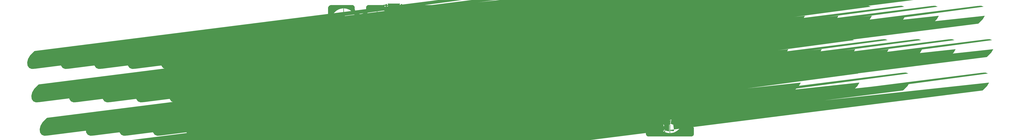
<source format=gbr>
%TF.GenerationSoftware,KiCad,Pcbnew,8.0.8*%
%TF.CreationDate,2025-03-01T19:11:53+01:00*%
%TF.ProjectId,travaulta WKL,74726176-6175-46c7-9461-20574b4c2e6b,rev?*%
%TF.SameCoordinates,Original*%
%TF.FileFunction,Copper,L1,Top*%
%TF.FilePolarity,Positive*%
%FSLAX46Y46*%
G04 Gerber Fmt 4.6, Leading zero omitted, Abs format (unit mm)*
G04 Created by KiCad (PCBNEW 8.0.8) date 2025-03-01 19:11:53*
%MOMM*%
%LPD*%
G01*
G04 APERTURE LIST*
G04 Aperture macros list*
%AMFreePoly0*
4,1,70,0.600000,2.214159,0.320477,2.144936,0.052085,2.040578,-0.200780,1.902795,-0.433976,1.733843,-0.643683,1.536492,-0.826466,1.313972,-0.979332,1.069928,-1.099775,0.808360,-1.185824,0.533550,-1.236068,0.250000,0.000000,0.250000,0.095671,0.230970,0.176777,0.176777,0.230970,0.095671,0.250000,0.000000,0.230970,-0.095671,0.176777,-0.176777,0.095671,-0.230970,0.000000,-0.250000,
-1.236068,-0.250000,-1.185824,-0.533550,-1.099775,-0.808360,-0.979332,-1.069928,-0.826466,-1.313972,-0.643683,-1.536492,-0.433976,-1.733843,-0.200780,-1.902795,0.052085,-2.040578,0.320477,-2.144936,0.600000,-2.214159,0.600000,-5.986652,0.115133,-5.934392,-0.363889,-5.842928,-0.833900,-5.712864,-1.291796,-5.545058,-1.734552,-5.340620,-2.159242,-5.100901,-2.563061,-4.827483,-2.943342,-4.522174,
-3.297572,-4.186989,-3.623410,-3.824144,-3.918705,-3.436035,-4.181506,-3.025227,-4.410075,-2.594434,-4.602904,-2.146500,-4.758719,-1.684386,-4.876489,-1.211145,-4.955438,-0.729902,-4.995043,-0.243838,-4.995043,0.243838,-4.955438,0.729902,-4.876489,1.211145,-4.758719,1.684386,-4.602904,2.146500,-4.410075,2.594434,-4.181506,3.025227,-3.918705,3.436035,-3.623410,3.824144,-3.297572,4.186989,
-2.943342,4.522174,-2.563061,4.827483,-2.159242,5.100901,-1.734552,5.340620,-1.291796,5.545058,-0.833900,5.712864,-0.363889,5.842928,0.115133,5.934392,0.600000,5.986652,0.600000,2.214159,0.600000,2.214159,$1*%
%AMFreePoly1*
4,1,21,0.111114,7.166294,0.166294,7.111114,0.196157,7.039018,0.200000,7.000000,0.200000,-7.000000,0.196157,-7.039018,0.166294,-7.111114,0.111114,-7.166294,0.039018,-7.196157,-0.039018,-7.196157,-0.111114,-7.166294,-0.166294,-7.111114,-0.196157,-7.039018,-0.200000,-7.000000,-0.200000,7.000000,-0.196157,7.039018,-0.166294,7.111114,-0.111114,7.166294,-0.039018,7.196157,0.039018,7.196157,
0.111114,7.166294,0.111114,7.166294,$1*%
G04 Aperture macros list end*
%TA.AperFunction,SMDPad,CuDef*%
%ADD10FreePoly0,0.000000*%
%TD*%
%TA.AperFunction,SMDPad,CuDef*%
%ADD11FreePoly0,180.000000*%
%TD*%
%TA.AperFunction,SMDPad,CuDef*%
%ADD12FreePoly1,0.000000*%
%TD*%
%TA.AperFunction,SMDPad,CuDef*%
%ADD13FreePoly1,180.000000*%
%TD*%
%TA.AperFunction,ComponentPad*%
%ADD14C,1.500000*%
%TD*%
%TA.AperFunction,ComponentPad*%
%ADD15R,1.700000X1.700000*%
%TD*%
%TA.AperFunction,ComponentPad*%
%ADD16O,1.700000X1.700000*%
%TD*%
%TA.AperFunction,ComponentPad*%
%ADD17O,1.000000X1.600000*%
%TD*%
%TA.AperFunction,ViaPad*%
%ADD18C,0.800000*%
%TD*%
%TA.AperFunction,Conductor*%
%ADD19C,0.250000*%
%TD*%
G04 APERTURE END LIST*
D10*
%TO.P,SW20,1,1*%
%TO.N,ROW1*%
X210137500Y-76200000D03*
D11*
%TO.P,SW20,2,2*%
%TO.N,COL8*%
X212137500Y-76200000D03*
D12*
%TO.P,SW20,3,SG*%
%TO.N,GND*%
X211137500Y-76200000D03*
%TD*%
D11*
%TO.P,SW27,1,1*%
%TO.N,ROW2*%
X164512500Y-95250000D03*
D10*
%TO.P,SW27,2,2*%
%TO.N,COL5*%
X162512500Y-95250000D03*
D13*
%TO.P,SW27,3,SG*%
%TO.N,GND*%
X163512500Y-95250000D03*
%TD*%
D10*
%TO.P,SW15,1,1*%
%TO.N,ROW1*%
X114887500Y-76200000D03*
D11*
%TO.P,SW15,2,2*%
%TO.N,COL3*%
X116887500Y-76200000D03*
D12*
%TO.P,SW15,3,SG*%
%TO.N,GND*%
X115887500Y-76200000D03*
%TD*%
D10*
%TO.P,SW18,1,1*%
%TO.N,ROW1*%
X172037500Y-76200000D03*
D11*
%TO.P,SW18,2,2*%
%TO.N,COL6*%
X174037500Y-76200000D03*
D12*
%TO.P,SW18,3,SG*%
%TO.N,GND*%
X173037500Y-76200000D03*
%TD*%
D10*
%TO.P,SW1,1,1*%
%TO.N,ROW0*%
X52975000Y-57150000D03*
D11*
%TO.P,SW1,2,2*%
%TO.N,COL0*%
X54975000Y-57150000D03*
D12*
%TO.P,SW1,3,SG*%
%TO.N,GND*%
X53975000Y-57150000D03*
%TD*%
D10*
%TO.P,SW9,1,1*%
%TO.N,ROW0*%
X205375000Y-57150000D03*
D11*
%TO.P,SW9,2,2*%
%TO.N,COL8*%
X207375000Y-57150000D03*
D12*
%TO.P,SW9,3,SG*%
%TO.N,GND*%
X206375000Y-57150000D03*
%TD*%
D11*
%TO.P,SW28,1,1*%
%TO.N,ROW2*%
X183562500Y-95250000D03*
D10*
%TO.P,SW28,2,2*%
%TO.N,COL6*%
X181562500Y-95250000D03*
D13*
%TO.P,SW28,3,SG*%
%TO.N,GND*%
X182562500Y-95250000D03*
%TD*%
D10*
%TO.P,SW4,1,1*%
%TO.N,ROW0*%
X110125000Y-57150000D03*
D11*
%TO.P,SW4,2,2*%
%TO.N,COL3*%
X112125000Y-57150000D03*
D12*
%TO.P,SW4,3,SG*%
%TO.N,GND*%
X111125000Y-57150000D03*
%TD*%
D10*
%TO.P,SW17,1,1*%
%TO.N,ROW1*%
X152987500Y-76200000D03*
D11*
%TO.P,SW17,2,2*%
%TO.N,COL5*%
X154987500Y-76200000D03*
D12*
%TO.P,SW17,3,SG*%
%TO.N,GND*%
X153987500Y-76200000D03*
%TD*%
D10*
%TO.P,SW12,1,1*%
%TO.N,ROW1*%
X55358000Y-76200000D03*
D11*
%TO.P,SW12,2,2*%
%TO.N,COL0*%
X57358000Y-76200000D03*
D12*
%TO.P,SW12,3,SG*%
%TO.N,GND*%
X56358000Y-76200000D03*
%TD*%
D11*
%TO.P,SW23,1,1*%
%TO.N,ROW2*%
X88312500Y-95250000D03*
D10*
%TO.P,SW23,2,2*%
%TO.N,COL1*%
X86312500Y-95250000D03*
D13*
%TO.P,SW23,3,SG*%
%TO.N,GND*%
X87312500Y-95250000D03*
%TD*%
D11*
%TO.P,SW34,1,1*%
%TO.N,ROW3*%
X133555000Y-114300000D03*
D10*
%TO.P,SW34,2,2*%
%TO.N,COL3*%
X131555000Y-114300000D03*
D13*
%TO.P,SW34,3,SG*%
%TO.N,GND*%
X132555000Y-114300000D03*
%TD*%
D10*
%TO.P,SW22,1,1*%
%TO.N,ROW2*%
X60120000Y-95250000D03*
D11*
%TO.P,SW22,2,2*%
%TO.N,COL0*%
X62120000Y-95250000D03*
D12*
%TO.P,SW22,3,SG*%
%TO.N,GND*%
X61120000Y-95250000D03*
%TD*%
D10*
%TO.P,SW16,1,1*%
%TO.N,ROW1*%
X133937500Y-76200000D03*
D11*
%TO.P,SW16,2,2*%
%TO.N,COL4*%
X135937500Y-76200000D03*
D12*
%TO.P,SW16,3,SG*%
%TO.N,GND*%
X134937500Y-76200000D03*
%TD*%
D10*
%TO.P,SW14,1,1*%
%TO.N,ROW1*%
X95837500Y-76200000D03*
D11*
%TO.P,SW14,2,2*%
%TO.N,COL2*%
X97837500Y-76200000D03*
D12*
%TO.P,SW14,3,SG*%
%TO.N,GND*%
X96837500Y-76200000D03*
%TD*%
D10*
%TO.P,SW7,1,1*%
%TO.N,ROW0*%
X167275000Y-57150000D03*
D11*
%TO.P,SW7,2,2*%
%TO.N,COL6*%
X169275000Y-57150000D03*
D12*
%TO.P,SW7,3,SG*%
%TO.N,GND*%
X168275000Y-57150000D03*
%TD*%
D11*
%TO.P,SW24,1,1*%
%TO.N,ROW2*%
X107362500Y-95250000D03*
D10*
%TO.P,SW24,2,2*%
%TO.N,COL2*%
X105362500Y-95250000D03*
D13*
%TO.P,SW24,3,SG*%
%TO.N,GND*%
X106362500Y-95250000D03*
%TD*%
D10*
%TO.P,SW11,1,1*%
%TO.N,ROW0*%
X243475000Y-57150000D03*
D11*
%TO.P,SW11,2,2*%
%TO.N,COL10*%
X245475000Y-57150000D03*
D12*
%TO.P,SW11,3,SG*%
%TO.N,GND*%
X244475000Y-57150000D03*
%TD*%
D14*
%TO.P,J1,1,Pin_1*%
%TO.N,GND*%
X74326714Y-93975000D03*
%TO.P,J1,2,Pin_2*%
%TO.N,RGB*%
X74326714Y-92075000D03*
%TO.P,J1,3,Pin_3*%
%TO.N,+5V*%
X74326714Y-90175000D03*
%TD*%
D11*
%TO.P,SW31,1,1*%
%TO.N,ROW2*%
X243095000Y-95250000D03*
D10*
%TO.P,SW31,2,2*%
%TO.N,COL9*%
X241095000Y-95250000D03*
D13*
%TO.P,SW31,3,SG*%
%TO.N,GND*%
X242095000Y-95250000D03*
%TD*%
D10*
%TO.P,SW2,1,1*%
%TO.N,ROW0*%
X72025000Y-57150000D03*
D11*
%TO.P,SW2,2,2*%
%TO.N,COL1*%
X74025000Y-57150000D03*
D12*
%TO.P,SW2,3,SG*%
%TO.N,GND*%
X73025000Y-57150000D03*
%TD*%
D10*
%TO.P,SW5,1,1*%
%TO.N,ROW0*%
X129175000Y-57150000D03*
D11*
%TO.P,SW5,2,2*%
%TO.N,COL4*%
X131175000Y-57150000D03*
D12*
%TO.P,SW5,3,SG*%
%TO.N,GND*%
X130175000Y-57150000D03*
%TD*%
D10*
%TO.P,SW8,1,1*%
%TO.N,ROW0*%
X186325000Y-57150000D03*
D11*
%TO.P,SW8,2,2*%
%TO.N,COL7*%
X188325000Y-57150000D03*
D12*
%TO.P,SW8,3,SG*%
%TO.N,GND*%
X187325000Y-57150000D03*
%TD*%
D10*
%TO.P,SW13,1,1*%
%TO.N,ROW1*%
X76787500Y-76200000D03*
D11*
%TO.P,SW13,2,2*%
%TO.N,COL1*%
X78787500Y-76200000D03*
D12*
%TO.P,SW13,3,SG*%
%TO.N,GND*%
X77787500Y-76200000D03*
%TD*%
D11*
%TO.P,SW21,1,1*%
%TO.N,ROW1*%
X238330000Y-76200000D03*
D10*
%TO.P,SW21,2,2*%
%TO.N,COL9*%
X236330000Y-76200000D03*
D13*
%TO.P,SW21,3,SG*%
%TO.N,GND*%
X237330000Y-76200000D03*
%TD*%
D11*
%TO.P,SW36,1,1*%
%TO.N,ROW3*%
X195470000Y-114300000D03*
D10*
%TO.P,SW36,2,2*%
%TO.N,COL7*%
X193470000Y-114300000D03*
D13*
%TO.P,SW36,3,SG*%
%TO.N,GND*%
X194470000Y-114300000D03*
%TD*%
D11*
%TO.P,SW35,1,1*%
%TO.N,ROW3*%
X166892000Y-114300000D03*
D10*
%TO.P,SW35,2,2*%
%TO.N,COL5*%
X164892000Y-114300000D03*
D13*
%TO.P,SW35,3,SG*%
%TO.N,GND*%
X165892000Y-114300000D03*
%TD*%
D11*
%TO.P,SW25,1,1*%
%TO.N,ROW2*%
X126412500Y-95250000D03*
D10*
%TO.P,SW25,2,2*%
%TO.N,COL3*%
X124412500Y-95250000D03*
D13*
%TO.P,SW25,3,SG*%
%TO.N,GND*%
X125412500Y-95250000D03*
%TD*%
D11*
%TO.P,SW33,1,1*%
%TO.N,ROW3*%
X104980000Y-114300000D03*
D10*
%TO.P,SW33,2,2*%
%TO.N,COL2*%
X102980000Y-114300000D03*
D13*
%TO.P,SW33,3,SG*%
%TO.N,GND*%
X103980000Y-114300000D03*
%TD*%
D10*
%TO.P,SW32,1,1*%
%TO.N,ROW3*%
X57531250Y-114300000D03*
D11*
%TO.P,SW32,2,2*%
%TO.N,COL0*%
X59531250Y-114300000D03*
D12*
%TO.P,SW32,3,SG*%
%TO.N,GND*%
X58531250Y-114300000D03*
%TD*%
D10*
%TO.P,SW3,1,1*%
%TO.N,ROW0*%
X91075000Y-57150000D03*
D11*
%TO.P,SW3,2,2*%
%TO.N,COL2*%
X93075000Y-57150000D03*
D12*
%TO.P,SW3,3,SG*%
%TO.N,GND*%
X92075000Y-57150000D03*
%TD*%
D11*
%TO.P,SW26,1,1*%
%TO.N,ROW2*%
X145462500Y-95250000D03*
D10*
%TO.P,SW26,2,2*%
%TO.N,COL4*%
X143462500Y-95250000D03*
D13*
%TO.P,SW26,3,SG*%
%TO.N,GND*%
X144462500Y-95250000D03*
%TD*%
D10*
%TO.P,SW6,1,1*%
%TO.N,ROW0*%
X148225000Y-57150000D03*
D11*
%TO.P,SW6,2,2*%
%TO.N,COL5*%
X150225000Y-57150000D03*
D12*
%TO.P,SW6,3,SG*%
%TO.N,GND*%
X149225000Y-57150000D03*
%TD*%
D11*
%TO.P,SW30,1,1*%
%TO.N,ROW2*%
X221662500Y-95250000D03*
D10*
%TO.P,SW30,2,2*%
%TO.N,COL8*%
X219662500Y-95250000D03*
D13*
%TO.P,SW30,3,SG*%
%TO.N,GND*%
X220662500Y-95250000D03*
%TD*%
D11*
%TO.P,SW29,1,1*%
%TO.N,ROW2*%
X202612500Y-95250000D03*
D10*
%TO.P,SW29,2,2*%
%TO.N,COL7*%
X200612500Y-95250000D03*
D13*
%TO.P,SW29,3,SG*%
%TO.N,GND*%
X201612500Y-95250000D03*
%TD*%
D11*
%TO.P,SW37,1,1*%
%TO.N,ROW3*%
X240712500Y-114300000D03*
D10*
%TO.P,SW37,2,2*%
%TO.N,COL9*%
X238712500Y-114300000D03*
D13*
%TO.P,SW37,3,SG*%
%TO.N,GND*%
X239712500Y-114300000D03*
%TD*%
D10*
%TO.P,SW10,1,1*%
%TO.N,ROW0*%
X224425000Y-57150000D03*
D11*
%TO.P,SW10,2,2*%
%TO.N,COL9*%
X226425000Y-57150000D03*
D12*
%TO.P,SW10,3,SG*%
%TO.N,GND*%
X225425000Y-57150000D03*
%TD*%
D10*
%TO.P,SW19,1,1*%
%TO.N,ROW1*%
X191087500Y-76200000D03*
D11*
%TO.P,SW19,2,2*%
%TO.N,COL7*%
X193087500Y-76200000D03*
D12*
%TO.P,SW19,3,SG*%
%TO.N,GND*%
X192087500Y-76200000D03*
%TD*%
D15*
%TO.P,SW38,1,A*%
%TO.N,VBAT*%
X180181250Y-113025000D03*
D16*
%TO.P,SW38,2,B*%
%TO.N,BOOT0*%
X180181250Y-115565000D03*
%TD*%
D17*
%TO.P,USB1,13,SHIELD*%
%TO.N,GND*%
X78230000Y-48443750D03*
X86870000Y-48443750D03*
%TD*%
D18*
%TO.N,GND*%
X96681059Y-104725779D03*
X114300000Y-68278054D03*
X135638233Y-104424633D03*
X122292343Y-86296022D03*
X151003000Y-99314000D03*
X139250795Y-88412622D03*
X210525546Y-103806066D03*
X239712500Y-104775000D03*
X88940311Y-103911118D03*
X113506250Y-117475000D03*
X153834888Y-121069830D03*
X153987500Y-93059250D03*
X84617181Y-83073023D03*
X81280000Y-57277000D03*
X82550000Y-49999000D03*
X196359829Y-83116621D03*
X146685079Y-65962540D03*
X87249000Y-80010000D03*
X117475000Y-68262500D03*
X94884744Y-114250729D03*
X94253743Y-105454033D03*
X175418750Y-111125000D03*
X47117000Y-76200000D03*
X215664745Y-101760584D03*
X218126996Y-103858044D03*
X244475000Y-104775000D03*
X232187509Y-86321867D03*
X186531250Y-104366597D03*
X202414130Y-107184636D03*
X103187500Y-83125992D03*
X139269702Y-83220487D03*
X119027099Y-64169317D03*
X51593750Y-107950000D03*
X77430000Y-51094000D03*
X158623000Y-82423000D03*
X234216716Y-86307268D03*
X178593750Y-104324688D03*
X175451935Y-104317849D03*
X84595481Y-88265158D03*
X84198075Y-57286253D03*
X107950000Y-68278054D03*
X137621572Y-104395436D03*
X182499000Y-80010000D03*
X117445381Y-65971118D03*
X113284000Y-114300000D03*
X94884744Y-109488229D03*
X232181682Y-85070595D03*
X101290238Y-102836574D03*
X156464799Y-64146969D03*
X144653000Y-76200000D03*
X233867827Y-64186346D03*
X120296642Y-83089298D03*
X158623000Y-84455000D03*
X88926415Y-65964205D03*
X177006250Y-108743750D03*
X142113000Y-110617000D03*
X213758720Y-65997413D03*
X194539821Y-104317849D03*
X113506250Y-111125000D03*
X154940000Y-86995000D03*
X123031250Y-104410035D03*
X175816362Y-65997905D03*
X196320496Y-85086672D03*
X114300000Y-107950000D03*
X101155500Y-83125992D03*
X228234475Y-102096352D03*
X173101000Y-95250000D03*
X208313856Y-103762270D03*
X141859000Y-80010000D03*
X150971210Y-89699174D03*
X121059099Y-64169317D03*
X152584000Y-112903000D03*
X82585181Y-83073023D03*
X144374097Y-116215501D03*
X158753070Y-104320989D03*
X137901311Y-64231533D03*
X63156734Y-86285172D03*
X47371000Y-50800000D03*
X156928922Y-103265359D03*
X82566274Y-88265158D03*
X121095883Y-65974574D03*
X208354018Y-101320296D03*
X192539949Y-102088341D03*
X148844000Y-86995079D03*
X101308819Y-104740377D03*
X234950000Y-61087000D03*
X60075298Y-64176230D03*
X215275605Y-85030152D03*
X160918079Y-102299291D03*
X177839421Y-64193631D03*
X139700000Y-57150000D03*
X206235802Y-103784623D03*
X153987500Y-100806250D03*
X99867728Y-65952852D03*
X88900000Y-68262500D03*
X248723591Y-102754966D03*
X138112500Y-107950000D03*
X215781779Y-64193139D03*
X183356250Y-120650000D03*
X217310639Y-86266825D03*
X65200540Y-88255984D03*
X190232918Y-104293450D03*
X120257309Y-85059349D03*
X153987500Y-102393750D03*
X158750000Y-57150000D03*
X99815881Y-64231533D03*
X111125000Y-65960003D03*
X82551675Y-86294346D03*
X142081250Y-106362500D03*
X142081250Y-107950000D03*
X246856250Y-107950000D03*
X232568750Y-102393750D03*
X232221015Y-83100544D03*
X101121994Y-86347315D03*
X156972000Y-86995000D03*
X197035308Y-64193631D03*
X217346938Y-83060101D03*
X120650000Y-107955425D03*
X54768750Y-101600000D03*
X98943844Y-107338930D03*
X215900000Y-57150000D03*
X127793750Y-107950000D03*
X197044249Y-65997905D03*
X141265403Y-86427211D03*
X153035000Y-86995000D03*
X146812000Y-86995000D03*
X106389136Y-104784173D03*
X114272348Y-65964205D03*
X196850000Y-57150000D03*
X239734595Y-102760391D03*
X106426000Y-76200000D03*
X98422526Y-65950379D03*
X70258761Y-108749174D03*
X123825000Y-65951243D03*
X227806250Y-120650000D03*
X153987500Y-91281250D03*
X143668750Y-104344178D03*
X159004000Y-110744000D03*
X156972000Y-84455000D03*
X157861000Y-85725000D03*
X122328642Y-83089298D03*
X78607665Y-65964205D03*
X144653000Y-72517000D03*
X125349000Y-80010000D03*
X146559275Y-69986416D03*
X234213682Y-85070595D03*
X233876768Y-65990620D03*
X120709967Y-104380837D03*
X106432932Y-107222141D03*
X179168520Y-86356192D03*
X177800000Y-53213000D03*
X82189797Y-64153271D03*
X251079000Y-50800000D03*
X85751415Y-65964205D03*
X127000000Y-68309162D03*
X179165486Y-85119519D03*
X114183211Y-104585218D03*
X226218750Y-101600000D03*
X217325238Y-88252236D03*
X92075000Y-68262500D03*
X122306942Y-88281433D03*
X173573173Y-104293450D03*
X223547995Y-101848176D03*
X134874000Y-95250000D03*
X248701496Y-104769575D03*
X227806250Y-114300000D03*
X183356250Y-110331250D03*
X120277735Y-88281433D03*
X230187500Y-102393750D03*
X123031250Y-117475000D03*
X92075000Y-65964205D03*
X51435000Y-95250000D03*
X96774000Y-95250000D03*
X251206000Y-63500000D03*
X140493750Y-104333809D03*
X215281432Y-86281424D03*
X80962500Y-60071000D03*
X231844768Y-65990620D03*
X198391829Y-83116621D03*
X98900048Y-104754976D03*
X227806250Y-107950000D03*
X91599229Y-101561070D03*
X217307605Y-85030152D03*
X244094000Y-69723000D03*
X158496799Y-64146969D03*
X171170882Y-120668224D03*
X82545848Y-85043074D03*
X70380974Y-114234306D03*
X184943750Y-117475000D03*
X130175000Y-68309162D03*
X160911418Y-104281020D03*
X164306250Y-104289692D03*
X98425000Y-68262500D03*
X95250000Y-68262500D03*
X103936569Y-104827969D03*
X49530000Y-69850000D03*
X60116776Y-66008155D03*
X132471848Y-104419208D03*
X220886133Y-103858044D03*
X148844000Y-82296000D03*
X101847881Y-64231533D03*
X63171333Y-88255984D03*
X87249000Y-72644000D03*
X70643750Y-91281250D03*
X127000000Y-65951243D03*
X234950000Y-104775000D03*
X210565708Y-101364092D03*
X75692000Y-48895000D03*
X120650000Y-117475000D03*
X143083129Y-86703106D03*
X177848362Y-65997905D03*
X200037961Y-104339926D03*
X179183119Y-88341603D03*
X133383834Y-65953835D03*
X139933311Y-64231533D03*
X83568550Y-101824404D03*
X120650000Y-111125000D03*
X179387500Y-119856250D03*
X215314938Y-83060101D03*
X198063398Y-104339926D03*
X150876000Y-84455000D03*
X84577848Y-85043074D03*
X126525678Y-120534355D03*
X65182907Y-85033900D03*
X111125000Y-68278054D03*
X96666461Y-107309733D03*
X198029931Y-107050767D03*
X85725000Y-68262500D03*
X175807421Y-64193631D03*
X123825000Y-68309162D03*
X136525000Y-68262500D03*
X192561494Y-104301005D03*
X227806250Y-104775000D03*
X203200000Y-114300000D03*
X175418750Y-107530039D03*
X246856250Y-119856250D03*
X246878345Y-102760391D03*
X95250000Y-65964205D03*
X125412500Y-107950000D03*
X103148167Y-85096043D03*
X150876000Y-87009677D03*
X71661345Y-103815799D03*
X182499000Y-72390000D03*
X86311676Y-103889220D03*
X109064523Y-103037765D03*
X141224000Y-82677000D03*
X237331250Y-104775000D03*
X200238764Y-107151169D03*
X120263136Y-86310621D03*
X246856250Y-104775000D03*
X226176141Y-103893658D03*
X139236196Y-86441810D03*
X202406250Y-103187500D03*
X232568750Y-104775000D03*
X101899728Y-65952852D03*
X152781000Y-84455000D03*
X133350000Y-68309162D03*
X73739399Y-103793446D03*
X161131250Y-107950000D03*
X101411009Y-107222141D03*
X123848305Y-120534355D03*
X177172819Y-83149468D03*
X119063883Y-65974574D03*
X175418750Y-117475000D03*
X232202108Y-88292679D03*
X198352496Y-85086672D03*
X141224000Y-88519000D03*
X81075201Y-103881038D03*
X215296031Y-88252236D03*
X234950000Y-102393750D03*
X234253015Y-83100544D03*
X120650000Y-114300000D03*
X115824000Y-99314000D03*
X242115845Y-102760391D03*
X160654407Y-87046427D03*
X203200000Y-110331250D03*
X65185941Y-86270573D03*
X137872571Y-65974082D03*
X179387500Y-118268750D03*
X144653079Y-65962540D03*
X141859000Y-72517000D03*
X177133486Y-85119519D03*
X156473740Y-65951243D03*
X130175000Y-104413054D03*
X160655000Y-84455000D03*
X68453000Y-76200000D03*
X201676000Y-76200000D03*
X252412500Y-57150000D03*
X154940000Y-84455000D03*
X146681488Y-64206158D03*
X192024000Y-91313000D03*
X170583240Y-107583554D03*
X138112500Y-120650000D03*
X231835827Y-64186346D03*
X120650000Y-53213000D03*
X77851000Y-95250000D03*
X157162500Y-89693750D03*
X224282000Y-80137000D03*
X70358000Y-105664000D03*
X170676988Y-104308377D03*
X115824000Y-91313000D03*
X146793645Y-104323439D03*
X94884744Y-120600729D03*
X177800000Y-120601289D03*
X147066000Y-107315000D03*
X244497095Y-102760391D03*
X70643750Y-99218750D03*
X70258761Y-120655424D03*
X120650000Y-60960000D03*
X198370129Y-88308756D03*
X121126329Y-68333618D03*
X123031250Y-107950000D03*
X153321343Y-104242074D03*
X91601684Y-103924834D03*
X242093750Y-104775000D03*
X195892007Y-102087464D03*
X158505740Y-65951243D03*
X125412500Y-104424633D03*
X130175000Y-65951243D03*
X213749779Y-64193139D03*
X183356250Y-118268750D03*
X69494010Y-103866335D03*
X144653000Y-67691000D03*
X229235000Y-95250000D03*
X141807427Y-69986416D03*
X196340922Y-88308756D03*
X122289309Y-85059349D03*
X148814813Y-120969428D03*
X65659000Y-76200000D03*
X147896567Y-109273002D03*
X62148776Y-66008155D03*
X101600000Y-57150000D03*
X153987500Y-99218750D03*
X78581250Y-68262500D03*
X95250000Y-103187500D03*
X103937454Y-102919300D03*
X63190240Y-83063849D03*
X119856250Y-109537500D03*
X103165800Y-88318127D03*
X204355226Y-105477810D03*
X144632258Y-70008314D03*
X243967000Y-85725000D03*
X139904571Y-65974082D03*
X158622407Y-87046427D03*
X154781250Y-103961226D03*
X89408000Y-48895000D03*
X224282000Y-72390000D03*
X93662500Y-101600000D03*
X125349000Y-72517000D03*
X75914406Y-102336472D03*
X139230369Y-85190538D03*
X83552539Y-103889220D03*
X160655000Y-82423000D03*
X195003308Y-64193631D03*
X184943750Y-114300000D03*
X157162500Y-99314000D03*
X179204819Y-83149468D03*
X177139313Y-86370791D03*
X75951089Y-103837242D03*
X101911437Y-68262500D03*
X175418750Y-120567822D03*
X192625972Y-107021113D03*
X215649658Y-103849862D03*
X104775000Y-65960003D03*
X163576000Y-76200000D03*
X195012249Y-65997905D03*
X111531688Y-103066962D03*
X71700833Y-102228857D03*
X144907000Y-86995000D03*
X158750000Y-107950000D03*
X198355530Y-86323345D03*
X81067320Y-101785474D03*
X106404619Y-102948497D03*
X144652281Y-64206158D03*
X144653000Y-82296000D03*
X144653000Y-80010000D03*
X251079000Y-95123000D03*
X148209000Y-101981000D03*
X107936174Y-65943466D03*
X65222240Y-83063849D03*
X98806000Y-50800000D03*
X211201000Y-95250000D03*
X146685000Y-72517000D03*
X230187500Y-104775000D03*
X173617597Y-107561243D03*
X84580882Y-86279747D03*
X167481250Y-104289692D03*
X62107298Y-64176230D03*
X78581250Y-63500000D03*
X146685000Y-80010000D03*
X196326323Y-86337944D03*
X250825000Y-87312500D03*
X120903194Y-120567822D03*
X190240765Y-102103407D03*
X101136593Y-88318127D03*
X103151201Y-86332716D03*
X127793750Y-104424633D03*
X213131398Y-103827964D03*
X161544000Y-85725000D03*
X63150907Y-85033900D03*
X203200000Y-120650000D03*
X141262369Y-85190538D03*
X141287500Y-120650000D03*
X101116167Y-85096043D03*
X153987500Y-89503250D03*
X84137500Y-68262500D03*
X206275964Y-101342649D03*
X177153912Y-88341603D03*
X189706250Y-107950000D03*
X87312500Y-63500000D03*
X213591743Y-101731387D03*
X104775000Y-68278054D03*
X118067619Y-104395436D03*
X223514768Y-103879942D03*
X78556941Y-103859140D03*
X237353345Y-102760391D03*
X136558834Y-65953835D03*
X148844000Y-84455000D03*
X227965000Y-76200000D03*
X183356250Y-104370593D03*
X158632093Y-88982166D03*
X73764104Y-102267787D03*
X246062500Y-76200000D03*
X146685000Y-67691000D03*
X177800000Y-60960000D03*
X215790720Y-65997413D03*
X139953601Y-68350091D03*
X87653038Y-51101306D03*
X84074000Y-69850000D03*
X151425252Y-121036363D03*
X184943750Y-106362500D03*
%TO.N,APLEX_OUT_PIN_0*%
X156787000Y-106362500D03*
X156787000Y-104775000D03*
X148431250Y-104775000D03*
X140493750Y-106362500D03*
X140168917Y-111725196D03*
X184943750Y-107950000D03*
%TO.N,ROW0*%
X243459000Y-57150000D03*
X110109000Y-57150000D03*
X186309000Y-57150000D03*
X148209000Y-57150000D03*
X167259000Y-57150000D03*
X224409000Y-57150000D03*
X129159000Y-57150000D03*
X72009000Y-57150000D03*
X52959000Y-57150000D03*
X91059000Y-57150000D03*
X145671499Y-84193250D03*
X149495497Y-102108000D03*
X205359000Y-57150000D03*
%TO.N,ROW1*%
X55372000Y-76200000D03*
X191135000Y-76200000D03*
X133985000Y-76200000D03*
X76708000Y-76200000D03*
X153035000Y-76200000D03*
X210185000Y-76200000D03*
X171958000Y-76200000D03*
X114935000Y-76200000D03*
X150495000Y-102108000D03*
X238252000Y-76200000D03*
X147189791Y-84150476D03*
X95885000Y-76200000D03*
%TO.N,VBAT*%
X149155000Y-108331000D03*
X180168284Y-104576503D03*
X149158000Y-116524000D03*
X153545858Y-106982709D03*
X156556000Y-117129000D03*
X149189578Y-119489093D03*
X157291782Y-108302925D03*
X111918750Y-104775000D03*
X154781250Y-105533209D03*
%TO.N,COL0*%
X59531250Y-114300000D03*
X62103000Y-95250000D03*
X54991000Y-57150000D03*
X57277000Y-76200000D03*
%TO.N,COL1*%
X74041000Y-57150000D03*
X109537500Y-107156250D03*
X109537500Y-105568750D03*
X86233000Y-95250000D03*
X78867000Y-76200000D03*
%TO.N,COL2*%
X103005828Y-114300000D03*
X93075000Y-57150000D03*
X105362500Y-95250000D03*
X97790000Y-76200000D03*
%TO.N,COL3*%
X124412500Y-95250000D03*
X116887500Y-76200000D03*
X131555000Y-114300000D03*
X112125000Y-57150000D03*
%TO.N,COL4*%
X143462500Y-95250000D03*
X135937500Y-76200000D03*
X131175000Y-57150000D03*
%TO.N,COL5*%
X150241000Y-57150000D03*
X162512500Y-95250000D03*
X164846000Y-114300000D03*
X154940000Y-76200000D03*
%TO.N,COL6*%
X169291000Y-57150000D03*
X173990000Y-76200000D03*
X181562500Y-95250000D03*
X183324719Y-106823574D03*
X179237160Y-107440416D03*
%TO.N,COL7*%
X188325000Y-57150000D03*
X195262500Y-73818750D03*
X200612500Y-95250000D03*
X193421000Y-114300000D03*
X193040000Y-76200000D03*
%TO.N,COL8*%
X207391000Y-57150000D03*
X196056250Y-104952200D03*
X219662500Y-95250000D03*
X185352690Y-111125000D03*
X212090000Y-76200000D03*
%TO.N,COL9*%
X241095000Y-95250000D03*
X226441000Y-57150000D03*
X236347000Y-76200000D03*
X238714369Y-114292898D03*
%TO.N,ROW2*%
X164512500Y-95250000D03*
X221662500Y-95250000D03*
X126412500Y-95250000D03*
X243078000Y-95250000D03*
X202612500Y-95250000D03*
X107362500Y-95250000D03*
X145462500Y-95250000D03*
X60071000Y-95250000D03*
X88312500Y-95250000D03*
X183562500Y-95250000D03*
%TO.N,ROW3*%
X144157368Y-106657415D03*
X143668750Y-109537500D03*
X195453000Y-114300000D03*
X105004216Y-114293511D03*
X166878000Y-114300000D03*
X133555000Y-114300000D03*
X240745252Y-114314598D03*
X57470051Y-114280535D03*
%TO.N,AMUX_SEL_2*%
X157348680Y-121365408D03*
X157353000Y-110744000D03*
%TO.N,AMUX_SEL_1*%
X157357299Y-111755701D03*
X157364941Y-120356364D03*
%TO.N,AMUX_SEL_0*%
X157353500Y-119342500D03*
X157353000Y-112776000D03*
%TO.N,APLEX_EN_PIN_1*%
X185642929Y-109271580D03*
X145415000Y-106680000D03*
%TO.N,RGB*%
X143647122Y-112448643D03*
%TO.N,COL10*%
X245491000Y-57150000D03*
X250878697Y-100530160D03*
%TD*%
D19*
%TO.N,GND*%
X84188822Y-57277000D02*
X84198075Y-57286253D01*
X81280000Y-57277000D02*
X84188822Y-57277000D01*
%TO.N,APLEX_OUT_PIN_0*%
X179033476Y-108547080D02*
X184346670Y-108547080D01*
X153987500Y-105118750D02*
X154331250Y-104775000D01*
X184943750Y-107950000D02*
X184346670Y-108547080D01*
X148431250Y-104775000D02*
X148775000Y-105118750D01*
X148775000Y-105118750D02*
X153987500Y-105118750D01*
X179033476Y-108547080D02*
X176469605Y-105983209D01*
X176469605Y-105983209D02*
X157162500Y-105983209D01*
X154331250Y-104775000D02*
X156787000Y-104775000D01*
X157162500Y-105983209D02*
X157162500Y-105987000D01*
X156787000Y-106362500D02*
X157162500Y-105987000D01*
X140168917Y-106687333D02*
X140493750Y-106362500D01*
X140168917Y-111725196D02*
X140168917Y-106687333D01*
%TO.N,ROW0*%
X151563829Y-86270079D02*
X146595079Y-86270079D01*
X151812500Y-99765195D02*
X151812500Y-86518750D01*
X145671499Y-85346499D02*
X145671499Y-84193250D01*
X146595079Y-86270079D02*
X145671499Y-85346499D01*
X149495497Y-102108000D02*
X149495497Y-102082198D01*
X149495497Y-102082198D02*
X151812500Y-99765195D01*
X151812500Y-86518750D02*
X151563829Y-86270079D01*
%TO.N,ROW1*%
X151750225Y-85820079D02*
X152262500Y-86332354D01*
X147732579Y-85820079D02*
X151750225Y-85820079D01*
X147189791Y-85277291D02*
X147732579Y-85820079D01*
X152262500Y-86332354D02*
X152262500Y-100340500D01*
X152262500Y-100340500D02*
X150495000Y-102108000D01*
X147189791Y-84150476D02*
X147189791Y-85277291D01*
%TO.N,VBAT*%
X149155000Y-108331000D02*
X149155000Y-115889000D01*
X154781250Y-105533209D02*
X154745709Y-105568750D01*
X157263707Y-108331000D02*
X157291782Y-108302925D01*
X154745709Y-105568750D02*
X113506250Y-105568750D01*
X113506250Y-105568750D02*
X112712500Y-104775000D01*
X154866074Y-108302925D02*
X153545858Y-106982709D01*
X149158000Y-116524000D02*
X149158000Y-115892000D01*
X112712500Y-104775000D02*
X111918750Y-104775000D01*
X154866074Y-108302925D02*
X157291782Y-108302925D01*
X156556000Y-109038707D02*
X156556000Y-117129000D01*
X179211578Y-105533209D02*
X180168284Y-104576503D01*
X149155000Y-115889000D02*
X149155000Y-119454515D01*
X149155000Y-119454515D02*
X149189578Y-119489093D01*
X157291782Y-108302925D02*
X156556000Y-109038707D01*
X154781250Y-105533209D02*
X179211578Y-105533209D01*
X149155000Y-108331000D02*
X157263707Y-108331000D01*
X149158000Y-115892000D02*
X149155000Y-115889000D01*
%TO.N,COL1*%
X109537500Y-105568750D02*
X109537500Y-107156250D01*
%TO.N,COL6*%
X179237160Y-107440416D02*
X179854002Y-106823574D01*
X179854002Y-106823574D02*
X183324719Y-106823574D01*
%TO.N,COL8*%
X196056250Y-104952200D02*
X194838355Y-106170095D01*
X194838355Y-106170095D02*
X190307595Y-106170095D01*
X190307595Y-106170095D02*
X185352690Y-111125000D01*
%TO.N,ROW3*%
X143668750Y-109537500D02*
X143668750Y-107146033D01*
X143668750Y-107146033D02*
X144157368Y-106657415D01*
%TO.N,AMUX_SEL_2*%
X158579250Y-120166653D02*
X158579250Y-111952347D01*
X157370903Y-110744000D02*
X157353000Y-110744000D01*
X157380495Y-121365408D02*
X158579250Y-120166653D01*
X157348680Y-121365408D02*
X157380495Y-121365408D01*
X158579250Y-111952347D02*
X157370903Y-110744000D01*
%TO.N,AMUX_SEL_1*%
X158078500Y-112476902D02*
X157357299Y-111755701D01*
X157391412Y-120341283D02*
X158078500Y-119654195D01*
X158078500Y-119654195D02*
X158078500Y-112476902D01*
%TO.N,AMUX_SEL_0*%
X157353500Y-119342500D02*
X157353500Y-119337000D01*
X157628000Y-119062500D02*
X157628000Y-113051000D01*
X157353000Y-112776000D02*
X157628000Y-113051000D01*
X157353500Y-119337000D02*
X157628000Y-119062500D01*
%TO.N,APLEX_EN_PIN_1*%
X145837291Y-106257709D02*
X155470209Y-106257709D01*
X178847080Y-108997080D02*
X185368429Y-108997080D01*
X156320212Y-107107712D02*
X157113962Y-107107712D01*
X176283209Y-106433209D02*
X178847080Y-108997080D01*
X157113962Y-107107712D02*
X157788465Y-106433209D01*
X155470209Y-106257709D02*
X156320212Y-107107712D01*
X157788465Y-106433209D02*
X176283209Y-106433209D01*
X185642929Y-109271580D02*
X185368429Y-108997080D01*
X145415000Y-106680000D02*
X145837291Y-106257709D01*
%TO.N,RGB*%
X108293839Y-107950000D02*
X106659368Y-106315530D01*
X143647122Y-112448643D02*
X142876464Y-112448643D01*
X76521271Y-92075000D02*
X74326714Y-92075000D01*
X113547244Y-106018661D02*
X111615905Y-107950000D01*
X77443980Y-103062865D02*
X76980307Y-102599192D01*
X142876464Y-112448643D02*
X142875000Y-112450107D01*
X106659368Y-106315530D02*
X96160076Y-106315530D01*
X139448229Y-106457609D02*
X139009281Y-106018661D01*
X139868612Y-112450196D02*
X139443917Y-112025501D01*
X139009281Y-106018661D02*
X113547244Y-106018661D01*
X139443917Y-106461921D02*
X139448229Y-106457609D01*
X92907411Y-103062865D02*
X77443980Y-103062865D01*
X76980307Y-92534036D02*
X76521271Y-92075000D01*
X139443917Y-112025501D02*
X139443917Y-106461921D01*
X96160076Y-106315530D02*
X92907411Y-103062865D01*
X111615905Y-107950000D02*
X108293839Y-107950000D01*
X142875000Y-112450107D02*
X142081250Y-112450107D01*
X142081250Y-112450107D02*
X142081161Y-112450196D01*
X76980307Y-102599192D02*
X76980307Y-92534036D01*
X142081161Y-112450196D02*
X139868612Y-112450196D01*
%TD*%
%TA.AperFunction,Conductor*%
%TO.N,GND*%
G36*
X86163487Y-47408190D02*
G01*
X86166914Y-47416463D01*
X86163487Y-47424736D01*
X86087037Y-47501184D01*
X86087034Y-47501188D01*
X85976725Y-47666276D01*
X85976721Y-47666284D01*
X85900737Y-47849726D01*
X85862000Y-48044471D01*
X85862000Y-48189750D01*
X86570000Y-48189750D01*
X86570000Y-48697750D01*
X85862000Y-48697750D01*
X85862000Y-48843028D01*
X85900737Y-49037773D01*
X85976721Y-49221215D01*
X85976725Y-49221223D01*
X86087034Y-49386311D01*
X86087037Y-49386315D01*
X86227434Y-49526712D01*
X86227438Y-49526715D01*
X86392526Y-49637024D01*
X86392534Y-49637028D01*
X86575976Y-49713012D01*
X86616000Y-49720974D01*
X86616000Y-48903810D01*
X86629940Y-48927955D01*
X86685795Y-48983810D01*
X86754204Y-49023306D01*
X86830504Y-49043750D01*
X86909496Y-49043750D01*
X86985796Y-49023306D01*
X87054205Y-48983810D01*
X87110060Y-48927955D01*
X87124000Y-48903810D01*
X87124000Y-49720973D01*
X87164023Y-49713012D01*
X87347465Y-49637028D01*
X87347473Y-49637024D01*
X87512561Y-49526715D01*
X87512565Y-49526712D01*
X87652962Y-49386315D01*
X87652965Y-49386311D01*
X87763274Y-49221223D01*
X87763278Y-49221215D01*
X87839262Y-49037773D01*
X87878000Y-48843028D01*
X87878000Y-48697750D01*
X87170000Y-48697750D01*
X87170000Y-48189750D01*
X87878000Y-48189750D01*
X87878000Y-48044470D01*
X87874077Y-48024748D01*
X87875824Y-48015966D01*
X87883270Y-48010991D01*
X87891460Y-48012368D01*
X87940362Y-48041001D01*
X88184678Y-48143512D01*
X88440390Y-48212867D01*
X88703021Y-48247850D01*
X88740385Y-48248456D01*
X88835468Y-48250000D01*
X88835496Y-48250000D01*
X230199873Y-48250000D01*
X230200101Y-48250001D01*
X230317069Y-48252296D01*
X230318665Y-48252437D01*
X230549806Y-48289047D01*
X230551583Y-48289474D01*
X230774035Y-48361752D01*
X230775725Y-48362451D01*
X230984144Y-48468646D01*
X230985709Y-48469606D01*
X231174931Y-48607085D01*
X231176327Y-48608277D01*
X231341722Y-48773672D01*
X231342914Y-48775068D01*
X231480393Y-48964290D01*
X231481353Y-48965855D01*
X231587546Y-49174271D01*
X231588248Y-49175968D01*
X231660524Y-49398412D01*
X231660953Y-49400197D01*
X231697561Y-49631332D01*
X231697703Y-49632932D01*
X231699998Y-49749897D01*
X231700000Y-49750127D01*
X231700000Y-50150000D01*
X231700469Y-50183469D01*
X231702556Y-50332380D01*
X231702556Y-50332383D01*
X231743393Y-50694817D01*
X231824558Y-51050426D01*
X231945023Y-51394696D01*
X231945030Y-51394711D01*
X232103276Y-51723312D01*
X232103281Y-51723321D01*
X232103283Y-51723325D01*
X232297339Y-52032163D01*
X232406875Y-52169517D01*
X232523597Y-52315883D01*
X232524754Y-52317333D01*
X232782667Y-52575246D01*
X233067837Y-52802661D01*
X233376675Y-52996717D01*
X233376684Y-52996721D01*
X233376687Y-52996723D01*
X233705288Y-53154969D01*
X233705303Y-53154976D01*
X234044095Y-53273524D01*
X234049576Y-53275442D01*
X234405176Y-53356605D01*
X234405179Y-53356605D01*
X234405182Y-53356606D01*
X234767625Y-53397444D01*
X235132373Y-53397444D01*
X235132375Y-53397444D01*
X235494817Y-53356606D01*
X235494818Y-53356605D01*
X235494824Y-53356605D01*
X235850424Y-53275442D01*
X236038114Y-53209766D01*
X236194696Y-53154976D01*
X236194698Y-53154974D01*
X236194701Y-53154974D01*
X236523325Y-52996717D01*
X236832163Y-52802661D01*
X237117333Y-52575246D01*
X237375246Y-52317333D01*
X237602661Y-52032163D01*
X237796717Y-51723325D01*
X237954974Y-51394701D01*
X238075442Y-51050424D01*
X238156605Y-50694824D01*
X238156874Y-50692442D01*
X238197443Y-50332383D01*
X238197443Y-50332380D01*
X238197444Y-50332373D01*
X238200000Y-50150000D01*
X238200000Y-49750127D01*
X238200002Y-49749898D01*
X238200569Y-49720973D01*
X238202296Y-49632929D01*
X238202438Y-49631332D01*
X238219008Y-49526712D01*
X238239047Y-49400190D01*
X238239473Y-49398419D01*
X238311754Y-49175959D01*
X238312449Y-49174279D01*
X238418650Y-48965847D01*
X238419601Y-48964298D01*
X238557091Y-48775060D01*
X238558271Y-48773678D01*
X238723678Y-48608271D01*
X238725060Y-48607091D01*
X238914298Y-48469601D01*
X238915847Y-48468650D01*
X239124279Y-48362449D01*
X239125959Y-48361754D01*
X239348419Y-48289473D01*
X239350190Y-48289047D01*
X239581335Y-48252437D01*
X239582929Y-48252296D01*
X239699898Y-48250001D01*
X239700127Y-48250000D01*
X251474903Y-48250000D01*
X251475112Y-48250002D01*
X251609998Y-48252408D01*
X251611427Y-48252522D01*
X251878564Y-48290931D01*
X251880193Y-48291285D01*
X252139032Y-48367287D01*
X252140581Y-48367865D01*
X252385980Y-48479934D01*
X252387435Y-48480729D01*
X252614383Y-48626580D01*
X252615710Y-48627573D01*
X252717650Y-48715905D01*
X252819586Y-48804233D01*
X252820766Y-48805413D01*
X252997422Y-49009284D01*
X252998421Y-49010619D01*
X253144267Y-49237559D01*
X253145067Y-49239024D01*
X253257131Y-49484410D01*
X253257714Y-49485974D01*
X253333713Y-49744805D01*
X253334068Y-49746436D01*
X253372475Y-50013559D01*
X253372592Y-50015015D01*
X253374998Y-50149873D01*
X253375000Y-50150082D01*
X253375000Y-109258872D01*
X253374998Y-109259102D01*
X253372703Y-109376067D01*
X253372561Y-109377667D01*
X253335953Y-109608802D01*
X253335524Y-109610587D01*
X253263248Y-109833031D01*
X253262546Y-109834728D01*
X253156353Y-110043144D01*
X253155393Y-110044709D01*
X253017914Y-110233931D01*
X253016722Y-110235327D01*
X252851327Y-110400722D01*
X252849931Y-110401914D01*
X252660709Y-110539393D01*
X252659144Y-110540353D01*
X252450728Y-110646546D01*
X252449031Y-110647248D01*
X252226587Y-110719524D01*
X252224802Y-110719953D01*
X251993667Y-110756561D01*
X251992067Y-110756703D01*
X251878108Y-110758939D01*
X251875101Y-110758998D01*
X251874873Y-110759000D01*
X251734375Y-110759000D01*
X251628791Y-110760480D01*
X251551995Y-110761558D01*
X251551992Y-110761558D01*
X251189560Y-110802397D01*
X250833952Y-110883564D01*
X250489686Y-111004030D01*
X250489678Y-111004034D01*
X250161066Y-111162287D01*
X250161063Y-111162289D01*
X249852222Y-111356349D01*
X249852221Y-111356350D01*
X249567061Y-111583758D01*
X249309145Y-111841676D01*
X249081735Y-112126842D01*
X249081734Y-112126843D01*
X248887677Y-112435685D01*
X248887672Y-112435694D01*
X248729428Y-112764294D01*
X248729421Y-112764309D01*
X248608957Y-113108577D01*
X248527792Y-113464185D01*
X248486956Y-113826625D01*
X248486956Y-114191374D01*
X248527792Y-114553814D01*
X248608957Y-114909422D01*
X248729421Y-115253690D01*
X248729428Y-115253705D01*
X248887672Y-115582305D01*
X248887676Y-115582312D01*
X248887679Y-115582318D01*
X249081733Y-115891155D01*
X249185803Y-116021655D01*
X249309145Y-116176323D01*
X249567061Y-116434241D01*
X249679615Y-116524000D01*
X249852224Y-116661652D01*
X250161060Y-116855709D01*
X250161065Y-116855711D01*
X250161066Y-116855712D01*
X250489678Y-117013965D01*
X250489686Y-117013969D01*
X250833952Y-117134435D01*
X250833955Y-117134435D01*
X250833956Y-117134436D01*
X251189554Y-117215601D01*
X251189557Y-117215601D01*
X251189560Y-117215602D01*
X251551994Y-117256441D01*
X251552003Y-117256442D01*
X251734375Y-117259000D01*
X251874873Y-117259000D01*
X251875101Y-117259001D01*
X251992069Y-117261296D01*
X251993665Y-117261437D01*
X252224806Y-117298047D01*
X252226583Y-117298474D01*
X252449035Y-117370752D01*
X252450725Y-117371451D01*
X252569248Y-117431842D01*
X252659144Y-117477646D01*
X252660709Y-117478606D01*
X252849931Y-117616085D01*
X252851327Y-117617277D01*
X253016722Y-117782672D01*
X253017914Y-117784068D01*
X253155393Y-117973290D01*
X253156353Y-117974855D01*
X253262546Y-118183271D01*
X253263248Y-118184968D01*
X253335524Y-118407412D01*
X253335953Y-118409197D01*
X253372561Y-118640332D01*
X253372703Y-118641932D01*
X253374998Y-118758897D01*
X253375000Y-118759127D01*
X253375000Y-121699872D01*
X253374998Y-121700102D01*
X253372703Y-121817067D01*
X253372561Y-121818667D01*
X253335953Y-122049802D01*
X253335524Y-122051587D01*
X253263248Y-122274031D01*
X253262546Y-122275728D01*
X253156353Y-122484144D01*
X253155393Y-122485709D01*
X253017914Y-122674931D01*
X253016722Y-122676327D01*
X252851327Y-122841722D01*
X252849931Y-122842914D01*
X252660709Y-122980393D01*
X252659144Y-122981353D01*
X252450728Y-123087546D01*
X252449031Y-123088248D01*
X252226587Y-123160524D01*
X252224802Y-123160953D01*
X251993667Y-123197561D01*
X251992067Y-123197703D01*
X251878108Y-123199939D01*
X251875101Y-123199998D01*
X251874873Y-123200000D01*
X227550127Y-123200000D01*
X227549898Y-123199998D01*
X227546815Y-123199937D01*
X227432932Y-123197703D01*
X227431332Y-123197561D01*
X227200197Y-123160953D01*
X227198412Y-123160524D01*
X226975968Y-123088248D01*
X226974271Y-123087546D01*
X226765855Y-122981353D01*
X226764290Y-122980393D01*
X226575068Y-122842914D01*
X226573672Y-122841722D01*
X226408277Y-122676327D01*
X226407085Y-122674931D01*
X226364625Y-122616491D01*
X226269604Y-122485707D01*
X226268646Y-122484144D01*
X226249558Y-122446681D01*
X226162451Y-122275725D01*
X226161751Y-122274031D01*
X226115283Y-122131017D01*
X226089474Y-122051583D01*
X226089046Y-122049802D01*
X226056645Y-121845232D01*
X226052437Y-121818665D01*
X226052296Y-121817066D01*
X226050002Y-121700101D01*
X226050000Y-121699872D01*
X226050000Y-114174037D01*
X228587000Y-114174037D01*
X228587000Y-114425962D01*
X228626408Y-114674777D01*
X228626412Y-114674793D01*
X228704255Y-114914370D01*
X228704257Y-114914374D01*
X228704259Y-114914379D01*
X228807824Y-115117638D01*
X228818633Y-115138851D01*
X228966699Y-115342646D01*
X228966703Y-115342650D01*
X228966707Y-115342656D01*
X229144844Y-115520793D01*
X229144849Y-115520797D01*
X229144853Y-115520800D01*
X229348648Y-115668866D01*
X229348653Y-115668868D01*
X229348655Y-115668870D01*
X229573121Y-115783241D01*
X229573126Y-115783242D01*
X229573129Y-115783244D01*
X229741488Y-115837947D01*
X229812715Y-115861090D01*
X229913985Y-115877129D01*
X230061537Y-115900500D01*
X230061538Y-115900500D01*
X230313462Y-115900500D01*
X230562285Y-115861090D01*
X230801879Y-115783241D01*
X231026345Y-115668870D01*
X231230156Y-115520793D01*
X231408293Y-115342656D01*
X231475131Y-115250661D01*
X231556366Y-115138851D01*
X231556366Y-115138849D01*
X231556370Y-115138845D01*
X231670741Y-114914379D01*
X231748590Y-114674785D01*
X231788000Y-114425962D01*
X231788000Y-114299992D01*
X232707594Y-114299992D01*
X232707595Y-114300008D01*
X232726407Y-114813035D01*
X232782738Y-115323280D01*
X232782741Y-115323298D01*
X232876294Y-115828067D01*
X233006568Y-116324642D01*
X233172851Y-116810315D01*
X233172860Y-116810338D01*
X233365269Y-117261437D01*
X233374272Y-117282543D01*
X233609730Y-117738734D01*
X233877966Y-118176455D01*
X233877975Y-118176467D01*
X233877980Y-118176475D01*
X234177524Y-118593336D01*
X234177531Y-118593346D01*
X234177536Y-118593352D01*
X234177539Y-118593356D01*
X234506841Y-118987196D01*
X234864103Y-119355862D01*
X235247406Y-119697372D01*
X235247410Y-119697375D01*
X235247417Y-119697381D01*
X235439196Y-119844538D01*
X235654690Y-120009893D01*
X236083770Y-120291745D01*
X236083775Y-120291748D01*
X236083777Y-120291749D01*
X236131244Y-120318169D01*
X236532340Y-120541416D01*
X236532358Y-120541424D01*
X236532363Y-120541427D01*
X236997974Y-120757557D01*
X236997978Y-120757558D01*
X236997990Y-120757564D01*
X237478220Y-120939028D01*
X237478232Y-120939031D01*
X237478233Y-120939032D01*
X237970461Y-121084836D01*
X238293228Y-121155210D01*
X238472038Y-121194197D01*
X238980288Y-121266531D01*
X239492471Y-121301449D01*
X240005835Y-121298761D01*
X240517624Y-121258482D01*
X240517627Y-121258481D01*
X240517633Y-121258481D01*
X241025083Y-121180830D01*
X241025086Y-121180829D01*
X241025088Y-121180829D01*
X241525503Y-121066219D01*
X242016180Y-120915267D01*
X242494483Y-120728784D01*
X242957845Y-120507772D01*
X243403775Y-120253418D01*
X243829880Y-119967087D01*
X244233870Y-119650319D01*
X244613575Y-119304813D01*
X244966957Y-118932427D01*
X245292116Y-118535159D01*
X245587308Y-118115145D01*
X245850945Y-117674639D01*
X245879799Y-117617271D01*
X246081610Y-117216013D01*
X246081616Y-117216000D01*
X246165297Y-117013976D01*
X246278071Y-116741714D01*
X246439266Y-116254306D01*
X246564331Y-115756402D01*
X246652595Y-115250675D01*
X246703582Y-114739842D01*
X246717021Y-114226646D01*
X246692838Y-113713845D01*
X246631163Y-113204191D01*
X246532328Y-112700424D01*
X246420561Y-112291874D01*
X246396868Y-112205266D01*
X246396867Y-112205265D01*
X246396863Y-112205248D01*
X246225496Y-111721322D01*
X246019147Y-111251247D01*
X245791956Y-110822157D01*
X245778931Y-110797557D01*
X245778915Y-110797530D01*
X245506128Y-110362670D01*
X245506116Y-110362652D01*
X245412586Y-110235327D01*
X245202198Y-109948919D01*
X244868790Y-109558548D01*
X244507687Y-109193644D01*
X244120831Y-108856166D01*
X243710298Y-108547931D01*
X243710295Y-108547929D01*
X243710294Y-108547928D01*
X243328663Y-108302925D01*
X243278284Y-108270582D01*
X242949796Y-108092228D01*
X242827127Y-108025624D01*
X242827116Y-108025619D01*
X242827104Y-108025613D01*
X242359245Y-107814367D01*
X242359230Y-107814361D01*
X241877125Y-107637935D01*
X241877122Y-107637934D01*
X241383414Y-107497299D01*
X241198920Y-107459092D01*
X240880699Y-107393191D01*
X240807437Y-107383546D01*
X240371730Y-107326184D01*
X240371725Y-107326183D01*
X240371720Y-107326183D01*
X239859200Y-107296631D01*
X239859199Y-107296631D01*
X239345886Y-107304695D01*
X239345883Y-107304695D01*
X238834557Y-107350330D01*
X238834543Y-107350332D01*
X238327948Y-107433290D01*
X238327921Y-107433295D01*
X237828745Y-107553136D01*
X237339674Y-107709219D01*
X236863357Y-107900697D01*
X236863339Y-107900705D01*
X236402344Y-108126544D01*
X236402323Y-108126555D01*
X235959081Y-108385564D01*
X235536007Y-108676335D01*
X235536002Y-108676338D01*
X235135354Y-108997318D01*
X234759283Y-109346783D01*
X234409818Y-109722854D01*
X234088838Y-110123502D01*
X234088835Y-110123507D01*
X233798064Y-110546581D01*
X233539055Y-110989823D01*
X233539044Y-110989844D01*
X233313205Y-111450839D01*
X233313197Y-111450857D01*
X233121719Y-111927174D01*
X232965636Y-112416245D01*
X232845795Y-112915421D01*
X232845790Y-112915448D01*
X232762832Y-113422043D01*
X232762830Y-113422057D01*
X232730263Y-113786964D01*
X232723731Y-113860164D01*
X232717195Y-113933394D01*
X232707594Y-114299992D01*
X231788000Y-114299992D01*
X231788000Y-114174038D01*
X231770550Y-114063867D01*
X231748591Y-113925222D01*
X231748590Y-113925215D01*
X231716556Y-113826624D01*
X231670744Y-113685629D01*
X231670742Y-113685625D01*
X231670741Y-113685621D01*
X231556370Y-113461155D01*
X231556368Y-113461153D01*
X231556366Y-113461148D01*
X231408300Y-113257353D01*
X231408297Y-113257349D01*
X231408293Y-113257344D01*
X231230156Y-113079207D01*
X231230150Y-113079203D01*
X231230146Y-113079199D01*
X231026351Y-112931133D01*
X230995514Y-112915421D01*
X230801879Y-112816759D01*
X230801876Y-112816758D01*
X230801874Y-112816757D01*
X230801870Y-112816755D01*
X230562293Y-112738912D01*
X230562277Y-112738908D01*
X230313463Y-112699500D01*
X230313462Y-112699500D01*
X230061538Y-112699500D01*
X230061537Y-112699500D01*
X229812722Y-112738908D01*
X229812706Y-112738912D01*
X229573129Y-112816755D01*
X229573125Y-112816757D01*
X229348648Y-112931133D01*
X229144853Y-113079199D01*
X229144837Y-113079213D01*
X228966713Y-113257337D01*
X228966699Y-113257353D01*
X228818633Y-113461148D01*
X228704257Y-113685625D01*
X228704255Y-113685629D01*
X228626412Y-113925206D01*
X228626408Y-113925222D01*
X228587000Y-114174037D01*
X226050000Y-114174037D01*
X226050000Y-107549972D01*
X226047689Y-107408618D01*
X226047324Y-107386317D01*
X226004594Y-107061751D01*
X225919865Y-106745539D01*
X225794587Y-106443092D01*
X225630904Y-106159584D01*
X225431616Y-105899867D01*
X225200133Y-105668384D01*
X224940416Y-105469096D01*
X224656908Y-105305413D01*
X224656900Y-105305409D01*
X224656899Y-105305409D01*
X224354470Y-105180138D01*
X224354459Y-105180134D01*
X224038247Y-105095405D01*
X223713689Y-105052676D01*
X223713672Y-105052675D01*
X223550027Y-105050000D01*
X223550000Y-105050000D01*
X208250000Y-105050000D01*
X208249973Y-105050000D01*
X208086327Y-105052675D01*
X208086310Y-105052676D01*
X207761752Y-105095405D01*
X207445540Y-105180134D01*
X207445529Y-105180138D01*
X207143100Y-105305409D01*
X207143095Y-105305411D01*
X207143092Y-105305413D01*
X206859584Y-105469096D01*
X206859583Y-105469096D01*
X206599868Y-105668383D01*
X206599861Y-105668389D01*
X206368389Y-105899861D01*
X206368383Y-105899868D01*
X206169096Y-106159583D01*
X206169096Y-106159584D01*
X206005413Y-106443092D01*
X206005411Y-106443095D01*
X206005409Y-106443100D01*
X205880138Y-106745529D01*
X205880134Y-106745540D01*
X205795405Y-107061752D01*
X205752676Y-107386310D01*
X205752675Y-107386327D01*
X205750000Y-107549972D01*
X205750000Y-121699872D01*
X205749998Y-121700102D01*
X205747703Y-121817067D01*
X205747561Y-121818667D01*
X205710953Y-122049802D01*
X205710524Y-122051587D01*
X205638248Y-122274031D01*
X205637546Y-122275728D01*
X205531353Y-122484144D01*
X205530393Y-122485709D01*
X205392914Y-122674931D01*
X205391722Y-122676327D01*
X205226327Y-122841722D01*
X205224931Y-122842914D01*
X205035709Y-122980393D01*
X205034144Y-122981353D01*
X204825728Y-123087546D01*
X204824031Y-123088248D01*
X204601587Y-123160524D01*
X204599802Y-123160953D01*
X204368667Y-123197561D01*
X204367067Y-123197703D01*
X204253108Y-123199939D01*
X204250101Y-123199998D01*
X204249873Y-123200000D01*
X199934375Y-123200000D01*
X192934491Y-123200000D01*
X192934269Y-123199998D01*
X192820909Y-123197850D01*
X192819356Y-123197717D01*
X192595155Y-123163314D01*
X192593422Y-123162911D01*
X192377142Y-123094937D01*
X192375490Y-123094276D01*
X192172020Y-122994288D01*
X192170487Y-122993384D01*
X191984534Y-122863695D01*
X191983156Y-122862569D01*
X191818938Y-122706099D01*
X191817883Y-122704949D01*
X191746926Y-122616493D01*
X191746875Y-122616430D01*
X191642898Y-122484960D01*
X191612624Y-122446681D01*
X191612612Y-122446669D01*
X191612604Y-122446659D01*
X191316528Y-122131017D01*
X191316520Y-122131009D01*
X190991481Y-121845232D01*
X190991480Y-121845231D01*
X190991477Y-121845229D01*
X190991475Y-121845227D01*
X190640492Y-121591973D01*
X190266816Y-121373588D01*
X190266818Y-121373588D01*
X190266813Y-121373586D01*
X189873902Y-121192090D01*
X189768493Y-121155210D01*
X189465369Y-121049155D01*
X189465359Y-121049152D01*
X189465358Y-121049152D01*
X189044998Y-120946103D01*
X188616696Y-120883892D01*
X188616676Y-120883890D01*
X188184385Y-120863090D01*
X188184365Y-120863090D01*
X187752073Y-120883890D01*
X187752053Y-120883892D01*
X187323751Y-120946103D01*
X186903391Y-121049152D01*
X186903388Y-121049153D01*
X186903381Y-121049155D01*
X186750341Y-121102700D01*
X186494847Y-121192090D01*
X186101936Y-121373586D01*
X185847702Y-121522167D01*
X185728258Y-121591973D01*
X185728255Y-121591974D01*
X185728250Y-121591978D01*
X185377269Y-121845231D01*
X185377268Y-121845232D01*
X185052229Y-122131009D01*
X185052221Y-122131017D01*
X184756145Y-122446659D01*
X184756124Y-122446683D01*
X184621875Y-122616430D01*
X184621823Y-122616494D01*
X184550849Y-122704942D01*
X184549795Y-122706090D01*
X184385583Y-122862562D01*
X184384205Y-122863688D01*
X184198255Y-122993382D01*
X184196722Y-122994286D01*
X183993260Y-123094276D01*
X183991608Y-123094938D01*
X183775324Y-123162919D01*
X183773591Y-123163322D01*
X183549393Y-123197732D01*
X183547838Y-123197865D01*
X183434481Y-123199998D01*
X183434261Y-123200000D01*
X115015734Y-123200000D01*
X115015517Y-123199998D01*
X114902160Y-123197891D01*
X114900603Y-123197758D01*
X114676399Y-123163357D01*
X114674665Y-123162954D01*
X114458374Y-123094976D01*
X114456728Y-123094317D01*
X114253248Y-122994318D01*
X114251724Y-122993419D01*
X114209223Y-122963774D01*
X114065768Y-122863715D01*
X114064398Y-122862595D01*
X113957102Y-122760348D01*
X113900187Y-122706111D01*
X113899131Y-122704961D01*
X113828175Y-122616492D01*
X113828125Y-122616430D01*
X113724148Y-122484960D01*
X113693874Y-122446681D01*
X113693862Y-122446669D01*
X113693854Y-122446659D01*
X113397778Y-122131017D01*
X113397770Y-122131009D01*
X113072731Y-121845232D01*
X113072730Y-121845231D01*
X113072727Y-121845229D01*
X113072725Y-121845227D01*
X112721742Y-121591973D01*
X112348066Y-121373588D01*
X112348068Y-121373588D01*
X112348063Y-121373586D01*
X111955152Y-121192090D01*
X111849743Y-121155210D01*
X111546619Y-121049155D01*
X111546609Y-121049152D01*
X111546608Y-121049152D01*
X111126248Y-120946103D01*
X110697946Y-120883892D01*
X110697926Y-120883890D01*
X110265635Y-120863090D01*
X110265615Y-120863090D01*
X109833323Y-120883890D01*
X109833303Y-120883892D01*
X109405001Y-120946103D01*
X108984641Y-121049152D01*
X108984638Y-121049153D01*
X108984631Y-121049155D01*
X108831591Y-121102700D01*
X108576097Y-121192090D01*
X108183186Y-121373586D01*
X107928952Y-121522167D01*
X107809508Y-121591973D01*
X107809505Y-121591974D01*
X107809500Y-121591978D01*
X107458519Y-121845231D01*
X107458518Y-121845232D01*
X107133479Y-122131009D01*
X107133471Y-122131017D01*
X106837395Y-122446659D01*
X106837374Y-122446683D01*
X106703125Y-122616430D01*
X106703076Y-122616491D01*
X106632132Y-122704972D01*
X106631075Y-122706123D01*
X106466866Y-122862599D01*
X106465488Y-122863725D01*
X106279538Y-122993418D01*
X106278005Y-122994323D01*
X106074525Y-123094315D01*
X106072873Y-123094976D01*
X105856586Y-123162946D01*
X105854852Y-123163349D01*
X105630647Y-123197742D01*
X105629092Y-123197875D01*
X105515732Y-123199998D01*
X105515513Y-123200000D01*
X98515625Y-123200000D01*
X94200127Y-123200000D01*
X94199898Y-123199998D01*
X94196815Y-123199937D01*
X94082932Y-123197703D01*
X94081332Y-123197561D01*
X93850197Y-123160953D01*
X93848412Y-123160524D01*
X93625968Y-123088248D01*
X93624271Y-123087546D01*
X93415855Y-122981353D01*
X93414290Y-122980393D01*
X93225068Y-122842914D01*
X93223672Y-122841722D01*
X93058277Y-122676327D01*
X93057085Y-122674931D01*
X93014625Y-122616491D01*
X92919604Y-122485707D01*
X92918646Y-122484144D01*
X92899558Y-122446681D01*
X92812451Y-122275725D01*
X92811751Y-122274031D01*
X92765283Y-122131017D01*
X92739474Y-122051583D01*
X92739046Y-122049802D01*
X92706645Y-121845232D01*
X92702437Y-121818665D01*
X92702296Y-121817066D01*
X92700002Y-121700101D01*
X92700000Y-121699872D01*
X92700000Y-114299992D01*
X96975094Y-114299992D01*
X96975095Y-114300008D01*
X96993907Y-114813035D01*
X97050238Y-115323280D01*
X97050241Y-115323298D01*
X97143794Y-115828067D01*
X97274068Y-116324642D01*
X97440351Y-116810315D01*
X97440360Y-116810338D01*
X97632769Y-117261437D01*
X97641772Y-117282543D01*
X97877230Y-117738734D01*
X98145466Y-118176455D01*
X98145475Y-118176467D01*
X98145480Y-118176475D01*
X98445024Y-118593336D01*
X98445031Y-118593346D01*
X98445036Y-118593352D01*
X98445039Y-118593356D01*
X98774341Y-118987196D01*
X99131603Y-119355862D01*
X99514906Y-119697372D01*
X99514910Y-119697375D01*
X99514917Y-119697381D01*
X99706696Y-119844538D01*
X99922190Y-120009893D01*
X100351270Y-120291745D01*
X100351275Y-120291748D01*
X100351277Y-120291749D01*
X100398744Y-120318169D01*
X100799840Y-120541416D01*
X100799858Y-120541424D01*
X100799863Y-120541427D01*
X101265474Y-120757557D01*
X101265478Y-120757558D01*
X101265490Y-120757564D01*
X101745720Y-120939028D01*
X101745732Y-120939031D01*
X101745733Y-120939032D01*
X102237961Y-121084836D01*
X102560728Y-121155210D01*
X102739538Y-121194197D01*
X103247788Y-121266531D01*
X103759971Y-121301449D01*
X104273335Y-121298761D01*
X104785124Y-121258482D01*
X104785127Y-121258481D01*
X104785133Y-121258481D01*
X105292583Y-121180830D01*
X105292586Y-121180829D01*
X105292588Y-121180829D01*
X105793003Y-121066219D01*
X106283680Y-120915267D01*
X106761983Y-120728784D01*
X107225345Y-120507772D01*
X107671275Y-120253418D01*
X108097380Y-119967087D01*
X108501370Y-119650319D01*
X108881075Y-119304813D01*
X109234457Y-118932427D01*
X109559616Y-118535159D01*
X109854808Y-118115145D01*
X110118445Y-117674639D01*
X110147299Y-117617271D01*
X110349110Y-117216013D01*
X110349116Y-117216000D01*
X110432797Y-117013976D01*
X110545571Y-116741714D01*
X110706766Y-116254306D01*
X110831831Y-115756402D01*
X110920095Y-115250675D01*
X110971082Y-114739842D01*
X110984521Y-114226646D01*
X110982040Y-114174037D01*
X121430750Y-114174037D01*
X121430750Y-114425962D01*
X121470158Y-114674777D01*
X121470162Y-114674793D01*
X121548005Y-114914370D01*
X121548007Y-114914374D01*
X121548009Y-114914379D01*
X121651574Y-115117638D01*
X121662383Y-115138851D01*
X121810449Y-115342646D01*
X121810453Y-115342650D01*
X121810457Y-115342656D01*
X121988594Y-115520793D01*
X121988599Y-115520797D01*
X121988603Y-115520800D01*
X122192398Y-115668866D01*
X122192403Y-115668868D01*
X122192405Y-115668870D01*
X122416871Y-115783241D01*
X122416876Y-115783242D01*
X122416879Y-115783244D01*
X122585238Y-115837947D01*
X122656465Y-115861090D01*
X122757735Y-115877129D01*
X122905287Y-115900500D01*
X122905288Y-115900500D01*
X123157212Y-115900500D01*
X123406035Y-115861090D01*
X123645629Y-115783241D01*
X123870095Y-115668870D01*
X124073906Y-115520793D01*
X124252043Y-115342656D01*
X124318881Y-115250661D01*
X124400116Y-115138851D01*
X124400116Y-115138849D01*
X124400120Y-115138845D01*
X124514491Y-114914379D01*
X124592340Y-114674785D01*
X124631750Y-114425962D01*
X124631750Y-114174038D01*
X124614300Y-114063867D01*
X124592341Y-113925222D01*
X124592340Y-113925215D01*
X124560306Y-113826624D01*
X124514494Y-113685629D01*
X124514492Y-113685625D01*
X124514491Y-113685621D01*
X124400120Y-113461155D01*
X124400118Y-113461153D01*
X124400116Y-113461148D01*
X124252050Y-113257353D01*
X124252047Y-113257349D01*
X124252043Y-113257344D01*
X124073906Y-113079207D01*
X124073900Y-113079203D01*
X124073896Y-113079199D01*
X123870101Y-112931133D01*
X123839264Y-112915421D01*
X123645629Y-112816759D01*
X123645626Y-112816758D01*
X123645624Y-112816757D01*
X123645620Y-112816755D01*
X123406043Y-112738912D01*
X123406027Y-112738908D01*
X123157213Y-112699500D01*
X123157212Y-112699500D01*
X122905288Y-112699500D01*
X122905287Y-112699500D01*
X122656472Y-112738908D01*
X122656456Y-112738912D01*
X122416879Y-112816755D01*
X122416875Y-112816757D01*
X122192398Y-112931133D01*
X121988603Y-113079199D01*
X121988587Y-113079213D01*
X121810463Y-113257337D01*
X121810449Y-113257353D01*
X121662383Y-113461148D01*
X121548007Y-113685625D01*
X121548005Y-113685629D01*
X121470162Y-113925206D01*
X121470158Y-113925222D01*
X121430750Y-114174037D01*
X110982040Y-114174037D01*
X110960338Y-113713845D01*
X110898663Y-113204191D01*
X110799828Y-112700424D01*
X110688061Y-112291874D01*
X110664368Y-112205266D01*
X110664367Y-112205265D01*
X110664363Y-112205248D01*
X110492996Y-111721322D01*
X110286647Y-111251247D01*
X110059456Y-110822157D01*
X110046431Y-110797557D01*
X110046415Y-110797530D01*
X109773628Y-110362670D01*
X109773616Y-110362652D01*
X109680086Y-110235327D01*
X109469698Y-109948919D01*
X109136290Y-109558548D01*
X108775187Y-109193644D01*
X108388331Y-108856166D01*
X107977798Y-108547931D01*
X107977795Y-108547929D01*
X107977794Y-108547928D01*
X107596163Y-108302925D01*
X107545784Y-108270582D01*
X107217296Y-108092228D01*
X107094627Y-108025624D01*
X107094616Y-108025619D01*
X107094604Y-108025613D01*
X106626745Y-107814367D01*
X106626730Y-107814361D01*
X106144625Y-107637935D01*
X106144622Y-107637934D01*
X105650914Y-107497299D01*
X105466420Y-107459092D01*
X105148199Y-107393191D01*
X105074937Y-107383546D01*
X104639230Y-107326184D01*
X104639225Y-107326183D01*
X104639220Y-107326183D01*
X104126700Y-107296631D01*
X104126699Y-107296631D01*
X103613386Y-107304695D01*
X103613383Y-107304695D01*
X103102057Y-107350330D01*
X103102043Y-107350332D01*
X102595448Y-107433290D01*
X102595421Y-107433295D01*
X102096245Y-107553136D01*
X101607174Y-107709219D01*
X101130857Y-107900697D01*
X101130839Y-107900705D01*
X100669844Y-108126544D01*
X100669823Y-108126555D01*
X100226581Y-108385564D01*
X99803507Y-108676335D01*
X99803502Y-108676338D01*
X99402854Y-108997318D01*
X99026783Y-109346783D01*
X98677318Y-109722854D01*
X98356338Y-110123502D01*
X98356335Y-110123507D01*
X98065564Y-110546581D01*
X97806555Y-110989823D01*
X97806544Y-110989844D01*
X97580705Y-111450839D01*
X97580697Y-111450857D01*
X97389219Y-111927174D01*
X97233136Y-112416245D01*
X97113295Y-112915421D01*
X97113290Y-112915448D01*
X97030332Y-113422043D01*
X97030330Y-113422057D01*
X96997763Y-113786964D01*
X96991231Y-113860164D01*
X96984695Y-113933394D01*
X96975094Y-114299992D01*
X92700000Y-114299992D01*
X92700000Y-107549972D01*
X92697689Y-107408618D01*
X92697324Y-107386317D01*
X92654594Y-107061751D01*
X92569865Y-106745539D01*
X92444587Y-106443092D01*
X92280904Y-106159584D01*
X92081616Y-105899867D01*
X91850133Y-105668384D01*
X91590416Y-105469096D01*
X91306908Y-105305413D01*
X91306900Y-105305409D01*
X91306899Y-105305409D01*
X91004470Y-105180138D01*
X91004459Y-105180134D01*
X90688247Y-105095405D01*
X90363689Y-105052676D01*
X90363672Y-105052675D01*
X90200027Y-105050000D01*
X90200000Y-105050000D01*
X74900000Y-105050000D01*
X74899973Y-105050000D01*
X74736327Y-105052675D01*
X74736310Y-105052676D01*
X74411752Y-105095405D01*
X74095540Y-105180134D01*
X74095529Y-105180138D01*
X73793100Y-105305409D01*
X73793095Y-105305411D01*
X73793092Y-105305413D01*
X73509584Y-105469096D01*
X73509583Y-105469096D01*
X73249868Y-105668383D01*
X73249861Y-105668389D01*
X73018389Y-105899861D01*
X73018383Y-105899868D01*
X72819096Y-106159583D01*
X72819096Y-106159584D01*
X72655413Y-106443092D01*
X72655411Y-106443095D01*
X72655409Y-106443100D01*
X72530138Y-106745529D01*
X72530134Y-106745540D01*
X72445405Y-107061752D01*
X72402676Y-107386310D01*
X72402675Y-107386327D01*
X72400000Y-107549972D01*
X72400000Y-121699872D01*
X72399998Y-121700102D01*
X72397703Y-121817067D01*
X72397561Y-121818667D01*
X72360953Y-122049802D01*
X72360524Y-122051587D01*
X72288248Y-122274031D01*
X72287546Y-122275728D01*
X72181353Y-122484144D01*
X72180393Y-122485709D01*
X72042914Y-122674931D01*
X72041722Y-122676327D01*
X71876327Y-122841722D01*
X71874931Y-122842914D01*
X71685709Y-122980393D01*
X71684144Y-122981353D01*
X71475728Y-123087546D01*
X71474031Y-123088248D01*
X71251587Y-123160524D01*
X71249802Y-123160953D01*
X71018667Y-123197561D01*
X71017067Y-123197703D01*
X70903108Y-123199939D01*
X70900101Y-123199998D01*
X70899873Y-123200000D01*
X46575127Y-123200000D01*
X46574898Y-123199998D01*
X46571815Y-123199937D01*
X46457932Y-123197703D01*
X46456332Y-123197561D01*
X46225197Y-123160953D01*
X46223412Y-123160524D01*
X46000968Y-123088248D01*
X45999271Y-123087546D01*
X45790855Y-122981353D01*
X45789290Y-122980393D01*
X45600068Y-122842914D01*
X45598672Y-122841722D01*
X45433277Y-122676327D01*
X45432085Y-122674931D01*
X45389625Y-122616491D01*
X45294604Y-122485707D01*
X45293646Y-122484144D01*
X45274558Y-122446681D01*
X45187451Y-122275725D01*
X45186751Y-122274031D01*
X45140283Y-122131017D01*
X45114474Y-122051583D01*
X45114046Y-122049802D01*
X45081645Y-121845232D01*
X45077437Y-121818665D01*
X45077296Y-121817066D01*
X45075002Y-121700101D01*
X45075000Y-121699872D01*
X45075000Y-118759127D01*
X45075002Y-118758898D01*
X45077296Y-118641933D01*
X45077438Y-118640332D01*
X45084880Y-118593346D01*
X45114047Y-118409190D01*
X45114473Y-118407419D01*
X45186754Y-118184959D01*
X45187449Y-118183279D01*
X45293650Y-117974847D01*
X45294601Y-117973298D01*
X45432091Y-117784060D01*
X45433271Y-117782678D01*
X45598678Y-117617271D01*
X45600060Y-117616091D01*
X45789298Y-117478601D01*
X45790847Y-117477650D01*
X45999279Y-117371449D01*
X46000959Y-117370754D01*
X46223419Y-117298473D01*
X46225190Y-117298047D01*
X46456335Y-117261437D01*
X46457929Y-117261296D01*
X46574898Y-117259001D01*
X46575127Y-117259000D01*
X46715989Y-117259000D01*
X46716000Y-117259000D01*
X46898373Y-117256444D01*
X46898382Y-117256443D01*
X46898383Y-117256443D01*
X47260817Y-117215606D01*
X47260818Y-117215605D01*
X47260824Y-117215605D01*
X47616424Y-117134442D01*
X47804114Y-117068766D01*
X47960696Y-117013976D01*
X47960698Y-117013974D01*
X47960701Y-117013974D01*
X48289325Y-116855717D01*
X48598163Y-116661661D01*
X48883333Y-116434246D01*
X49141246Y-116176333D01*
X49368661Y-115891163D01*
X49562717Y-115582325D01*
X49720974Y-115253701D01*
X49747479Y-115177956D01*
X49807342Y-115006875D01*
X49841442Y-114909424D01*
X49922605Y-114553824D01*
X49942940Y-114373347D01*
X51526728Y-114373347D01*
X51550911Y-114886147D01*
X51550913Y-114886165D01*
X51612585Y-115395794D01*
X51612590Y-115395826D01*
X51711418Y-115899558D01*
X51711426Y-115899593D01*
X51846881Y-116394733D01*
X51846884Y-116394742D01*
X51846887Y-116394752D01*
X52018254Y-116878678D01*
X52059321Y-116972231D01*
X52224599Y-117348745D01*
X52464818Y-117802442D01*
X52464834Y-117802469D01*
X52737621Y-118237329D01*
X52737629Y-118237341D01*
X53041552Y-118651081D01*
X53374960Y-119041452D01*
X53374969Y-119041461D01*
X53736062Y-119406355D01*
X54122918Y-119743833D01*
X54354054Y-119917374D01*
X54533456Y-120052072D01*
X54965463Y-120329416D01*
X55416623Y-120574376D01*
X55416643Y-120574385D01*
X55416645Y-120574386D01*
X55882320Y-120784646D01*
X55884511Y-120785635D01*
X56366615Y-120962061D01*
X56366618Y-120962062D01*
X56366624Y-120962064D01*
X56366627Y-120962065D01*
X56860335Y-121102700D01*
X56860346Y-121102703D01*
X57363051Y-121206809D01*
X57872030Y-121273817D01*
X58384550Y-121303369D01*
X58897858Y-121295305D01*
X59409197Y-121249669D01*
X59915821Y-121166706D01*
X60405465Y-121049153D01*
X60415004Y-121046863D01*
X60415004Y-121046862D01*
X60415008Y-121046862D01*
X60904077Y-120890780D01*
X61380402Y-120699299D01*
X61841423Y-120473447D01*
X62284666Y-120214437D01*
X62707749Y-119923660D01*
X63108399Y-119602678D01*
X63484466Y-119253216D01*
X63833928Y-118877149D01*
X64154910Y-118476499D01*
X64445687Y-118053416D01*
X64704697Y-117610173D01*
X64930549Y-117149152D01*
X65122030Y-116672827D01*
X65278112Y-116183758D01*
X65397956Y-115684571D01*
X65480919Y-115177947D01*
X65526555Y-114666608D01*
X65536155Y-114300000D01*
X65531536Y-114174037D01*
X66662000Y-114174037D01*
X66662000Y-114425962D01*
X66701408Y-114674777D01*
X66701412Y-114674793D01*
X66779255Y-114914370D01*
X66779257Y-114914374D01*
X66779259Y-114914379D01*
X66882824Y-115117638D01*
X66893633Y-115138851D01*
X67041699Y-115342646D01*
X67041703Y-115342650D01*
X67041707Y-115342656D01*
X67219844Y-115520793D01*
X67219849Y-115520797D01*
X67219853Y-115520800D01*
X67423648Y-115668866D01*
X67423653Y-115668868D01*
X67423655Y-115668870D01*
X67648121Y-115783241D01*
X67648126Y-115783242D01*
X67648129Y-115783244D01*
X67816488Y-115837947D01*
X67887715Y-115861090D01*
X67988985Y-115877129D01*
X68136537Y-115900500D01*
X68136538Y-115900500D01*
X68388462Y-115900500D01*
X68637285Y-115861090D01*
X68876879Y-115783241D01*
X69101345Y-115668870D01*
X69305156Y-115520793D01*
X69483293Y-115342656D01*
X69550131Y-115250661D01*
X69631366Y-115138851D01*
X69631366Y-115138849D01*
X69631370Y-115138845D01*
X69745741Y-114914379D01*
X69823590Y-114674785D01*
X69863000Y-114425962D01*
X69863000Y-114174038D01*
X69845550Y-114063867D01*
X69823591Y-113925222D01*
X69823590Y-113925215D01*
X69791556Y-113826624D01*
X69745744Y-113685629D01*
X69745742Y-113685625D01*
X69745741Y-113685621D01*
X69631370Y-113461155D01*
X69631368Y-113461153D01*
X69631366Y-113461148D01*
X69483300Y-113257353D01*
X69483297Y-113257349D01*
X69483293Y-113257344D01*
X69305156Y-113079207D01*
X69305150Y-113079203D01*
X69305146Y-113079199D01*
X69101351Y-112931133D01*
X69070514Y-112915421D01*
X68876879Y-112816759D01*
X68876876Y-112816758D01*
X68876874Y-112816757D01*
X68876870Y-112816755D01*
X68637293Y-112738912D01*
X68637277Y-112738908D01*
X68388463Y-112699500D01*
X68388462Y-112699500D01*
X68136538Y-112699500D01*
X68136537Y-112699500D01*
X67887722Y-112738908D01*
X67887706Y-112738912D01*
X67648129Y-112816755D01*
X67648125Y-112816757D01*
X67423648Y-112931133D01*
X67219853Y-113079199D01*
X67219837Y-113079213D01*
X67041713Y-113257337D01*
X67041699Y-113257353D01*
X66893633Y-113461148D01*
X66779257Y-113685625D01*
X66779255Y-113685629D01*
X66701412Y-113925206D01*
X66701408Y-113925222D01*
X66662000Y-114174037D01*
X65531536Y-114174037D01*
X65517343Y-113786973D01*
X65477055Y-113422043D01*
X65461011Y-113276719D01*
X65461010Y-113276716D01*
X65461009Y-113276702D01*
X65367454Y-112771927D01*
X65237182Y-112275360D01*
X65232839Y-112262674D01*
X65070898Y-111789684D01*
X65070896Y-111789680D01*
X65070892Y-111789667D01*
X64869478Y-111317457D01*
X64634020Y-110861266D01*
X64365784Y-110423545D01*
X64322028Y-110362652D01*
X64066225Y-110006663D01*
X64066218Y-110006653D01*
X64066214Y-110006648D01*
X64066211Y-110006644D01*
X63736909Y-109612804D01*
X63379647Y-109244138D01*
X62996344Y-108902628D01*
X62996339Y-108902624D01*
X62996332Y-108902618D01*
X62589061Y-108590108D01*
X62589060Y-108590107D01*
X62159980Y-108308255D01*
X62159972Y-108308250D01*
X61868746Y-108146156D01*
X61711410Y-108058584D01*
X61711399Y-108058578D01*
X61711386Y-108058572D01*
X61245775Y-107842442D01*
X61245763Y-107842437D01*
X61245760Y-107842436D01*
X60765530Y-107660972D01*
X60765518Y-107660968D01*
X60765516Y-107660967D01*
X60273288Y-107515163D01*
X59771732Y-107405807D01*
X59771697Y-107405800D01*
X59263463Y-107333469D01*
X59156604Y-107326184D01*
X58751279Y-107298551D01*
X58751272Y-107298551D01*
X58237920Y-107301238D01*
X58237908Y-107301239D01*
X57726116Y-107341518D01*
X57218666Y-107419169D01*
X56718246Y-107533781D01*
X56227579Y-107684729D01*
X56227561Y-107684736D01*
X55749261Y-107871218D01*
X55285919Y-108092220D01*
X55285903Y-108092228D01*
X54839976Y-108346581D01*
X54839968Y-108346586D01*
X54413877Y-108632907D01*
X54413868Y-108632913D01*
X54009887Y-108949674D01*
X54009876Y-108949683D01*
X53630183Y-109295179D01*
X53630175Y-109295187D01*
X53276793Y-109667573D01*
X52951634Y-110064839D01*
X52656442Y-110484853D01*
X52392805Y-110925360D01*
X52392796Y-110925375D01*
X52162139Y-111383986D01*
X52162133Y-111383999D01*
X51965683Y-111858274D01*
X51965674Y-111858300D01*
X51804492Y-112345667D01*
X51804478Y-112345716D01*
X51679424Y-112843573D01*
X51679419Y-112843598D01*
X51591156Y-113349318D01*
X51591153Y-113349338D01*
X51540169Y-113860148D01*
X51540168Y-113860164D01*
X51526728Y-114373347D01*
X49942940Y-114373347D01*
X49951204Y-114300007D01*
X49963444Y-114191375D01*
X49963444Y-113826624D01*
X49922606Y-113464182D01*
X49912991Y-113422057D01*
X49841442Y-113108576D01*
X49841441Y-113108573D01*
X49720976Y-112764303D01*
X49720969Y-112764288D01*
X49562723Y-112435687D01*
X49562718Y-112435678D01*
X49562717Y-112435675D01*
X49368661Y-112126837D01*
X49141246Y-111841667D01*
X48883333Y-111583754D01*
X48598163Y-111356339D01*
X48289325Y-111162283D01*
X48289321Y-111162281D01*
X48289312Y-111162276D01*
X47960711Y-111004030D01*
X47960696Y-111004023D01*
X47616426Y-110883558D01*
X47260817Y-110802393D01*
X46898381Y-110761556D01*
X46821584Y-110760479D01*
X46716000Y-110759000D01*
X46715989Y-110759000D01*
X46575127Y-110759000D01*
X46574898Y-110758998D01*
X46571815Y-110758937D01*
X46457932Y-110756703D01*
X46456332Y-110756561D01*
X46225197Y-110719953D01*
X46223412Y-110719524D01*
X46000968Y-110647248D01*
X45999271Y-110646546D01*
X45790855Y-110540353D01*
X45789290Y-110539393D01*
X45600068Y-110401914D01*
X45598672Y-110400722D01*
X45433277Y-110235327D01*
X45432085Y-110233931D01*
X45421570Y-110219459D01*
X45294604Y-110044707D01*
X45293646Y-110043144D01*
X45198608Y-109856621D01*
X45187451Y-109834725D01*
X45186751Y-109833031D01*
X45141664Y-109694268D01*
X45114474Y-109610583D01*
X45114046Y-109608802D01*
X45106087Y-109558552D01*
X45077437Y-109377665D01*
X45077296Y-109376066D01*
X45075002Y-109259101D01*
X45075000Y-109258872D01*
X45075000Y-95323347D01*
X54115478Y-95323347D01*
X54139661Y-95836147D01*
X54139663Y-95836165D01*
X54201335Y-96345794D01*
X54201340Y-96345826D01*
X54300168Y-96849558D01*
X54300176Y-96849593D01*
X54435631Y-97344733D01*
X54435634Y-97344742D01*
X54435637Y-97344752D01*
X54582802Y-97760333D01*
X54607004Y-97828677D01*
X54813349Y-98298745D01*
X55053568Y-98752442D01*
X55053584Y-98752469D01*
X55326371Y-99187329D01*
X55326379Y-99187341D01*
X55630302Y-99601081D01*
X55963710Y-99991452D01*
X56170903Y-100200826D01*
X56324812Y-100356355D01*
X56711668Y-100693833D01*
X56897012Y-100832992D01*
X57122206Y-101002072D01*
X57554213Y-101279416D01*
X58005373Y-101524376D01*
X58005393Y-101524385D01*
X58005395Y-101524386D01*
X58347349Y-101678784D01*
X58473261Y-101735635D01*
X58955365Y-101912061D01*
X58955368Y-101912062D01*
X58955374Y-101912064D01*
X58955377Y-101912065D01*
X59449085Y-102052700D01*
X59449096Y-102052703D01*
X59951801Y-102156809D01*
X60460780Y-102223817D01*
X60973300Y-102253369D01*
X61486608Y-102245305D01*
X61997947Y-102199669D01*
X62504571Y-102116706D01*
X63003758Y-101996862D01*
X63492827Y-101840780D01*
X63969152Y-101649299D01*
X64430173Y-101423447D01*
X64873416Y-101164437D01*
X65296499Y-100873660D01*
X65697149Y-100552678D01*
X66073216Y-100203216D01*
X66422678Y-99827149D01*
X66743660Y-99426499D01*
X67034437Y-99003416D01*
X67293447Y-98560173D01*
X67519299Y-98099152D01*
X67710780Y-97622827D01*
X67866862Y-97133758D01*
X67986706Y-96634571D01*
X68069669Y-96127947D01*
X68115305Y-95616608D01*
X68124905Y-95250000D01*
X68120286Y-95124037D01*
X69043250Y-95124037D01*
X69043250Y-95375962D01*
X69082658Y-95624777D01*
X69082662Y-95624793D01*
X69160505Y-95864370D01*
X69160507Y-95864374D01*
X69160509Y-95864379D01*
X69244250Y-96028730D01*
X69274883Y-96088851D01*
X69422949Y-96292646D01*
X69422953Y-96292650D01*
X69422957Y-96292656D01*
X69601094Y-96470793D01*
X69601099Y-96470797D01*
X69601103Y-96470800D01*
X69804898Y-96618866D01*
X69804903Y-96618868D01*
X69804905Y-96618870D01*
X70029371Y-96733241D01*
X70029376Y-96733242D01*
X70029379Y-96733244D01*
X70167331Y-96778067D01*
X70268965Y-96811090D01*
X70370235Y-96827129D01*
X70517787Y-96850500D01*
X70517788Y-96850500D01*
X70769712Y-96850500D01*
X71018535Y-96811090D01*
X71258129Y-96733241D01*
X71482595Y-96618870D01*
X71686406Y-96470793D01*
X71864543Y-96292656D01*
X71931381Y-96200661D01*
X72012616Y-96088851D01*
X72012616Y-96088849D01*
X72012620Y-96088845D01*
X72126991Y-95864379D01*
X72204840Y-95624785D01*
X72244250Y-95375962D01*
X72244250Y-95124038D01*
X72241136Y-95104380D01*
X72204841Y-94875222D01*
X72204840Y-94875215D01*
X72183698Y-94810148D01*
X72126994Y-94635629D01*
X72126992Y-94635625D01*
X72126991Y-94635621D01*
X72012620Y-94411155D01*
X72012618Y-94411153D01*
X72012616Y-94411148D01*
X71864550Y-94207353D01*
X71864547Y-94207349D01*
X71864543Y-94207344D01*
X71686406Y-94029207D01*
X71686400Y-94029203D01*
X71686396Y-94029199D01*
X71611789Y-93974994D01*
X73063909Y-93974994D01*
X73063909Y-93975005D01*
X73083093Y-94194282D01*
X73083094Y-94194289D01*
X73140064Y-94406903D01*
X73233092Y-94606401D01*
X73275514Y-94666987D01*
X73926714Y-94015787D01*
X73926714Y-94027661D01*
X73953973Y-94129394D01*
X74006634Y-94220606D01*
X74081108Y-94295080D01*
X74172320Y-94347741D01*
X74274053Y-94375000D01*
X74285924Y-94375000D01*
X73634724Y-95026198D01*
X73695312Y-95068621D01*
X73894810Y-95161649D01*
X74107424Y-95218619D01*
X74107431Y-95218620D01*
X74326709Y-95237805D01*
X74326719Y-95237805D01*
X74545996Y-95218620D01*
X74546003Y-95218619D01*
X74758617Y-95161649D01*
X74958115Y-95068621D01*
X75018702Y-95026198D01*
X74367504Y-94375000D01*
X74379375Y-94375000D01*
X74481108Y-94347741D01*
X74572320Y-94295080D01*
X74646794Y-94220606D01*
X74699455Y-94129394D01*
X74726714Y-94027661D01*
X74726714Y-94015790D01*
X75377912Y-94666988D01*
X75420335Y-94606401D01*
X75513363Y-94406903D01*
X75570333Y-94194289D01*
X75570334Y-94194282D01*
X75589519Y-93975005D01*
X75589519Y-93974994D01*
X75570334Y-93755717D01*
X75570333Y-93755710D01*
X75513363Y-93543096D01*
X75420335Y-93343599D01*
X75377911Y-93283010D01*
X74726714Y-93934208D01*
X74726714Y-93922339D01*
X74699455Y-93820606D01*
X74646794Y-93729394D01*
X74572320Y-93654920D01*
X74481108Y-93602259D01*
X74379375Y-93575000D01*
X74367502Y-93575000D01*
X75018702Y-92923800D01*
X74958115Y-92881378D01*
X74901186Y-92854831D01*
X74895137Y-92848229D01*
X74895527Y-92839282D01*
X74898706Y-92835186D01*
X75002071Y-92750357D01*
X75120850Y-92605625D01*
X75209110Y-92440501D01*
X75218725Y-92408803D01*
X75224406Y-92401882D01*
X75229921Y-92400500D01*
X76381598Y-92400500D01*
X76389871Y-92403927D01*
X76651380Y-92665436D01*
X76654807Y-92673709D01*
X76654807Y-102642047D01*
X76676987Y-102724829D01*
X76676989Y-102724833D01*
X76719839Y-102799050D01*
X76719843Y-102799055D01*
X77183096Y-103262307D01*
X77183117Y-103262330D01*
X77244116Y-103323328D01*
X77244118Y-103323330D01*
X77244119Y-103323331D01*
X77244121Y-103323332D01*
X77318339Y-103366182D01*
X77318343Y-103366184D01*
X77383632Y-103383678D01*
X77401124Y-103388365D01*
X77401125Y-103388366D01*
X77401127Y-103388366D01*
X77487542Y-103388366D01*
X77487558Y-103388365D01*
X92767738Y-103388365D01*
X92776011Y-103391792D01*
X95960214Y-106575995D01*
X95960215Y-106575996D01*
X95960217Y-106575997D01*
X96034434Y-106618847D01*
X96034438Y-106618849D01*
X96099725Y-106636341D01*
X96117220Y-106641029D01*
X96117222Y-106641030D01*
X96117223Y-106641030D01*
X96202929Y-106641030D01*
X106519695Y-106641030D01*
X106527968Y-106644457D01*
X108033373Y-108149861D01*
X108033374Y-108149862D01*
X108093977Y-108210465D01*
X108093978Y-108210466D01*
X108093980Y-108210467D01*
X108168198Y-108253317D01*
X108168202Y-108253319D01*
X108232632Y-108270582D01*
X108250983Y-108275499D01*
X108250985Y-108275500D01*
X108250986Y-108275500D01*
X111658759Y-108275500D01*
X111658759Y-108275499D01*
X111700151Y-108264409D01*
X111741542Y-108253319D01*
X111741546Y-108253317D01*
X111802451Y-108218153D01*
X111815767Y-108210465D01*
X113678643Y-106347587D01*
X113686916Y-106344161D01*
X138869608Y-106344161D01*
X138877881Y-106347588D01*
X139114990Y-106584697D01*
X139118417Y-106592970D01*
X139118417Y-111795616D01*
X139114990Y-111803889D01*
X139106717Y-111807316D01*
X139098444Y-111803889D01*
X139095688Y-111799522D01*
X139092196Y-111789661D01*
X139067996Y-111721322D01*
X138861647Y-111251247D01*
X138634456Y-110822157D01*
X138621431Y-110797557D01*
X138621415Y-110797530D01*
X138348628Y-110362670D01*
X138348616Y-110362652D01*
X138255086Y-110235327D01*
X138044698Y-109948919D01*
X137711290Y-109558548D01*
X137350187Y-109193644D01*
X136963331Y-108856166D01*
X136552798Y-108547931D01*
X136552795Y-108547929D01*
X136552794Y-108547928D01*
X136171163Y-108302925D01*
X136120784Y-108270582D01*
X135792296Y-108092228D01*
X135669627Y-108025624D01*
X135669616Y-108025619D01*
X135669604Y-108025613D01*
X135201745Y-107814367D01*
X135201730Y-107814361D01*
X134719625Y-107637935D01*
X134719622Y-107637934D01*
X134225914Y-107497299D01*
X134041420Y-107459092D01*
X133723199Y-107393191D01*
X133649937Y-107383546D01*
X133214230Y-107326184D01*
X133214225Y-107326183D01*
X133214220Y-107326183D01*
X132701700Y-107296631D01*
X132701699Y-107296631D01*
X132188386Y-107304695D01*
X132188383Y-107304695D01*
X131677057Y-107350330D01*
X131677043Y-107350332D01*
X131170448Y-107433290D01*
X131170421Y-107433295D01*
X130671245Y-107553136D01*
X130182174Y-107709219D01*
X129705857Y-107900697D01*
X129705839Y-107900705D01*
X129244844Y-108126544D01*
X129244823Y-108126555D01*
X128801581Y-108385564D01*
X128378507Y-108676335D01*
X128378502Y-108676338D01*
X127977854Y-108997318D01*
X127601783Y-109346783D01*
X127252318Y-109722854D01*
X126931338Y-110123502D01*
X126931335Y-110123507D01*
X126640564Y-110546581D01*
X126381555Y-110989823D01*
X126381544Y-110989844D01*
X126155705Y-111450839D01*
X126155697Y-111450857D01*
X125964219Y-111927174D01*
X125808136Y-112416245D01*
X125688295Y-112915421D01*
X125688290Y-112915448D01*
X125605332Y-113422043D01*
X125605330Y-113422057D01*
X125572763Y-113786964D01*
X125566231Y-113860164D01*
X125559695Y-113933394D01*
X125550094Y-114299992D01*
X125550095Y-114300008D01*
X125568907Y-114813035D01*
X125625238Y-115323280D01*
X125625241Y-115323298D01*
X125718794Y-115828067D01*
X125849068Y-116324642D01*
X126015351Y-116810315D01*
X126015360Y-116810338D01*
X126207769Y-117261437D01*
X126216772Y-117282543D01*
X126452230Y-117738734D01*
X126720466Y-118176455D01*
X126720475Y-118176467D01*
X126720480Y-118176475D01*
X127020024Y-118593336D01*
X127020031Y-118593346D01*
X127020036Y-118593352D01*
X127020039Y-118593356D01*
X127349341Y-118987196D01*
X127706603Y-119355862D01*
X128089906Y-119697372D01*
X128089910Y-119697375D01*
X128089917Y-119697381D01*
X128281696Y-119844538D01*
X128497190Y-120009893D01*
X128926270Y-120291745D01*
X128926275Y-120291748D01*
X128926277Y-120291749D01*
X128973744Y-120318169D01*
X129374840Y-120541416D01*
X129374858Y-120541424D01*
X129374863Y-120541427D01*
X129840474Y-120757557D01*
X129840478Y-120757558D01*
X129840490Y-120757564D01*
X130320720Y-120939028D01*
X130320732Y-120939031D01*
X130320733Y-120939032D01*
X130812961Y-121084836D01*
X131135728Y-121155210D01*
X131314538Y-121194197D01*
X131822788Y-121266531D01*
X132334971Y-121301449D01*
X132848335Y-121298761D01*
X133360124Y-121258482D01*
X133360127Y-121258481D01*
X133360133Y-121258481D01*
X133867583Y-121180830D01*
X133867586Y-121180829D01*
X133867588Y-121180829D01*
X134368003Y-121066219D01*
X134858680Y-120915267D01*
X135336983Y-120728784D01*
X135800345Y-120507772D01*
X136246275Y-120253418D01*
X136672380Y-119967087D01*
X137076370Y-119650319D01*
X137456075Y-119304813D01*
X137809457Y-118932427D01*
X138134616Y-118535159D01*
X138429808Y-118115145D01*
X138693445Y-117674639D01*
X138722299Y-117617271D01*
X138924110Y-117216013D01*
X138924116Y-117216000D01*
X139007797Y-117013976D01*
X139120571Y-116741714D01*
X139281766Y-116254306D01*
X139406831Y-115756402D01*
X139495095Y-115250675D01*
X139546082Y-114739842D01*
X139559521Y-114226646D01*
X139535338Y-113713845D01*
X139473663Y-113204191D01*
X139374828Y-112700424D01*
X139279636Y-112352463D01*
X139280758Y-112343581D01*
X139287834Y-112338093D01*
X139296718Y-112339215D01*
X139299194Y-112341105D01*
X139608146Y-112650057D01*
X139608147Y-112650058D01*
X139668750Y-112710661D01*
X139668751Y-112710662D01*
X139668753Y-112710663D01*
X139742971Y-112753513D01*
X139742975Y-112753515D01*
X139808261Y-112771007D01*
X139825756Y-112775695D01*
X139825758Y-112775696D01*
X139825759Y-112775696D01*
X142124101Y-112775696D01*
X142125458Y-112775607D01*
X142917853Y-112775607D01*
X142921828Y-112774541D01*
X142924856Y-112774143D01*
X143134204Y-112774143D01*
X143142477Y-112777570D01*
X143143484Y-112778719D01*
X143218840Y-112876925D01*
X143344281Y-112973179D01*
X143344285Y-112973180D01*
X143344289Y-112973183D01*
X143471695Y-113025955D01*
X143490360Y-113033687D01*
X143647122Y-113054325D01*
X143803884Y-113033687D01*
X143899444Y-112994104D01*
X143949954Y-112973183D01*
X143949955Y-112973182D01*
X143949963Y-112973179D01*
X144075404Y-112876925D01*
X144171658Y-112751484D01*
X144176867Y-112738910D01*
X144213670Y-112650058D01*
X144232166Y-112605405D01*
X144252804Y-112448643D01*
X144232166Y-112291881D01*
X144196289Y-112205266D01*
X144171662Y-112145810D01*
X144171659Y-112145806D01*
X144171658Y-112145802D01*
X144075404Y-112020361D01*
X143949963Y-111924107D01*
X143949960Y-111924106D01*
X143949954Y-111924102D01*
X143803890Y-111863601D01*
X143803881Y-111863598D01*
X143647122Y-111842961D01*
X143490362Y-111863598D01*
X143490353Y-111863601D01*
X143344289Y-111924102D01*
X143344279Y-111924108D01*
X143218838Y-112020362D01*
X143143486Y-112118565D01*
X143135731Y-112123043D01*
X143134204Y-112123143D01*
X142833611Y-112123143D01*
X142829635Y-112124208D01*
X142826608Y-112124607D01*
X142038310Y-112124607D01*
X142036953Y-112124696D01*
X140643009Y-112124696D01*
X140634736Y-112121269D01*
X140631309Y-112112996D01*
X140633727Y-112105873D01*
X140640713Y-112096769D01*
X140693453Y-112028037D01*
X140706662Y-111996149D01*
X140753055Y-111884145D01*
X140753961Y-111881958D01*
X140774599Y-111725196D01*
X140753961Y-111568434D01*
X140705259Y-111450857D01*
X140693457Y-111422363D01*
X140693454Y-111422359D01*
X140693453Y-111422355D01*
X140597199Y-111296914D01*
X140498994Y-111221558D01*
X140494517Y-111213803D01*
X140494417Y-111212276D01*
X140494417Y-109537500D01*
X143063068Y-109537500D01*
X143083705Y-109694259D01*
X143083708Y-109694268D01*
X143144209Y-109840332D01*
X143144213Y-109840338D01*
X143144214Y-109840341D01*
X143240468Y-109965782D01*
X143365909Y-110062036D01*
X143365913Y-110062037D01*
X143365917Y-110062040D01*
X143493323Y-110114812D01*
X143511988Y-110122544D01*
X143668750Y-110143182D01*
X143825512Y-110122544D01*
X143921072Y-110082961D01*
X143971582Y-110062040D01*
X143971583Y-110062039D01*
X143971591Y-110062036D01*
X144097032Y-109965782D01*
X144193286Y-109840341D01*
X144253794Y-109694262D01*
X144274432Y-109537500D01*
X144253794Y-109380738D01*
X144229704Y-109322579D01*
X144193290Y-109234667D01*
X144193287Y-109234663D01*
X144193286Y-109234659D01*
X144097032Y-109109218D01*
X143998827Y-109033862D01*
X143994350Y-109026107D01*
X143994250Y-109024580D01*
X143994250Y-107285705D01*
X143997676Y-107277433D01*
X144024843Y-107250265D01*
X144033116Y-107246839D01*
X144034641Y-107246938D01*
X144157368Y-107263097D01*
X144314130Y-107242459D01*
X144409690Y-107202876D01*
X144460200Y-107181955D01*
X144460201Y-107181954D01*
X144460209Y-107181951D01*
X144585650Y-107085697D01*
X144681904Y-106960256D01*
X144687170Y-106947544D01*
X144712233Y-106887036D01*
X144742412Y-106814177D01*
X144763050Y-106657415D01*
X144742412Y-106500653D01*
X144718571Y-106443095D01*
X144681908Y-106354582D01*
X144681905Y-106354578D01*
X144681904Y-106354574D01*
X144585650Y-106229133D01*
X144460209Y-106132879D01*
X144460206Y-106132878D01*
X144460200Y-106132874D01*
X144314136Y-106072373D01*
X144314127Y-106072370D01*
X144157368Y-106051733D01*
X144000608Y-106072370D01*
X144000599Y-106072373D01*
X143854535Y-106132874D01*
X143854525Y-106132880D01*
X143729086Y-106229133D01*
X143632833Y-106354572D01*
X143632827Y-106354582D01*
X143572326Y-106500646D01*
X143572323Y-106500655D01*
X143551686Y-106657415D01*
X143567842Y-106780139D01*
X143565524Y-106788789D01*
X143564515Y-106789939D01*
X143408286Y-106946169D01*
X143408282Y-106946174D01*
X143365432Y-107020391D01*
X143365431Y-107020395D01*
X143345709Y-107094003D01*
X143345709Y-107094004D01*
X143343250Y-107103178D01*
X143343250Y-109024580D01*
X143339823Y-109032853D01*
X143338673Y-109033862D01*
X143240468Y-109109218D01*
X143144215Y-109234657D01*
X143144209Y-109234667D01*
X143083708Y-109380731D01*
X143083705Y-109380740D01*
X143063068Y-109537500D01*
X140494417Y-109537500D01*
X140494417Y-106978354D01*
X140497844Y-106970081D01*
X140504588Y-106966754D01*
X140650512Y-106947544D01*
X140746072Y-106907961D01*
X140796582Y-106887040D01*
X140796583Y-106887039D01*
X140796591Y-106887036D01*
X140922032Y-106790782D01*
X141018286Y-106665341D01*
X141023977Y-106651603D01*
X141052306Y-106583209D01*
X141078794Y-106519262D01*
X141099432Y-106362500D01*
X141078794Y-106205738D01*
X141071062Y-106187073D01*
X141018290Y-106059667D01*
X141018287Y-106059663D01*
X141018286Y-106059659D01*
X140922032Y-105934218D01*
X140897288Y-105915231D01*
X140892812Y-105907477D01*
X140895130Y-105898827D01*
X140902885Y-105894350D01*
X140904412Y-105894250D01*
X154295602Y-105894250D01*
X154303875Y-105897677D01*
X154304884Y-105898827D01*
X154313174Y-105909631D01*
X154316056Y-105913386D01*
X154318374Y-105922036D01*
X154313897Y-105929791D01*
X154306774Y-105932209D01*
X145880869Y-105932209D01*
X145880853Y-105932208D01*
X145880144Y-105932208D01*
X145794438Y-105932208D01*
X145794435Y-105932208D01*
X145711654Y-105954389D01*
X145711650Y-105954391D01*
X145637432Y-105997241D01*
X145637427Y-105997245D01*
X145576824Y-106057849D01*
X145547525Y-106087147D01*
X145539252Y-106090574D01*
X145537725Y-106090474D01*
X145415000Y-106074318D01*
X145258240Y-106094955D01*
X145258231Y-106094958D01*
X145112167Y-106155459D01*
X145112157Y-106155465D01*
X144986718Y-106251718D01*
X144890465Y-106377157D01*
X144890459Y-106377167D01*
X144829958Y-106523231D01*
X144829955Y-106523240D01*
X144809318Y-106680000D01*
X144829955Y-106836759D01*
X144829958Y-106836768D01*
X144890459Y-106982832D01*
X144890463Y-106982838D01*
X144890464Y-106982841D01*
X144986718Y-107108282D01*
X145112159Y-107204536D01*
X145112163Y-107204537D01*
X145112167Y-107204540D01*
X145226397Y-107251855D01*
X145258238Y-107265044D01*
X145415000Y-107285682D01*
X145571762Y-107265044D01*
X145667322Y-107225461D01*
X145717832Y-107204540D01*
X145717833Y-107204539D01*
X145717841Y-107204536D01*
X145843282Y-107108282D01*
X145939536Y-106982841D01*
X145944822Y-106970081D01*
X145979220Y-106887036D01*
X146000044Y-106836762D01*
X146020682Y-106680000D01*
X146009680Y-106596435D01*
X146011998Y-106587787D01*
X146019753Y-106583309D01*
X146021280Y-106583209D01*
X153071766Y-106583209D01*
X153080039Y-106586636D01*
X153083466Y-106594909D01*
X153081048Y-106602031D01*
X153056069Y-106634583D01*
X153021323Y-106679866D01*
X153021317Y-106679876D01*
X152960816Y-106825940D01*
X152960813Y-106825949D01*
X152940176Y-106982709D01*
X152960813Y-107139468D01*
X152960816Y-107139477D01*
X153021317Y-107285541D01*
X153021321Y-107285547D01*
X153021322Y-107285550D01*
X153117576Y-107410991D01*
X153243017Y-107507245D01*
X153243021Y-107507246D01*
X153243025Y-107507249D01*
X153307080Y-107533781D01*
X153389096Y-107567753D01*
X153545858Y-107588391D01*
X153668582Y-107572233D01*
X153677231Y-107574551D01*
X153678382Y-107575560D01*
X154088349Y-107985527D01*
X154091776Y-107993800D01*
X154088349Y-108002073D01*
X154080076Y-108005500D01*
X149667918Y-108005500D01*
X149659645Y-108002073D01*
X149658636Y-108000922D01*
X149657991Y-108000082D01*
X149583282Y-107902718D01*
X149457841Y-107806464D01*
X149457838Y-107806463D01*
X149457832Y-107806459D01*
X149311768Y-107745958D01*
X149311759Y-107745955D01*
X149155000Y-107725318D01*
X148998240Y-107745955D01*
X148998231Y-107745958D01*
X148852167Y-107806459D01*
X148852157Y-107806465D01*
X148726718Y-107902718D01*
X148630465Y-108028157D01*
X148630459Y-108028167D01*
X148569958Y-108174231D01*
X148569955Y-108174240D01*
X148549318Y-108331000D01*
X148569955Y-108487759D01*
X148569958Y-108487768D01*
X148630459Y-108633832D01*
X148630463Y-108633838D01*
X148630464Y-108633841D01*
X148726718Y-108759282D01*
X148815568Y-108827459D01*
X148824922Y-108834636D01*
X148829400Y-108842391D01*
X148829500Y-108843918D01*
X148829500Y-116013382D01*
X148826073Y-116021655D01*
X148824923Y-116022664D01*
X148729718Y-116095718D01*
X148633465Y-116221157D01*
X148633459Y-116221167D01*
X148572958Y-116367231D01*
X148572955Y-116367240D01*
X148552318Y-116524000D01*
X148572955Y-116680759D01*
X148572958Y-116680768D01*
X148633459Y-116826832D01*
X148633463Y-116826838D01*
X148633464Y-116826841D01*
X148655622Y-116855717D01*
X148729719Y-116952283D01*
X148824922Y-117025334D01*
X148829400Y-117033089D01*
X148829500Y-117034616D01*
X148829500Y-119002706D01*
X148826073Y-119010979D01*
X148824923Y-119011988D01*
X148761296Y-119060811D01*
X148665043Y-119186250D01*
X148665037Y-119186260D01*
X148604536Y-119332324D01*
X148604533Y-119332333D01*
X148583896Y-119489093D01*
X148604533Y-119645852D01*
X148604536Y-119645861D01*
X148665037Y-119791925D01*
X148665041Y-119791931D01*
X148665042Y-119791934D01*
X148761296Y-119917375D01*
X148886737Y-120013629D01*
X148886741Y-120013630D01*
X148886745Y-120013633D01*
X149014151Y-120066405D01*
X149032816Y-120074137D01*
X149189578Y-120094775D01*
X149346340Y-120074137D01*
X149460187Y-120026980D01*
X149492410Y-120013633D01*
X149492411Y-120013632D01*
X149492419Y-120013629D01*
X149617860Y-119917375D01*
X149714114Y-119791934D01*
X149722876Y-119770782D01*
X149753279Y-119697381D01*
X149774622Y-119645855D01*
X149795260Y-119489093D01*
X149774622Y-119332331D01*
X149763223Y-119304812D01*
X149714118Y-119186260D01*
X149714115Y-119186256D01*
X149714114Y-119186252D01*
X149617860Y-119060811D01*
X149492419Y-118964557D01*
X149491939Y-118964358D01*
X149487721Y-118962610D01*
X149481390Y-118956276D01*
X149480500Y-118951801D01*
X149480500Y-117039220D01*
X149483927Y-117030947D01*
X149485078Y-117029938D01*
X149505883Y-117013974D01*
X149586282Y-116952282D01*
X149682536Y-116826841D01*
X149682819Y-116826159D01*
X149734778Y-116700718D01*
X149743044Y-116680762D01*
X149763682Y-116524000D01*
X149743044Y-116367238D01*
X149719919Y-116311410D01*
X149682540Y-116221167D01*
X149682537Y-116221163D01*
X149682536Y-116221159D01*
X149586282Y-116095718D01*
X149488077Y-116020362D01*
X149483600Y-116012607D01*
X149483500Y-116011080D01*
X149483500Y-115935802D01*
X149483501Y-115935789D01*
X149483501Y-115849146D01*
X149483500Y-115849144D01*
X149480899Y-115839435D01*
X149480500Y-115836407D01*
X149480500Y-108843918D01*
X149483927Y-108835645D01*
X149485078Y-108834636D01*
X149583282Y-108759282D01*
X149658636Y-108661077D01*
X149666391Y-108656600D01*
X149667918Y-108656500D01*
X156449634Y-108656500D01*
X156457907Y-108659927D01*
X156461334Y-108668200D01*
X156457907Y-108676473D01*
X156295536Y-108838843D01*
X156295532Y-108838848D01*
X156252683Y-108913064D01*
X156252284Y-108914555D01*
X156252283Y-108914554D01*
X156252283Y-108914558D01*
X156230500Y-108995851D01*
X156230500Y-116616080D01*
X156227073Y-116624353D01*
X156225923Y-116625362D01*
X156127718Y-116700718D01*
X156031465Y-116826157D01*
X156031459Y-116826167D01*
X155970958Y-116972231D01*
X155970955Y-116972240D01*
X155950318Y-117129000D01*
X155970955Y-117285759D01*
X155970958Y-117285768D01*
X156031459Y-117431832D01*
X156031463Y-117431838D01*
X156031464Y-117431841D01*
X156127718Y-117557282D01*
X156253159Y-117653536D01*
X156253163Y-117653537D01*
X156253167Y-117653540D01*
X156380573Y-117706312D01*
X156399238Y-117714044D01*
X156556000Y-117734682D01*
X156712762Y-117714044D01*
X156808322Y-117674461D01*
X156858832Y-117653540D01*
X156858833Y-117653539D01*
X156858841Y-117653536D01*
X156984282Y-117557282D01*
X157080536Y-117431841D01*
X157141044Y-117285762D01*
X157161682Y-117129000D01*
X157141044Y-116972238D01*
X157132778Y-116952282D01*
X157080540Y-116826167D01*
X157080537Y-116826163D01*
X157080536Y-116826159D01*
X156984282Y-116700718D01*
X156886077Y-116625362D01*
X156881600Y-116617607D01*
X156881500Y-116616080D01*
X156881500Y-113182425D01*
X156884927Y-113174152D01*
X156893200Y-113170725D01*
X156901473Y-113174152D01*
X156902482Y-113175303D01*
X156924658Y-113204205D01*
X156924718Y-113204282D01*
X157050159Y-113300536D01*
X157050163Y-113300537D01*
X157050167Y-113300540D01*
X157167929Y-113349318D01*
X157196238Y-113361044D01*
X157292328Y-113373693D01*
X157300082Y-113378170D01*
X157302500Y-113385293D01*
X157302500Y-118733271D01*
X157299073Y-118741544D01*
X157292327Y-118744871D01*
X157196740Y-118757455D01*
X157196731Y-118757458D01*
X157050667Y-118817959D01*
X157050657Y-118817965D01*
X156925218Y-118914218D01*
X156828965Y-119039657D01*
X156828959Y-119039667D01*
X156768458Y-119185731D01*
X156768455Y-119185740D01*
X156747818Y-119342500D01*
X156768455Y-119499259D01*
X156768458Y-119499268D01*
X156828959Y-119645332D01*
X156828963Y-119645338D01*
X156828964Y-119645341D01*
X156925218Y-119770782D01*
X157021340Y-119844539D01*
X157025818Y-119852293D01*
X157023500Y-119860942D01*
X157021341Y-119863102D01*
X156936659Y-119928082D01*
X156840406Y-120053521D01*
X156840400Y-120053531D01*
X156779899Y-120199595D01*
X156779896Y-120199604D01*
X156759259Y-120356364D01*
X156779896Y-120513123D01*
X156779899Y-120513132D01*
X156840400Y-120659196D01*
X156840404Y-120659202D01*
X156840405Y-120659205D01*
X156936659Y-120784646D01*
X156994729Y-120829205D01*
X157015789Y-120845365D01*
X157020266Y-120853120D01*
X157017948Y-120861770D01*
X157015789Y-120863929D01*
X156920398Y-120937126D01*
X156824145Y-121062565D01*
X156824139Y-121062575D01*
X156763638Y-121208639D01*
X156763635Y-121208648D01*
X156742998Y-121365408D01*
X156763635Y-121522167D01*
X156763638Y-121522176D01*
X156824139Y-121668240D01*
X156824143Y-121668246D01*
X156824144Y-121668249D01*
X156920398Y-121793690D01*
X157045839Y-121889944D01*
X157045843Y-121889945D01*
X157045847Y-121889948D01*
X157173253Y-121942720D01*
X157191918Y-121950452D01*
X157348680Y-121971090D01*
X157505442Y-121950452D01*
X157601002Y-121910869D01*
X157651512Y-121889948D01*
X157651513Y-121889947D01*
X157651521Y-121889944D01*
X157776962Y-121793690D01*
X157873216Y-121668249D01*
X157933724Y-121522170D01*
X157954362Y-121365408D01*
X157941906Y-121270795D01*
X157944224Y-121262145D01*
X157945225Y-121261003D01*
X158778148Y-120428079D01*
X158778153Y-120428076D01*
X158779110Y-120427118D01*
X158779112Y-120427118D01*
X158839715Y-120366515D01*
X158876389Y-120302994D01*
X158882567Y-120292293D01*
X158882569Y-120292289D01*
X158899758Y-120228138D01*
X158899758Y-120228137D01*
X158904751Y-120209506D01*
X158904751Y-120123083D01*
X158904750Y-120123074D01*
X158904750Y-115015148D01*
X158908177Y-115006875D01*
X158916450Y-115003448D01*
X158924723Y-115006875D01*
X158928079Y-115013864D01*
X158962238Y-115323280D01*
X158962241Y-115323298D01*
X159055794Y-115828067D01*
X159186068Y-116324642D01*
X159352351Y-116810315D01*
X159352360Y-116810338D01*
X159544769Y-117261437D01*
X159553772Y-117282543D01*
X159789230Y-117738734D01*
X160057466Y-118176455D01*
X160057475Y-118176467D01*
X160057480Y-118176475D01*
X160357024Y-118593336D01*
X160357031Y-118593346D01*
X160357036Y-118593352D01*
X160357039Y-118593356D01*
X160686341Y-118987196D01*
X161043603Y-119355862D01*
X161426906Y-119697372D01*
X161426910Y-119697375D01*
X161426917Y-119697381D01*
X161618696Y-119844538D01*
X161834190Y-120009893D01*
X162263270Y-120291745D01*
X162263275Y-120291748D01*
X162263277Y-120291749D01*
X162310744Y-120318169D01*
X162711840Y-120541416D01*
X162711858Y-120541424D01*
X162711863Y-120541427D01*
X163177474Y-120757557D01*
X163177478Y-120757558D01*
X163177490Y-120757564D01*
X163657720Y-120939028D01*
X163657732Y-120939031D01*
X163657733Y-120939032D01*
X164149961Y-121084836D01*
X164472728Y-121155210D01*
X164651538Y-121194197D01*
X165159788Y-121266531D01*
X165671971Y-121301449D01*
X166185335Y-121298761D01*
X166697124Y-121258482D01*
X166697127Y-121258481D01*
X166697133Y-121258481D01*
X167204583Y-121180830D01*
X167204586Y-121180829D01*
X167204588Y-121180829D01*
X167705003Y-121066219D01*
X168195680Y-120915267D01*
X168673983Y-120728784D01*
X169137345Y-120507772D01*
X169583275Y-120253418D01*
X170009380Y-119967087D01*
X170413370Y-119650319D01*
X170793075Y-119304813D01*
X171146457Y-118932427D01*
X171471616Y-118535159D01*
X171766808Y-118115145D01*
X172030445Y-117674639D01*
X172059299Y-117617271D01*
X172261110Y-117216013D01*
X172261116Y-117216000D01*
X172344797Y-117013976D01*
X172457571Y-116741714D01*
X172618766Y-116254306D01*
X172743831Y-115756402D01*
X172832095Y-115250675D01*
X172883082Y-114739842D01*
X172896521Y-114226646D01*
X172894040Y-114174037D01*
X173818250Y-114174037D01*
X173818250Y-114425962D01*
X173857658Y-114674777D01*
X173857662Y-114674793D01*
X173935505Y-114914370D01*
X173935507Y-114914374D01*
X173935509Y-114914379D01*
X174039074Y-115117638D01*
X174049883Y-115138851D01*
X174197949Y-115342646D01*
X174197953Y-115342650D01*
X174197957Y-115342656D01*
X174376094Y-115520793D01*
X174376099Y-115520797D01*
X174376103Y-115520800D01*
X174579898Y-115668866D01*
X174579903Y-115668868D01*
X174579905Y-115668870D01*
X174804371Y-115783241D01*
X174804376Y-115783242D01*
X174804379Y-115783244D01*
X174972738Y-115837947D01*
X175043965Y-115861090D01*
X175145235Y-115877129D01*
X175292787Y-115900500D01*
X175292788Y-115900500D01*
X175544712Y-115900500D01*
X175793535Y-115861090D01*
X176033129Y-115783241D01*
X176257595Y-115668870D01*
X176400560Y-115565000D01*
X179125667Y-115565000D01*
X179145950Y-115770933D01*
X179145952Y-115770942D01*
X179206017Y-115968951D01*
X179206019Y-115968957D01*
X179303560Y-116151443D01*
X179303566Y-116151453D01*
X179434837Y-116311408D01*
X179434841Y-116311412D01*
X179594796Y-116442683D01*
X179594806Y-116442689D01*
X179746928Y-116524000D01*
X179777296Y-116540232D01*
X179975316Y-116600300D01*
X180181250Y-116620583D01*
X180387184Y-116600300D01*
X180585204Y-116540232D01*
X180767700Y-116442685D01*
X180767700Y-116442684D01*
X180767703Y-116442683D01*
X180927658Y-116311412D01*
X180927662Y-116311408D01*
X181058933Y-116151453D01*
X181058939Y-116151443D01*
X181128312Y-116021655D01*
X181156482Y-115968954D01*
X181216550Y-115770934D01*
X181236833Y-115565000D01*
X181216550Y-115359066D01*
X181156482Y-115161046D01*
X181156480Y-115161042D01*
X181058939Y-114978556D01*
X181058933Y-114978546D01*
X180927662Y-114818591D01*
X180927658Y-114818587D01*
X180767703Y-114687316D01*
X180767693Y-114687310D01*
X180585207Y-114589769D01*
X180585201Y-114589767D01*
X180387192Y-114529702D01*
X180387186Y-114529700D01*
X180387184Y-114529700D01*
X180181250Y-114509417D01*
X179975316Y-114529700D01*
X179975307Y-114529702D01*
X179777298Y-114589767D01*
X179777292Y-114589769D01*
X179594806Y-114687310D01*
X179594796Y-114687316D01*
X179434841Y-114818587D01*
X179434837Y-114818591D01*
X179303566Y-114978546D01*
X179303560Y-114978556D01*
X179206019Y-115161042D01*
X179206017Y-115161048D01*
X179145952Y-115359057D01*
X179145950Y-115359066D01*
X179125667Y-115565000D01*
X176400560Y-115565000D01*
X176461406Y-115520793D01*
X176639543Y-115342656D01*
X176706381Y-115250661D01*
X176787616Y-115138851D01*
X176787616Y-115138849D01*
X176787620Y-115138845D01*
X176901991Y-114914379D01*
X176979840Y-114674785D01*
X177019250Y-114425962D01*
X177019250Y-114299992D01*
X187465094Y-114299992D01*
X187465095Y-114300008D01*
X187483907Y-114813035D01*
X187540238Y-115323280D01*
X187540241Y-115323298D01*
X187633794Y-115828067D01*
X187764068Y-116324642D01*
X187930351Y-116810315D01*
X187930360Y-116810338D01*
X188122769Y-117261437D01*
X188131772Y-117282543D01*
X188367230Y-117738734D01*
X188635466Y-118176455D01*
X188635475Y-118176467D01*
X188635480Y-118176475D01*
X188935024Y-118593336D01*
X188935031Y-118593346D01*
X188935036Y-118593352D01*
X188935039Y-118593356D01*
X189264341Y-118987196D01*
X189621603Y-119355862D01*
X190004906Y-119697372D01*
X190004910Y-119697375D01*
X190004917Y-119697381D01*
X190196696Y-119844538D01*
X190412190Y-120009893D01*
X190841270Y-120291745D01*
X190841275Y-120291748D01*
X190841277Y-120291749D01*
X190888744Y-120318169D01*
X191289840Y-120541416D01*
X191289858Y-120541424D01*
X191289863Y-120541427D01*
X191755474Y-120757557D01*
X191755478Y-120757558D01*
X191755490Y-120757564D01*
X192235720Y-120939028D01*
X192235732Y-120939031D01*
X192235733Y-120939032D01*
X192727961Y-121084836D01*
X193050728Y-121155210D01*
X193229538Y-121194197D01*
X193737788Y-121266531D01*
X194249971Y-121301449D01*
X194763335Y-121298761D01*
X195275124Y-121258482D01*
X195275127Y-121258481D01*
X195275133Y-121258481D01*
X195782583Y-121180830D01*
X195782586Y-121180829D01*
X195782588Y-121180829D01*
X196283003Y-121066219D01*
X196773680Y-120915267D01*
X197251983Y-120728784D01*
X197715345Y-120507772D01*
X198161275Y-120253418D01*
X198587380Y-119967087D01*
X198991370Y-119650319D01*
X199371075Y-119304813D01*
X199724457Y-118932427D01*
X200049616Y-118535159D01*
X200344808Y-118115145D01*
X200608445Y-117674639D01*
X200637299Y-117617271D01*
X200839110Y-117216013D01*
X200839116Y-117216000D01*
X200922797Y-117013976D01*
X201035571Y-116741714D01*
X201196766Y-116254306D01*
X201321831Y-115756402D01*
X201410095Y-115250675D01*
X201461082Y-114739842D01*
X201474521Y-114226646D01*
X201450338Y-113713845D01*
X201388663Y-113204191D01*
X201289828Y-112700424D01*
X201178061Y-112291874D01*
X201154368Y-112205266D01*
X201154367Y-112205265D01*
X201154363Y-112205248D01*
X200982996Y-111721322D01*
X200776647Y-111251247D01*
X200549456Y-110822157D01*
X200536431Y-110797557D01*
X200536415Y-110797530D01*
X200263628Y-110362670D01*
X200263616Y-110362652D01*
X200170086Y-110235327D01*
X199959698Y-109948919D01*
X199626290Y-109558548D01*
X199265187Y-109193644D01*
X198878331Y-108856166D01*
X198467798Y-108547931D01*
X198467795Y-108547929D01*
X198467794Y-108547928D01*
X198086163Y-108302925D01*
X198035784Y-108270582D01*
X197707296Y-108092228D01*
X197584627Y-108025624D01*
X197584616Y-108025619D01*
X197584604Y-108025613D01*
X197116745Y-107814367D01*
X197116730Y-107814361D01*
X196634625Y-107637935D01*
X196634622Y-107637934D01*
X196140914Y-107497299D01*
X195956420Y-107459092D01*
X195638199Y-107393191D01*
X195564937Y-107383546D01*
X195129230Y-107326184D01*
X195129225Y-107326183D01*
X195129220Y-107326183D01*
X194616700Y-107296631D01*
X194616699Y-107296631D01*
X194103386Y-107304695D01*
X194103383Y-107304695D01*
X193592057Y-107350330D01*
X193592043Y-107350332D01*
X193085448Y-107433290D01*
X193085421Y-107433295D01*
X192586245Y-107553136D01*
X192097174Y-107709219D01*
X191620857Y-107900697D01*
X191620839Y-107900705D01*
X191159844Y-108126544D01*
X191159823Y-108126555D01*
X190716581Y-108385564D01*
X190293507Y-108676335D01*
X190293502Y-108676338D01*
X189892854Y-108997318D01*
X189516783Y-109346783D01*
X189167318Y-109722854D01*
X188846338Y-110123502D01*
X188846335Y-110123507D01*
X188555564Y-110546581D01*
X188296555Y-110989823D01*
X188296544Y-110989844D01*
X188070705Y-111450839D01*
X188070697Y-111450857D01*
X187879219Y-111927174D01*
X187723136Y-112416245D01*
X187603295Y-112915421D01*
X187603290Y-112915448D01*
X187520332Y-113422043D01*
X187520330Y-113422057D01*
X187487763Y-113786964D01*
X187481231Y-113860164D01*
X187474695Y-113933394D01*
X187465094Y-114299992D01*
X177019250Y-114299992D01*
X177019250Y-114174038D01*
X177001800Y-114063867D01*
X176979841Y-113925222D01*
X176979840Y-113925215D01*
X176947806Y-113826624D01*
X176901994Y-113685629D01*
X176901992Y-113685625D01*
X176901991Y-113685621D01*
X176787620Y-113461155D01*
X176787618Y-113461153D01*
X176787616Y-113461148D01*
X176639550Y-113257353D01*
X176639547Y-113257349D01*
X176639543Y-113257344D01*
X176461406Y-113079207D01*
X176461400Y-113079203D01*
X176461396Y-113079199D01*
X176257601Y-112931133D01*
X176226764Y-112915421D01*
X176033129Y-112816759D01*
X176033126Y-112816758D01*
X176033124Y-112816757D01*
X176033120Y-112816755D01*
X175793543Y-112738912D01*
X175793527Y-112738908D01*
X175544713Y-112699500D01*
X175544712Y-112699500D01*
X175292788Y-112699500D01*
X175292787Y-112699500D01*
X175043972Y-112738908D01*
X175043956Y-112738912D01*
X174804379Y-112816755D01*
X174804375Y-112816757D01*
X174579898Y-112931133D01*
X174376103Y-113079199D01*
X174376087Y-113079213D01*
X174197963Y-113257337D01*
X174197949Y-113257353D01*
X174049883Y-113461148D01*
X173935507Y-113685625D01*
X173935505Y-113685629D01*
X173857662Y-113925206D01*
X173857658Y-113925222D01*
X173818250Y-114174037D01*
X172894040Y-114174037D01*
X172872338Y-113713845D01*
X172810663Y-113204191D01*
X172711828Y-112700424D01*
X172600061Y-112291874D01*
X172576368Y-112205266D01*
X172576367Y-112205265D01*
X172576363Y-112205248D01*
X172558659Y-112155252D01*
X179130750Y-112155252D01*
X179130750Y-113894748D01*
X179142383Y-113953231D01*
X179186698Y-114019552D01*
X179253019Y-114063867D01*
X179311502Y-114075500D01*
X179311503Y-114075500D01*
X181050997Y-114075500D01*
X181050998Y-114075500D01*
X181109481Y-114063867D01*
X181175802Y-114019552D01*
X181220117Y-113953231D01*
X181231750Y-113894748D01*
X181231750Y-112155252D01*
X181220117Y-112096769D01*
X181175802Y-112030448D01*
X181172195Y-112028038D01*
X181109481Y-111986133D01*
X181050998Y-111974500D01*
X179311502Y-111974500D01*
X179282260Y-111980316D01*
X179253018Y-111986133D01*
X179186698Y-112030447D01*
X179186697Y-112030448D01*
X179142383Y-112096768D01*
X179137510Y-112121269D01*
X179130750Y-112155252D01*
X172558659Y-112155252D01*
X172404996Y-111721322D01*
X172198647Y-111251247D01*
X172131803Y-111125000D01*
X184747008Y-111125000D01*
X184767645Y-111281759D01*
X184767648Y-111281768D01*
X184828149Y-111427832D01*
X184828153Y-111427838D01*
X184828154Y-111427841D01*
X184924408Y-111553282D01*
X185049849Y-111649536D01*
X185049853Y-111649537D01*
X185049857Y-111649540D01*
X185151120Y-111691484D01*
X185195928Y-111710044D01*
X185352690Y-111730682D01*
X185509452Y-111710044D01*
X185605012Y-111670461D01*
X185655522Y-111649540D01*
X185655523Y-111649539D01*
X185655531Y-111649536D01*
X185780972Y-111553282D01*
X185877226Y-111427841D01*
X185879499Y-111422355D01*
X185906816Y-111356404D01*
X185937734Y-111281762D01*
X185958372Y-111125000D01*
X185942214Y-111002274D01*
X185944532Y-110993625D01*
X185945533Y-110992482D01*
X190438995Y-106499022D01*
X190447268Y-106495595D01*
X194881209Y-106495595D01*
X194881209Y-106495594D01*
X194922601Y-106484504D01*
X194963992Y-106473414D01*
X194963996Y-106473412D01*
X195016511Y-106443092D01*
X195038217Y-106430560D01*
X195923724Y-105545050D01*
X195931996Y-105541624D01*
X195933523Y-105541724D01*
X196056250Y-105557882D01*
X196213012Y-105537244D01*
X196308572Y-105497661D01*
X196359082Y-105476740D01*
X196359083Y-105476739D01*
X196359091Y-105476736D01*
X196484532Y-105380482D01*
X196580786Y-105255041D01*
X196585712Y-105243150D01*
X196611812Y-105180138D01*
X196641294Y-105108962D01*
X196661932Y-104952200D01*
X196641294Y-104795438D01*
X196605502Y-104709028D01*
X196580790Y-104649367D01*
X196580787Y-104649363D01*
X196580786Y-104649359D01*
X196484532Y-104523918D01*
X196359091Y-104427664D01*
X196359088Y-104427663D01*
X196359082Y-104427659D01*
X196213018Y-104367158D01*
X196213009Y-104367155D01*
X196056250Y-104346518D01*
X195899490Y-104367155D01*
X195899481Y-104367158D01*
X195753417Y-104427659D01*
X195753407Y-104427665D01*
X195627968Y-104523918D01*
X195531715Y-104649357D01*
X195531709Y-104649367D01*
X195471208Y-104795431D01*
X195471205Y-104795440D01*
X195450568Y-104952200D01*
X195466724Y-105074925D01*
X195464406Y-105083575D01*
X195463397Y-105084725D01*
X194706955Y-105841168D01*
X194698682Y-105844595D01*
X190264739Y-105844595D01*
X190181957Y-105866775D01*
X190181953Y-105866777D01*
X190107736Y-105909627D01*
X190107731Y-105909631D01*
X185485214Y-110532147D01*
X185476941Y-110535574D01*
X185475414Y-110535474D01*
X185352690Y-110519318D01*
X185195930Y-110539955D01*
X185195921Y-110539958D01*
X185049857Y-110600459D01*
X185049847Y-110600465D01*
X184924408Y-110696718D01*
X184828155Y-110822157D01*
X184828149Y-110822167D01*
X184767648Y-110968231D01*
X184767645Y-110968240D01*
X184747008Y-111125000D01*
X172131803Y-111125000D01*
X171971456Y-110822157D01*
X171958431Y-110797557D01*
X171958415Y-110797530D01*
X171685628Y-110362670D01*
X171685616Y-110362652D01*
X171592086Y-110235327D01*
X171381698Y-109948919D01*
X171048290Y-109558548D01*
X170687187Y-109193644D01*
X170300331Y-108856166D01*
X169889798Y-108547931D01*
X169889795Y-108547929D01*
X169889794Y-108547928D01*
X169508163Y-108302925D01*
X169457784Y-108270582D01*
X169129296Y-108092228D01*
X169006627Y-108025624D01*
X169006616Y-108025619D01*
X169006604Y-108025613D01*
X168538745Y-107814367D01*
X168538730Y-107814361D01*
X168056625Y-107637935D01*
X168056622Y-107637934D01*
X167562914Y-107497299D01*
X167378420Y-107459092D01*
X167060199Y-107393191D01*
X166986937Y-107383546D01*
X166551230Y-107326184D01*
X166551225Y-107326183D01*
X166551220Y-107326183D01*
X166038700Y-107296631D01*
X166038699Y-107296631D01*
X165525386Y-107304695D01*
X165525383Y-107304695D01*
X165014057Y-107350330D01*
X165014043Y-107350332D01*
X164507448Y-107433290D01*
X164507421Y-107433295D01*
X164008245Y-107553136D01*
X163519174Y-107709219D01*
X163042857Y-107900697D01*
X163042839Y-107900705D01*
X162581844Y-108126544D01*
X162581823Y-108126555D01*
X162138581Y-108385564D01*
X161715507Y-108676335D01*
X161715502Y-108676338D01*
X161314854Y-108997318D01*
X160938783Y-109346783D01*
X160589318Y-109722854D01*
X160268338Y-110123502D01*
X160268335Y-110123507D01*
X159977564Y-110546581D01*
X159718555Y-110989823D01*
X159718544Y-110989844D01*
X159492705Y-111450839D01*
X159492697Y-111450857D01*
X159301219Y-111927174D01*
X159145136Y-112416245D01*
X159025295Y-112915421D01*
X159025290Y-112915448D01*
X158942332Y-113422043D01*
X158942330Y-113422057D01*
X158928104Y-113581463D01*
X158923955Y-113589399D01*
X158915410Y-113592077D01*
X158907474Y-113587928D01*
X158904750Y-113580423D01*
X158904750Y-111996149D01*
X158904751Y-111996136D01*
X158904751Y-111909491D01*
X158882569Y-111826709D01*
X158882567Y-111826706D01*
X158861141Y-111789597D01*
X158861140Y-111789594D01*
X158839717Y-111752488D01*
X158839713Y-111752483D01*
X158778715Y-111691484D01*
X158778692Y-111691463D01*
X157947934Y-110860705D01*
X157944507Y-110852432D01*
X157944607Y-110850905D01*
X157958682Y-110744000D01*
X157938044Y-110587238D01*
X157895635Y-110484853D01*
X157877540Y-110441167D01*
X157877537Y-110441163D01*
X157877536Y-110441159D01*
X157781282Y-110315718D01*
X157655841Y-110219464D01*
X157655838Y-110219463D01*
X157655832Y-110219459D01*
X157509768Y-110158958D01*
X157509759Y-110158955D01*
X157353000Y-110138318D01*
X157196240Y-110158955D01*
X157196231Y-110158958D01*
X157050167Y-110219459D01*
X157050157Y-110219465D01*
X156924718Y-110315718D01*
X156902482Y-110344696D01*
X156894727Y-110349173D01*
X156886077Y-110346855D01*
X156881600Y-110339100D01*
X156881500Y-110337573D01*
X156881500Y-109178379D01*
X156884926Y-109170107D01*
X157159257Y-108895775D01*
X157167529Y-108892349D01*
X157169056Y-108892449D01*
X157291782Y-108908607D01*
X157448544Y-108887969D01*
X157558579Y-108842391D01*
X157594614Y-108827465D01*
X157594615Y-108827464D01*
X157594623Y-108827461D01*
X157720064Y-108731207D01*
X157816318Y-108605766D01*
X157876826Y-108459687D01*
X157897464Y-108302925D01*
X157876826Y-108146163D01*
X157860504Y-108106759D01*
X157816322Y-108000092D01*
X157816319Y-108000088D01*
X157816318Y-108000084D01*
X157720064Y-107874643D01*
X157594623Y-107778389D01*
X157594620Y-107778388D01*
X157594614Y-107778384D01*
X157448550Y-107717883D01*
X157448541Y-107717880D01*
X157291782Y-107697243D01*
X157135022Y-107717880D01*
X157135013Y-107717883D01*
X156988949Y-107778384D01*
X156988939Y-107778390D01*
X156863498Y-107874644D01*
X156805677Y-107950000D01*
X156789902Y-107970559D01*
X156788146Y-107972847D01*
X156780391Y-107977325D01*
X156778864Y-107977425D01*
X155005747Y-107977425D01*
X154997474Y-107973998D01*
X154138709Y-107115233D01*
X154135282Y-107106960D01*
X154135382Y-107105433D01*
X154136887Y-107094003D01*
X154151540Y-106982709D01*
X154130902Y-106825947D01*
X154103051Y-106758709D01*
X154070398Y-106679876D01*
X154070395Y-106679872D01*
X154070394Y-106679868D01*
X154010667Y-106602031D01*
X154008350Y-106593382D01*
X154012827Y-106585627D01*
X154019950Y-106583209D01*
X155330536Y-106583209D01*
X155338809Y-106586636D01*
X156059328Y-107307154D01*
X156059349Y-107307177D01*
X156093691Y-107341518D01*
X156120350Y-107368177D01*
X156120351Y-107368178D01*
X156120353Y-107368179D01*
X156157458Y-107389602D01*
X156157462Y-107389603D01*
X156194571Y-107411029D01*
X156194574Y-107411031D01*
X156259863Y-107428524D01*
X156277356Y-107433212D01*
X156277357Y-107433213D01*
X156277359Y-107433213D01*
X156363774Y-107433213D01*
X156363790Y-107433212D01*
X157156816Y-107433212D01*
X157156816Y-107433211D01*
X157209218Y-107419171D01*
X157239599Y-107411031D01*
X157239603Y-107411029D01*
X157270499Y-107393191D01*
X157313824Y-107368177D01*
X157919865Y-106762136D01*
X157928138Y-106758709D01*
X176143536Y-106758709D01*
X176151809Y-106762136D01*
X178647218Y-109257545D01*
X178647219Y-109257546D01*
X178647221Y-109257547D01*
X178721438Y-109300397D01*
X178721442Y-109300399D01*
X178786729Y-109317891D01*
X178804224Y-109322579D01*
X178804226Y-109322580D01*
X178804227Y-109322580D01*
X178889933Y-109322580D01*
X185033700Y-109322580D01*
X185041973Y-109326007D01*
X185045300Y-109332753D01*
X185057884Y-109428339D01*
X185057887Y-109428348D01*
X185118388Y-109574412D01*
X185118392Y-109574418D01*
X185118393Y-109574421D01*
X185214647Y-109699862D01*
X185340088Y-109796116D01*
X185340092Y-109796117D01*
X185340096Y-109796120D01*
X185446856Y-109840341D01*
X185486167Y-109856624D01*
X185642929Y-109877262D01*
X185799691Y-109856624D01*
X185895251Y-109817041D01*
X185945761Y-109796120D01*
X185945762Y-109796119D01*
X185945770Y-109796116D01*
X186071211Y-109699862D01*
X186167465Y-109574421D01*
X186227973Y-109428342D01*
X186248611Y-109271580D01*
X186227973Y-109114818D01*
X186194022Y-109032853D01*
X186167469Y-108968747D01*
X186167466Y-108968743D01*
X186167465Y-108968739D01*
X186071211Y-108843298D01*
X185945770Y-108747044D01*
X185945767Y-108747043D01*
X185945761Y-108747039D01*
X185799697Y-108686538D01*
X185799688Y-108686535D01*
X185642929Y-108665898D01*
X185486167Y-108686535D01*
X185482342Y-108688119D01*
X185474840Y-108688609D01*
X185411284Y-108671580D01*
X185411282Y-108671580D01*
X184710743Y-108671580D01*
X184702470Y-108668153D01*
X184699043Y-108659880D01*
X184702470Y-108651607D01*
X184748319Y-108605757D01*
X184811224Y-108542850D01*
X184819496Y-108539424D01*
X184821023Y-108539524D01*
X184943750Y-108555682D01*
X185100512Y-108535044D01*
X185214668Y-108487759D01*
X185246582Y-108474540D01*
X185246583Y-108474539D01*
X185246591Y-108474536D01*
X185372032Y-108378282D01*
X185468286Y-108252841D01*
X185528794Y-108106762D01*
X185549432Y-107950000D01*
X185528794Y-107793238D01*
X185508091Y-107743257D01*
X185468290Y-107647167D01*
X185468287Y-107647163D01*
X185468286Y-107647159D01*
X185372032Y-107521718D01*
X185246591Y-107425464D01*
X185246588Y-107425463D01*
X185246582Y-107425459D01*
X185100518Y-107364958D01*
X185100509Y-107364955D01*
X184943750Y-107344318D01*
X184786990Y-107364955D01*
X184786981Y-107364958D01*
X184640917Y-107425459D01*
X184640907Y-107425465D01*
X184515468Y-107521718D01*
X184419215Y-107647157D01*
X184419209Y-107647167D01*
X184358708Y-107793231D01*
X184358705Y-107793240D01*
X184338068Y-107950000D01*
X184354224Y-108072725D01*
X184351906Y-108081375D01*
X184350897Y-108082525D01*
X184215270Y-108218153D01*
X184206997Y-108221580D01*
X179173149Y-108221580D01*
X179164876Y-108218153D01*
X178937255Y-107990532D01*
X178933828Y-107982259D01*
X178937255Y-107973986D01*
X178945528Y-107970559D01*
X178950005Y-107971450D01*
X179032210Y-108005500D01*
X179080398Y-108025460D01*
X179237160Y-108046098D01*
X179393922Y-108025460D01*
X179520941Y-107972847D01*
X179539992Y-107964956D01*
X179539993Y-107964955D01*
X179540001Y-107964952D01*
X179665442Y-107868698D01*
X179761696Y-107743257D01*
X179822204Y-107597178D01*
X179842842Y-107440416D01*
X179826684Y-107317690D01*
X179829002Y-107309041D01*
X179830003Y-107307898D01*
X179985402Y-107152501D01*
X179993675Y-107149074D01*
X182811801Y-107149074D01*
X182820074Y-107152501D01*
X182821081Y-107153650D01*
X182896437Y-107251856D01*
X183021878Y-107348110D01*
X183021882Y-107348111D01*
X183021886Y-107348114D01*
X183130713Y-107393191D01*
X183167957Y-107408618D01*
X183324719Y-107429256D01*
X183481481Y-107408618D01*
X183579119Y-107368175D01*
X183627551Y-107348114D01*
X183627552Y-107348113D01*
X183627560Y-107348110D01*
X183753001Y-107251856D01*
X183849255Y-107126415D01*
X183856767Y-107108281D01*
X183893170Y-107020394D01*
X183909763Y-106980336D01*
X183930401Y-106823574D01*
X183909763Y-106666812D01*
X183889895Y-106618847D01*
X183849259Y-106520741D01*
X183849256Y-106520737D01*
X183849255Y-106520733D01*
X183753001Y-106395292D01*
X183627560Y-106299038D01*
X183627557Y-106299037D01*
X183627551Y-106299033D01*
X183481487Y-106238532D01*
X183481478Y-106238529D01*
X183324719Y-106217892D01*
X183167959Y-106238529D01*
X183167950Y-106238532D01*
X183021886Y-106299033D01*
X183021876Y-106299039D01*
X182896435Y-106395293D01*
X182836494Y-106473412D01*
X182824475Y-106489076D01*
X182821083Y-106493496D01*
X182813328Y-106497974D01*
X182811801Y-106498074D01*
X179811146Y-106498074D01*
X179728366Y-106520254D01*
X179712892Y-106529189D01*
X179712891Y-106529188D01*
X179654143Y-106563106D01*
X179654138Y-106563110D01*
X179369684Y-106847563D01*
X179361411Y-106850990D01*
X179359884Y-106850890D01*
X179237160Y-106834734D01*
X179080400Y-106855371D01*
X179080391Y-106855374D01*
X178934327Y-106915875D01*
X178934317Y-106915881D01*
X178808878Y-107012134D01*
X178712625Y-107137573D01*
X178712619Y-107137583D01*
X178652118Y-107283647D01*
X178652115Y-107283656D01*
X178631478Y-107440416D01*
X178652115Y-107597175D01*
X178652118Y-107597184D01*
X178706125Y-107727570D01*
X178706125Y-107736524D01*
X178699793Y-107742856D01*
X178690839Y-107742856D01*
X178687043Y-107740320D01*
X176825405Y-105878682D01*
X176821978Y-105870409D01*
X176825405Y-105862136D01*
X176833678Y-105858709D01*
X179254432Y-105858709D01*
X179254432Y-105858708D01*
X179295824Y-105847618D01*
X179337215Y-105836528D01*
X179337219Y-105836526D01*
X179367919Y-105818801D01*
X179411440Y-105793674D01*
X180035758Y-105169353D01*
X180044030Y-105165927D01*
X180045557Y-105166027D01*
X180168284Y-105182185D01*
X180325046Y-105161547D01*
X180451983Y-105108968D01*
X180471116Y-105101043D01*
X180471117Y-105101042D01*
X180471125Y-105101039D01*
X180596566Y-105004785D01*
X180692820Y-104879344D01*
X180753328Y-104733265D01*
X180773966Y-104576503D01*
X180753328Y-104419741D01*
X180745596Y-104401076D01*
X180692824Y-104273670D01*
X180692821Y-104273666D01*
X180692820Y-104273662D01*
X180596566Y-104148221D01*
X180471125Y-104051967D01*
X180471122Y-104051966D01*
X180471116Y-104051962D01*
X180325052Y-103991461D01*
X180325043Y-103991458D01*
X180168284Y-103970821D01*
X180011524Y-103991458D01*
X180011515Y-103991461D01*
X179865451Y-104051962D01*
X179865441Y-104051968D01*
X179740002Y-104148221D01*
X179643749Y-104273660D01*
X179643743Y-104273670D01*
X179583242Y-104419734D01*
X179583239Y-104419743D01*
X179562602Y-104576503D01*
X179578758Y-104699228D01*
X179576440Y-104707878D01*
X179575431Y-104709028D01*
X179080178Y-105204282D01*
X179071905Y-105207709D01*
X157235610Y-105207709D01*
X157227337Y-105204282D01*
X157223910Y-105196009D01*
X157226328Y-105188886D01*
X157231471Y-105182184D01*
X157311536Y-105077841D01*
X157372044Y-104931762D01*
X157392682Y-104775000D01*
X157372044Y-104618238D01*
X157354757Y-104576503D01*
X157311540Y-104472167D01*
X157311537Y-104472163D01*
X157311536Y-104472159D01*
X157215282Y-104346718D01*
X157089841Y-104250464D01*
X157089838Y-104250463D01*
X157089832Y-104250459D01*
X156943768Y-104189958D01*
X156943759Y-104189955D01*
X156787000Y-104169318D01*
X156630240Y-104189955D01*
X156630231Y-104189958D01*
X156484167Y-104250459D01*
X156484157Y-104250465D01*
X156358716Y-104346719D01*
X156283364Y-104444922D01*
X156275609Y-104449400D01*
X156274082Y-104449500D01*
X154288394Y-104449500D01*
X154205612Y-104471680D01*
X154205608Y-104471682D01*
X154131391Y-104514532D01*
X154131386Y-104514536D01*
X153856100Y-104789823D01*
X153847827Y-104793250D01*
X149047871Y-104793250D01*
X149039598Y-104789823D01*
X149036171Y-104781550D01*
X149036271Y-104780024D01*
X149036932Y-104775000D01*
X149031438Y-104733271D01*
X149016294Y-104618238D01*
X148999007Y-104576503D01*
X148955790Y-104472167D01*
X148955787Y-104472163D01*
X148955786Y-104472159D01*
X148859532Y-104346718D01*
X148734091Y-104250464D01*
X148734088Y-104250463D01*
X148734082Y-104250459D01*
X148588018Y-104189958D01*
X148588009Y-104189955D01*
X148431250Y-104169318D01*
X148274490Y-104189955D01*
X148274481Y-104189958D01*
X148128417Y-104250459D01*
X148128407Y-104250465D01*
X148002968Y-104346718D01*
X147906715Y-104472157D01*
X147906709Y-104472167D01*
X147846208Y-104618231D01*
X147846205Y-104618240D01*
X147825568Y-104775000D01*
X147846205Y-104931759D01*
X147846208Y-104931768D01*
X147906709Y-105077832D01*
X147906713Y-105077838D01*
X147906714Y-105077841D01*
X148002968Y-105203282D01*
X148027711Y-105222268D01*
X148032188Y-105230023D01*
X148029870Y-105238673D01*
X148022115Y-105243150D01*
X148020588Y-105243250D01*
X113645923Y-105243250D01*
X113637650Y-105239823D01*
X112912363Y-104514536D01*
X112912358Y-104514532D01*
X112838141Y-104471682D01*
X112838137Y-104471680D01*
X112755355Y-104449500D01*
X112755353Y-104449500D01*
X112431668Y-104449500D01*
X112423395Y-104446073D01*
X112422386Y-104444922D01*
X112409144Y-104427665D01*
X112347032Y-104346718D01*
X112221591Y-104250464D01*
X112221588Y-104250463D01*
X112221582Y-104250459D01*
X112075518Y-104189958D01*
X112075509Y-104189955D01*
X111918750Y-104169318D01*
X111761990Y-104189955D01*
X111761981Y-104189958D01*
X111615917Y-104250459D01*
X111615907Y-104250465D01*
X111490468Y-104346718D01*
X111394215Y-104472157D01*
X111394209Y-104472167D01*
X111333708Y-104618231D01*
X111333705Y-104618240D01*
X111313068Y-104775000D01*
X111333705Y-104931759D01*
X111333708Y-104931768D01*
X111394209Y-105077832D01*
X111394213Y-105077838D01*
X111394214Y-105077841D01*
X111490468Y-105203282D01*
X111615909Y-105299536D01*
X111615913Y-105299537D01*
X111615917Y-105299540D01*
X111743323Y-105352312D01*
X111761988Y-105360044D01*
X111918750Y-105380682D01*
X112075512Y-105360044D01*
X112207408Y-105305411D01*
X112221582Y-105299540D01*
X112221583Y-105299539D01*
X112221591Y-105299536D01*
X112347032Y-105203282D01*
X112422386Y-105105077D01*
X112430141Y-105100600D01*
X112431668Y-105100500D01*
X112572827Y-105100500D01*
X112581100Y-105103927D01*
X113283102Y-105805929D01*
X113286529Y-105814202D01*
X113283102Y-105822475D01*
X111484505Y-107621073D01*
X111476232Y-107624500D01*
X109948162Y-107624500D01*
X109939889Y-107621073D01*
X109936462Y-107612800D01*
X109939889Y-107604527D01*
X109941039Y-107603518D01*
X109965782Y-107584532D01*
X110062036Y-107459091D01*
X110069772Y-107440416D01*
X110099694Y-107368177D01*
X110122544Y-107313012D01*
X110143182Y-107156250D01*
X110122544Y-106999488D01*
X110100461Y-106946174D01*
X110062040Y-106853417D01*
X110062037Y-106853413D01*
X110062036Y-106853409D01*
X109965782Y-106727968D01*
X109867577Y-106652612D01*
X109863100Y-106644857D01*
X109863000Y-106643330D01*
X109863000Y-106081668D01*
X109866427Y-106073395D01*
X109867578Y-106072386D01*
X109890150Y-106055066D01*
X109965782Y-105997032D01*
X110062036Y-105871591D01*
X110065953Y-105862136D01*
X110089234Y-105805929D01*
X110122544Y-105725512D01*
X110143182Y-105568750D01*
X110122544Y-105411988D01*
X110101027Y-105360041D01*
X110062040Y-105265917D01*
X110062037Y-105265913D01*
X110062036Y-105265909D01*
X109965782Y-105140468D01*
X109840341Y-105044214D01*
X109840338Y-105044213D01*
X109840332Y-105044209D01*
X109694268Y-104983708D01*
X109694259Y-104983705D01*
X109537500Y-104963068D01*
X109380740Y-104983705D01*
X109380731Y-104983708D01*
X109234667Y-105044209D01*
X109234657Y-105044215D01*
X109109218Y-105140468D01*
X109012965Y-105265907D01*
X109012959Y-105265917D01*
X108952458Y-105411981D01*
X108952455Y-105411990D01*
X108931818Y-105568750D01*
X108952455Y-105725509D01*
X108952458Y-105725518D01*
X109012959Y-105871582D01*
X109012963Y-105871588D01*
X109012964Y-105871591D01*
X109076499Y-105954391D01*
X109109219Y-105997033D01*
X109128998Y-106012210D01*
X109184848Y-106055065D01*
X109207422Y-106072386D01*
X109211900Y-106080141D01*
X109212000Y-106081668D01*
X109212000Y-106643330D01*
X109208573Y-106651603D01*
X109207423Y-106652612D01*
X109109218Y-106727968D01*
X109012965Y-106853407D01*
X109012959Y-106853417D01*
X108952458Y-106999481D01*
X108952455Y-106999490D01*
X108931818Y-107156250D01*
X108952455Y-107313009D01*
X108952458Y-107313018D01*
X109012959Y-107459082D01*
X109012963Y-107459088D01*
X109012964Y-107459091D01*
X109109218Y-107584532D01*
X109133961Y-107603518D01*
X109138438Y-107611273D01*
X109136120Y-107619923D01*
X109128365Y-107624400D01*
X109126838Y-107624500D01*
X108433512Y-107624500D01*
X108425239Y-107621073D01*
X106859231Y-106055066D01*
X106859226Y-106055062D01*
X106785009Y-106012212D01*
X106785005Y-106012210D01*
X106702223Y-105990030D01*
X106702221Y-105990030D01*
X96299749Y-105990030D01*
X96291476Y-105986603D01*
X93107274Y-102802401D01*
X93107269Y-102802397D01*
X93033052Y-102759547D01*
X93033048Y-102759545D01*
X92950266Y-102737365D01*
X92950264Y-102737365D01*
X77583652Y-102737365D01*
X77575379Y-102733938D01*
X77309234Y-102467792D01*
X77305807Y-102459519D01*
X77305807Y-95249992D01*
X80307594Y-95249992D01*
X80307595Y-95250008D01*
X80326407Y-95763035D01*
X80382738Y-96273280D01*
X80382741Y-96273298D01*
X80476294Y-96778067D01*
X80606568Y-97274642D01*
X80772851Y-97760315D01*
X80772860Y-97760338D01*
X80945894Y-98166013D01*
X80974272Y-98232543D01*
X81209730Y-98688734D01*
X81477966Y-99126455D01*
X81477975Y-99126467D01*
X81477980Y-99126475D01*
X81777524Y-99543336D01*
X81777531Y-99543346D01*
X81777536Y-99543352D01*
X81777539Y-99543356D01*
X82106841Y-99937196D01*
X82173152Y-100005624D01*
X82387989Y-100227319D01*
X82464103Y-100305862D01*
X82847406Y-100647372D01*
X82847410Y-100647375D01*
X82847417Y-100647381D01*
X82907956Y-100693834D01*
X83254690Y-100959893D01*
X83683770Y-101241745D01*
X84132340Y-101491416D01*
X84132358Y-101491424D01*
X84132363Y-101491427D01*
X84597974Y-101707557D01*
X84597978Y-101707558D01*
X84597990Y-101707564D01*
X85078220Y-101889028D01*
X85078232Y-101889031D01*
X85078233Y-101889032D01*
X85570461Y-102034836D01*
X85901753Y-102107068D01*
X86072038Y-102144197D01*
X86580288Y-102216531D01*
X87092471Y-102251449D01*
X87605835Y-102248761D01*
X88117624Y-102208482D01*
X88117627Y-102208481D01*
X88117633Y-102208481D01*
X88625083Y-102130830D01*
X88625086Y-102130829D01*
X88625088Y-102130829D01*
X89125503Y-102016219D01*
X89616180Y-101865267D01*
X90094483Y-101678784D01*
X90557845Y-101457772D01*
X91003775Y-101203418D01*
X91429880Y-100917087D01*
X91833870Y-100600319D01*
X92213575Y-100254813D01*
X92566957Y-99882427D01*
X92892116Y-99485159D01*
X93187308Y-99065145D01*
X93450945Y-98624639D01*
X93681613Y-98166007D01*
X93878071Y-97691714D01*
X94039266Y-97204306D01*
X94164331Y-96706402D01*
X94252595Y-96200675D01*
X94303582Y-95689842D01*
X94315100Y-95249992D01*
X99357594Y-95249992D01*
X99357595Y-95250008D01*
X99376407Y-95763035D01*
X99432738Y-96273280D01*
X99432741Y-96273298D01*
X99526294Y-96778067D01*
X99656568Y-97274642D01*
X99822851Y-97760315D01*
X99822860Y-97760338D01*
X99995894Y-98166013D01*
X100024272Y-98232543D01*
X100259730Y-98688734D01*
X100527966Y-99126455D01*
X100527975Y-99126467D01*
X100527980Y-99126475D01*
X100827524Y-99543336D01*
X100827531Y-99543346D01*
X100827536Y-99543352D01*
X100827539Y-99543356D01*
X101156841Y-99937196D01*
X101223152Y-100005624D01*
X101437989Y-100227319D01*
X101514103Y-100305862D01*
X101897406Y-100647372D01*
X101897410Y-100647375D01*
X101897417Y-100647381D01*
X101957956Y-100693834D01*
X102304690Y-100959893D01*
X102733770Y-101241745D01*
X103182340Y-101491416D01*
X103182358Y-101491424D01*
X103182363Y-101491427D01*
X103647974Y-101707557D01*
X103647978Y-101707558D01*
X103647990Y-101707564D01*
X104128220Y-101889028D01*
X104128232Y-101889031D01*
X104128233Y-101889032D01*
X104620461Y-102034836D01*
X104951753Y-102107068D01*
X105122038Y-102144197D01*
X105630288Y-102216531D01*
X106142471Y-102251449D01*
X106655835Y-102248761D01*
X107167624Y-102208482D01*
X107167627Y-102208481D01*
X107167633Y-102208481D01*
X107675083Y-102130830D01*
X107675086Y-102130829D01*
X107675088Y-102130829D01*
X108175503Y-102016219D01*
X108666180Y-101865267D01*
X109144483Y-101678784D01*
X109607845Y-101457772D01*
X110053775Y-101203418D01*
X110479880Y-100917087D01*
X110883870Y-100600319D01*
X111263575Y-100254813D01*
X111616957Y-99882427D01*
X111942116Y-99485159D01*
X112237308Y-99065145D01*
X112500945Y-98624639D01*
X112731613Y-98166007D01*
X112928071Y-97691714D01*
X113089266Y-97204306D01*
X113214331Y-96706402D01*
X113302595Y-96200675D01*
X113353582Y-95689842D01*
X113367021Y-95176646D01*
X113364540Y-95124037D01*
X114287000Y-95124037D01*
X114287000Y-95375962D01*
X114326408Y-95624777D01*
X114326412Y-95624793D01*
X114404255Y-95864370D01*
X114404257Y-95864374D01*
X114404259Y-95864379D01*
X114488000Y-96028730D01*
X114518633Y-96088851D01*
X114666699Y-96292646D01*
X114666703Y-96292650D01*
X114666707Y-96292656D01*
X114844844Y-96470793D01*
X114844849Y-96470797D01*
X114844853Y-96470800D01*
X115048648Y-96618866D01*
X115048653Y-96618868D01*
X115048655Y-96618870D01*
X115273121Y-96733241D01*
X115273126Y-96733242D01*
X115273129Y-96733244D01*
X115411081Y-96778067D01*
X115512715Y-96811090D01*
X115613985Y-96827129D01*
X115761537Y-96850500D01*
X115761538Y-96850500D01*
X116013462Y-96850500D01*
X116262285Y-96811090D01*
X116501879Y-96733241D01*
X116726345Y-96618870D01*
X116930156Y-96470793D01*
X117108293Y-96292656D01*
X117175131Y-96200661D01*
X117256366Y-96088851D01*
X117256366Y-96088849D01*
X117256370Y-96088845D01*
X117370741Y-95864379D01*
X117448590Y-95624785D01*
X117488000Y-95375962D01*
X117488000Y-95249992D01*
X118407594Y-95249992D01*
X118407595Y-95250008D01*
X118426407Y-95763035D01*
X118482738Y-96273280D01*
X118482741Y-96273298D01*
X118576294Y-96778067D01*
X118706568Y-97274642D01*
X118872851Y-97760315D01*
X118872860Y-97760338D01*
X119045894Y-98166013D01*
X119074272Y-98232543D01*
X119309730Y-98688734D01*
X119577966Y-99126455D01*
X119577975Y-99126467D01*
X119577980Y-99126475D01*
X119877524Y-99543336D01*
X119877531Y-99543346D01*
X119877536Y-99543352D01*
X119877539Y-99543356D01*
X120206841Y-99937196D01*
X120273152Y-100005624D01*
X120487989Y-100227319D01*
X120564103Y-100305862D01*
X120947406Y-100647372D01*
X120947410Y-100647375D01*
X120947417Y-100647381D01*
X121007956Y-100693834D01*
X121354690Y-100959893D01*
X121783770Y-101241745D01*
X122232340Y-101491416D01*
X122232358Y-101491424D01*
X122232363Y-101491427D01*
X122697974Y-101707557D01*
X122697978Y-101707558D01*
X122697990Y-101707564D01*
X123178220Y-101889028D01*
X123178232Y-101889031D01*
X123178233Y-101889032D01*
X123670461Y-102034836D01*
X124001753Y-102107068D01*
X124172038Y-102144197D01*
X124680288Y-102216531D01*
X125192471Y-102251449D01*
X125705835Y-102248761D01*
X126217624Y-102208482D01*
X126217627Y-102208481D01*
X126217633Y-102208481D01*
X126725083Y-102130830D01*
X126725086Y-102130829D01*
X126725088Y-102130829D01*
X127225503Y-102016219D01*
X127716180Y-101865267D01*
X128194483Y-101678784D01*
X128657845Y-101457772D01*
X129103775Y-101203418D01*
X129529880Y-100917087D01*
X129933870Y-100600319D01*
X130313575Y-100254813D01*
X130666957Y-99882427D01*
X130992116Y-99485159D01*
X131287308Y-99065145D01*
X131550945Y-98624639D01*
X131781613Y-98166007D01*
X131978071Y-97691714D01*
X132139266Y-97204306D01*
X132264331Y-96706402D01*
X132352595Y-96200675D01*
X132403582Y-95689842D01*
X132415100Y-95249992D01*
X137457594Y-95249992D01*
X137457595Y-95250008D01*
X137476407Y-95763035D01*
X137532738Y-96273280D01*
X137532741Y-96273298D01*
X137626294Y-96778067D01*
X137756568Y-97274642D01*
X137922851Y-97760315D01*
X137922860Y-97760338D01*
X138095894Y-98166013D01*
X138124272Y-98232543D01*
X138359730Y-98688734D01*
X138627966Y-99126455D01*
X138627975Y-99126467D01*
X138627980Y-99126475D01*
X138927524Y-99543336D01*
X138927531Y-99543346D01*
X138927536Y-99543352D01*
X138927539Y-99543356D01*
X139256841Y-99937196D01*
X139323152Y-100005624D01*
X139537989Y-100227319D01*
X139614103Y-100305862D01*
X139997406Y-100647372D01*
X139997410Y-100647375D01*
X139997417Y-100647381D01*
X140057956Y-100693834D01*
X140404690Y-100959893D01*
X140833770Y-101241745D01*
X141282340Y-101491416D01*
X141282358Y-101491424D01*
X141282363Y-101491427D01*
X141747974Y-101707557D01*
X141747978Y-101707558D01*
X141747990Y-101707564D01*
X142228220Y-101889028D01*
X142228232Y-101889031D01*
X142228233Y-101889032D01*
X142720461Y-102034836D01*
X143051753Y-102107068D01*
X143222038Y-102144197D01*
X143730288Y-102216531D01*
X144242471Y-102251449D01*
X144755835Y-102248761D01*
X145267624Y-102208482D01*
X145267627Y-102208481D01*
X145267633Y-102208481D01*
X145775083Y-102130830D01*
X145775086Y-102130829D01*
X145775088Y-102130829D01*
X146275503Y-102016219D01*
X146766180Y-101865267D01*
X147244483Y-101678784D01*
X147707845Y-101457772D01*
X148153775Y-101203418D01*
X148579880Y-100917087D01*
X148983870Y-100600319D01*
X149363575Y-100254813D01*
X149716957Y-99882427D01*
X150042116Y-99485159D01*
X150337308Y-99065145D01*
X150600945Y-98624639D01*
X150831613Y-98166007D01*
X151028071Y-97691714D01*
X151189266Y-97204306D01*
X151314331Y-96706402D01*
X151402595Y-96200675D01*
X151453582Y-95689842D01*
X151463604Y-95307138D01*
X151467246Y-95298957D01*
X151475606Y-95295748D01*
X151483787Y-95299390D01*
X151487000Y-95307444D01*
X151487000Y-99625521D01*
X151483573Y-99633794D01*
X149605221Y-101512145D01*
X149596948Y-101515572D01*
X149595421Y-101515472D01*
X149495497Y-101502318D01*
X149338737Y-101522955D01*
X149338728Y-101522958D01*
X149192664Y-101583459D01*
X149192654Y-101583465D01*
X149067215Y-101679718D01*
X148970962Y-101805157D01*
X148970956Y-101805167D01*
X148910455Y-101951231D01*
X148910452Y-101951240D01*
X148889815Y-102108000D01*
X148910452Y-102264759D01*
X148910455Y-102264768D01*
X148970956Y-102410832D01*
X148970960Y-102410838D01*
X148970961Y-102410841D01*
X149067215Y-102536282D01*
X149192656Y-102632536D01*
X149192660Y-102632537D01*
X149192664Y-102632540D01*
X149320070Y-102685312D01*
X149338735Y-102693044D01*
X149495497Y-102713682D01*
X149652259Y-102693044D01*
X149747819Y-102653461D01*
X149798329Y-102632540D01*
X149798330Y-102632539D01*
X149798338Y-102632536D01*
X149923779Y-102536282D01*
X149985967Y-102455235D01*
X149993721Y-102450758D01*
X150002370Y-102453076D01*
X150004528Y-102455234D01*
X150066718Y-102536282D01*
X150192159Y-102632536D01*
X150192163Y-102632537D01*
X150192167Y-102632540D01*
X150319573Y-102685312D01*
X150338238Y-102693044D01*
X150495000Y-102713682D01*
X150651762Y-102693044D01*
X150747322Y-102653461D01*
X150797832Y-102632540D01*
X150797833Y-102632539D01*
X150797841Y-102632536D01*
X150923282Y-102536282D01*
X151019536Y-102410841D01*
X151080044Y-102264762D01*
X151100682Y-102108000D01*
X151084524Y-101985274D01*
X151086842Y-101976625D01*
X151087843Y-101975482D01*
X152522965Y-100540362D01*
X152533091Y-100522822D01*
X152565818Y-100466139D01*
X152587999Y-100383355D01*
X152588000Y-100383354D01*
X152588000Y-96077464D01*
X152591427Y-96069191D01*
X152599700Y-96065764D01*
X152607973Y-96069191D01*
X152610125Y-96072152D01*
X152618633Y-96088851D01*
X152766699Y-96292646D01*
X152766703Y-96292650D01*
X152766707Y-96292656D01*
X152944844Y-96470793D01*
X152944849Y-96470797D01*
X152944853Y-96470800D01*
X153148648Y-96618866D01*
X153148653Y-96618868D01*
X153148655Y-96618870D01*
X153373121Y-96733241D01*
X153373126Y-96733242D01*
X153373129Y-96733244D01*
X153511081Y-96778067D01*
X153612715Y-96811090D01*
X153713985Y-96827129D01*
X153861537Y-96850500D01*
X153861538Y-96850500D01*
X154113462Y-96850500D01*
X154362285Y-96811090D01*
X154601879Y-96733241D01*
X154826345Y-96618870D01*
X155030156Y-96470793D01*
X155208293Y-96292656D01*
X155275131Y-96200661D01*
X155356366Y-96088851D01*
X155356366Y-96088849D01*
X155356370Y-96088845D01*
X155470741Y-95864379D01*
X155548590Y-95624785D01*
X155588000Y-95375962D01*
X155588000Y-95249992D01*
X156507594Y-95249992D01*
X156507595Y-95250008D01*
X156526407Y-95763035D01*
X156582738Y-96273280D01*
X156582741Y-96273298D01*
X156676294Y-96778067D01*
X156806568Y-97274642D01*
X156972851Y-97760315D01*
X156972860Y-97760338D01*
X157145894Y-98166013D01*
X157174272Y-98232543D01*
X157409730Y-98688734D01*
X157677966Y-99126455D01*
X157677975Y-99126467D01*
X157677980Y-99126475D01*
X157977524Y-99543336D01*
X157977531Y-99543346D01*
X157977536Y-99543352D01*
X157977539Y-99543356D01*
X158306841Y-99937196D01*
X158373152Y-100005624D01*
X158587989Y-100227319D01*
X158664103Y-100305862D01*
X159047406Y-100647372D01*
X159047410Y-100647375D01*
X159047417Y-100647381D01*
X159107956Y-100693834D01*
X159454690Y-100959893D01*
X159883770Y-101241745D01*
X160332340Y-101491416D01*
X160332358Y-101491424D01*
X160332363Y-101491427D01*
X160797974Y-101707557D01*
X160797978Y-101707558D01*
X160797990Y-101707564D01*
X161278220Y-101889028D01*
X161278232Y-101889031D01*
X161278233Y-101889032D01*
X161770461Y-102034836D01*
X162101753Y-102107068D01*
X162272038Y-102144197D01*
X162780288Y-102216531D01*
X163292471Y-102251449D01*
X163805835Y-102248761D01*
X164317624Y-102208482D01*
X164317627Y-102208481D01*
X164317633Y-102208481D01*
X164825083Y-102130830D01*
X164825086Y-102130829D01*
X164825088Y-102130829D01*
X165325503Y-102016219D01*
X165816180Y-101865267D01*
X166294483Y-101678784D01*
X166757845Y-101457772D01*
X167203775Y-101203418D01*
X167629880Y-100917087D01*
X168033870Y-100600319D01*
X168413575Y-100254813D01*
X168766957Y-99882427D01*
X169092116Y-99485159D01*
X169387308Y-99065145D01*
X169650945Y-98624639D01*
X169881613Y-98166007D01*
X170078071Y-97691714D01*
X170239266Y-97204306D01*
X170364331Y-96706402D01*
X170452595Y-96200675D01*
X170503582Y-95689842D01*
X170515100Y-95249992D01*
X175557594Y-95249992D01*
X175557595Y-95250008D01*
X175576407Y-95763035D01*
X175632738Y-96273280D01*
X175632741Y-96273298D01*
X175726294Y-96778067D01*
X175856568Y-97274642D01*
X176022851Y-97760315D01*
X176022860Y-97760338D01*
X176195894Y-98166013D01*
X176224272Y-98232543D01*
X176459730Y-98688734D01*
X176727966Y-99126455D01*
X176727975Y-99126467D01*
X176727980Y-99126475D01*
X177027524Y-99543336D01*
X177027531Y-99543346D01*
X177027536Y-99543352D01*
X177027539Y-99543356D01*
X177356841Y-99937196D01*
X177423152Y-100005624D01*
X177637989Y-100227319D01*
X177714103Y-100305862D01*
X178097406Y-100647372D01*
X178097410Y-100647375D01*
X178097417Y-100647381D01*
X178157956Y-100693834D01*
X178504690Y-100959893D01*
X178933770Y-101241745D01*
X179382340Y-101491416D01*
X179382358Y-101491424D01*
X179382363Y-101491427D01*
X179847974Y-101707557D01*
X179847978Y-101707558D01*
X179847990Y-101707564D01*
X180328220Y-101889028D01*
X180328232Y-101889031D01*
X180328233Y-101889032D01*
X180820461Y-102034836D01*
X181151753Y-102107068D01*
X181322038Y-102144197D01*
X181830288Y-102216531D01*
X182342471Y-102251449D01*
X182855835Y-102248761D01*
X183367624Y-102208482D01*
X183367627Y-102208481D01*
X183367633Y-102208481D01*
X183875083Y-102130830D01*
X183875086Y-102130829D01*
X183875088Y-102130829D01*
X184375503Y-102016219D01*
X184866180Y-101865267D01*
X185344483Y-101678784D01*
X185807845Y-101457772D01*
X186253775Y-101203418D01*
X186679880Y-100917087D01*
X187083870Y-100600319D01*
X187463575Y-100254813D01*
X187816957Y-99882427D01*
X188142116Y-99485159D01*
X188437308Y-99065145D01*
X188700945Y-98624639D01*
X188931613Y-98166007D01*
X189128071Y-97691714D01*
X189289266Y-97204306D01*
X189414331Y-96706402D01*
X189502595Y-96200675D01*
X189553582Y-95689842D01*
X189567021Y-95176646D01*
X189564540Y-95124037D01*
X190487000Y-95124037D01*
X190487000Y-95375962D01*
X190526408Y-95624777D01*
X190526412Y-95624793D01*
X190604255Y-95864370D01*
X190604257Y-95864374D01*
X190604259Y-95864379D01*
X190688000Y-96028730D01*
X190718633Y-96088851D01*
X190866699Y-96292646D01*
X190866703Y-96292650D01*
X190866707Y-96292656D01*
X191044844Y-96470793D01*
X191044849Y-96470797D01*
X191044853Y-96470800D01*
X191248648Y-96618866D01*
X191248653Y-96618868D01*
X191248655Y-96618870D01*
X191473121Y-96733241D01*
X191473126Y-96733242D01*
X191473129Y-96733244D01*
X191611081Y-96778067D01*
X191712715Y-96811090D01*
X191813985Y-96827129D01*
X191961537Y-96850500D01*
X191961538Y-96850500D01*
X192213462Y-96850500D01*
X192462285Y-96811090D01*
X192701879Y-96733241D01*
X192926345Y-96618870D01*
X193130156Y-96470793D01*
X193308293Y-96292656D01*
X193375131Y-96200661D01*
X193456366Y-96088851D01*
X193456366Y-96088849D01*
X193456370Y-96088845D01*
X193570741Y-95864379D01*
X193648590Y-95624785D01*
X193688000Y-95375962D01*
X193688000Y-95249992D01*
X194607594Y-95249992D01*
X194607595Y-95250008D01*
X194626407Y-95763035D01*
X194682738Y-96273280D01*
X194682741Y-96273298D01*
X194776294Y-96778067D01*
X194906568Y-97274642D01*
X195072851Y-97760315D01*
X195072860Y-97760338D01*
X195245894Y-98166013D01*
X195274272Y-98232543D01*
X195509730Y-98688734D01*
X195777966Y-99126455D01*
X195777975Y-99126467D01*
X195777980Y-99126475D01*
X196077524Y-99543336D01*
X196077531Y-99543346D01*
X196077536Y-99543352D01*
X196077539Y-99543356D01*
X196406841Y-99937196D01*
X196473152Y-100005624D01*
X196687989Y-100227319D01*
X196764103Y-100305862D01*
X197147406Y-100647372D01*
X197147410Y-100647375D01*
X197147417Y-100647381D01*
X197207956Y-100693834D01*
X197554690Y-100959893D01*
X197983770Y-101241745D01*
X198432340Y-101491416D01*
X198432358Y-101491424D01*
X198432363Y-101491427D01*
X198897974Y-101707557D01*
X198897978Y-101707558D01*
X198897990Y-101707564D01*
X199378220Y-101889028D01*
X199378232Y-101889031D01*
X199378233Y-101889032D01*
X199870461Y-102034836D01*
X200201753Y-102107068D01*
X200372038Y-102144197D01*
X200880288Y-102216531D01*
X201392471Y-102251449D01*
X201905835Y-102248761D01*
X202417624Y-102208482D01*
X202417627Y-102208481D01*
X202417633Y-102208481D01*
X202925083Y-102130830D01*
X202925086Y-102130829D01*
X202925088Y-102130829D01*
X203425503Y-102016219D01*
X203916180Y-101865267D01*
X204394483Y-101678784D01*
X204857845Y-101457772D01*
X205303775Y-101203418D01*
X205729880Y-100917087D01*
X206133870Y-100600319D01*
X206513575Y-100254813D01*
X206866957Y-99882427D01*
X207192116Y-99485159D01*
X207487308Y-99065145D01*
X207750945Y-98624639D01*
X207981613Y-98166007D01*
X208178071Y-97691714D01*
X208339266Y-97204306D01*
X208464331Y-96706402D01*
X208552595Y-96200675D01*
X208603582Y-95689842D01*
X208615100Y-95249992D01*
X213657594Y-95249992D01*
X213657595Y-95250008D01*
X213676407Y-95763035D01*
X213732738Y-96273280D01*
X213732741Y-96273298D01*
X213826294Y-96778067D01*
X213956568Y-97274642D01*
X214122851Y-97760315D01*
X214122860Y-97760338D01*
X214295894Y-98166013D01*
X214324272Y-98232543D01*
X214559730Y-98688734D01*
X214827966Y-99126455D01*
X214827975Y-99126467D01*
X214827980Y-99126475D01*
X215127524Y-99543336D01*
X215127531Y-99543346D01*
X215127536Y-99543352D01*
X215127539Y-99543356D01*
X215456841Y-99937196D01*
X215523152Y-100005624D01*
X215737989Y-100227319D01*
X215814103Y-100305862D01*
X216197406Y-100647372D01*
X216197410Y-100647375D01*
X216197417Y-100647381D01*
X216257956Y-100693834D01*
X216604690Y-100959893D01*
X217033770Y-101241745D01*
X217482340Y-101491416D01*
X217482358Y-101491424D01*
X217482363Y-101491427D01*
X217947974Y-101707557D01*
X217947978Y-101707558D01*
X217947990Y-101707564D01*
X218428220Y-101889028D01*
X218428232Y-101889031D01*
X218428233Y-101889032D01*
X218920461Y-102034836D01*
X219251753Y-102107068D01*
X219422038Y-102144197D01*
X219930288Y-102216531D01*
X220442471Y-102251449D01*
X220955835Y-102248761D01*
X221467624Y-102208482D01*
X221467627Y-102208481D01*
X221467633Y-102208481D01*
X221975083Y-102130830D01*
X221975086Y-102130829D01*
X221975088Y-102130829D01*
X222475503Y-102016219D01*
X222966180Y-101865267D01*
X223444483Y-101678784D01*
X223907845Y-101457772D01*
X224353775Y-101203418D01*
X224779880Y-100917087D01*
X225183870Y-100600319D01*
X225563575Y-100254813D01*
X225916957Y-99882427D01*
X226242116Y-99485159D01*
X226537308Y-99065145D01*
X226800945Y-98624639D01*
X227031613Y-98166007D01*
X227228071Y-97691714D01*
X227389266Y-97204306D01*
X227514331Y-96706402D01*
X227602595Y-96200675D01*
X227653582Y-95689842D01*
X227667021Y-95176646D01*
X227664540Y-95124037D01*
X230968250Y-95124037D01*
X230968250Y-95375962D01*
X231007658Y-95624777D01*
X231007662Y-95624793D01*
X231085505Y-95864370D01*
X231085507Y-95864374D01*
X231085509Y-95864379D01*
X231169250Y-96028730D01*
X231199883Y-96088851D01*
X231347949Y-96292646D01*
X231347953Y-96292650D01*
X231347957Y-96292656D01*
X231526094Y-96470793D01*
X231526099Y-96470797D01*
X231526103Y-96470800D01*
X231729898Y-96618866D01*
X231729903Y-96618868D01*
X231729905Y-96618870D01*
X231954371Y-96733241D01*
X231954376Y-96733242D01*
X231954379Y-96733244D01*
X232092331Y-96778067D01*
X232193965Y-96811090D01*
X232295235Y-96827129D01*
X232442787Y-96850500D01*
X232442788Y-96850500D01*
X232694712Y-96850500D01*
X232943535Y-96811090D01*
X233183129Y-96733241D01*
X233407595Y-96618870D01*
X233611406Y-96470793D01*
X233789543Y-96292656D01*
X233856381Y-96200661D01*
X233937616Y-96088851D01*
X233937616Y-96088849D01*
X233937620Y-96088845D01*
X234051991Y-95864379D01*
X234129840Y-95624785D01*
X234169250Y-95375962D01*
X234169250Y-95249992D01*
X235090094Y-95249992D01*
X235090095Y-95250008D01*
X235108907Y-95763035D01*
X235165238Y-96273280D01*
X235165241Y-96273298D01*
X235258794Y-96778067D01*
X235389068Y-97274642D01*
X235555351Y-97760315D01*
X235555360Y-97760338D01*
X235728394Y-98166013D01*
X235756772Y-98232543D01*
X235992230Y-98688734D01*
X236260466Y-99126455D01*
X236260475Y-99126467D01*
X236260480Y-99126475D01*
X236560024Y-99543336D01*
X236560031Y-99543346D01*
X236560036Y-99543352D01*
X236560039Y-99543356D01*
X236889341Y-99937196D01*
X236955652Y-100005624D01*
X237170489Y-100227319D01*
X237246603Y-100305862D01*
X237629906Y-100647372D01*
X237629910Y-100647375D01*
X237629917Y-100647381D01*
X237690456Y-100693834D01*
X238037190Y-100959893D01*
X238466270Y-101241745D01*
X238914840Y-101491416D01*
X238914858Y-101491424D01*
X238914863Y-101491427D01*
X239380474Y-101707557D01*
X239380478Y-101707558D01*
X239380490Y-101707564D01*
X239860720Y-101889028D01*
X239860732Y-101889031D01*
X239860733Y-101889032D01*
X240352961Y-102034836D01*
X240684253Y-102107068D01*
X240854538Y-102144197D01*
X241362788Y-102216531D01*
X241874971Y-102251449D01*
X242388335Y-102248761D01*
X242900124Y-102208482D01*
X242900127Y-102208481D01*
X242900133Y-102208481D01*
X243407583Y-102130830D01*
X243407586Y-102130829D01*
X243407588Y-102130829D01*
X243908003Y-102016219D01*
X244398680Y-101865267D01*
X244876983Y-101678784D01*
X245340345Y-101457772D01*
X245786275Y-101203418D01*
X246212380Y-100917087D01*
X246616370Y-100600319D01*
X246693474Y-100530160D01*
X250273015Y-100530160D01*
X250293652Y-100686919D01*
X250293655Y-100686928D01*
X250354156Y-100832992D01*
X250354160Y-100832998D01*
X250354161Y-100833001D01*
X250450415Y-100958442D01*
X250575856Y-101054696D01*
X250575860Y-101054697D01*
X250575864Y-101054700D01*
X250703270Y-101107472D01*
X250721935Y-101115204D01*
X250878697Y-101135842D01*
X251035459Y-101115204D01*
X251131019Y-101075621D01*
X251181529Y-101054700D01*
X251181530Y-101054699D01*
X251181538Y-101054696D01*
X251306979Y-100958442D01*
X251403233Y-100833001D01*
X251463741Y-100686922D01*
X251484379Y-100530160D01*
X251463741Y-100373398D01*
X251435765Y-100305857D01*
X251403237Y-100227327D01*
X251403234Y-100227323D01*
X251403233Y-100227319D01*
X251306979Y-100101878D01*
X251181538Y-100005624D01*
X251181535Y-100005623D01*
X251181529Y-100005619D01*
X251035465Y-99945118D01*
X251035456Y-99945115D01*
X250878697Y-99924478D01*
X250721937Y-99945115D01*
X250721928Y-99945118D01*
X250575864Y-100005619D01*
X250575854Y-100005625D01*
X250450415Y-100101878D01*
X250354162Y-100227317D01*
X250354156Y-100227327D01*
X250293655Y-100373391D01*
X250293652Y-100373400D01*
X250273015Y-100530160D01*
X246693474Y-100530160D01*
X246996075Y-100254813D01*
X247349457Y-99882427D01*
X247674616Y-99485159D01*
X247969808Y-99065145D01*
X248233445Y-98624639D01*
X248464113Y-98166007D01*
X248660571Y-97691714D01*
X248821766Y-97204306D01*
X248946831Y-96706402D01*
X249035095Y-96200675D01*
X249086082Y-95689842D01*
X249099521Y-95176646D01*
X249075338Y-94663845D01*
X249013663Y-94154191D01*
X248914828Y-93650424D01*
X248814315Y-93283010D01*
X248779368Y-93155266D01*
X248779367Y-93155265D01*
X248779363Y-93155248D01*
X248607996Y-92671322D01*
X248401647Y-92201247D01*
X248161426Y-91747548D01*
X248157441Y-91741196D01*
X247888628Y-91312670D01*
X247888616Y-91312652D01*
X247856542Y-91268988D01*
X247584698Y-90898919D01*
X247251290Y-90508548D01*
X246890187Y-90143644D01*
X246503331Y-89806166D01*
X246092798Y-89497931D01*
X246092795Y-89497929D01*
X246092794Y-89497928D01*
X245660787Y-89220584D01*
X245660784Y-89220582D01*
X245332296Y-89042228D01*
X245209627Y-88975624D01*
X245209616Y-88975619D01*
X245209604Y-88975613D01*
X244741745Y-88764367D01*
X244741730Y-88764361D01*
X244259625Y-88587935D01*
X244259622Y-88587934D01*
X243765914Y-88447299D01*
X243716918Y-88437152D01*
X243263199Y-88343191D01*
X243189937Y-88333546D01*
X242754230Y-88276184D01*
X242754225Y-88276183D01*
X242754220Y-88276183D01*
X242241700Y-88246631D01*
X242241699Y-88246631D01*
X241728386Y-88254695D01*
X241728383Y-88254695D01*
X241217057Y-88300330D01*
X241217043Y-88300332D01*
X240710448Y-88383290D01*
X240710421Y-88383295D01*
X240211245Y-88503136D01*
X239722174Y-88659219D01*
X239245857Y-88850697D01*
X239245839Y-88850705D01*
X238784844Y-89076544D01*
X238784823Y-89076555D01*
X238341581Y-89335564D01*
X237918507Y-89626335D01*
X237918502Y-89626338D01*
X237517854Y-89947318D01*
X237141783Y-90296783D01*
X236792318Y-90672854D01*
X236471338Y-91073502D01*
X236471335Y-91073507D01*
X236180564Y-91496581D01*
X235921555Y-91939823D01*
X235921544Y-91939844D01*
X235695705Y-92400839D01*
X235695697Y-92400857D01*
X235504219Y-92877174D01*
X235348136Y-93366245D01*
X235228295Y-93865421D01*
X235228290Y-93865448D01*
X235145332Y-94372043D01*
X235145330Y-94372057D01*
X235112763Y-94736964D01*
X235106231Y-94810164D01*
X235099695Y-94883394D01*
X235090094Y-95249992D01*
X234169250Y-95249992D01*
X234169250Y-95124038D01*
X234166136Y-95104380D01*
X234129841Y-94875222D01*
X234129840Y-94875215D01*
X234108698Y-94810148D01*
X234051994Y-94635629D01*
X234051992Y-94635625D01*
X234051991Y-94635621D01*
X233937620Y-94411155D01*
X233937618Y-94411153D01*
X233937616Y-94411148D01*
X233789550Y-94207353D01*
X233789547Y-94207349D01*
X233789543Y-94207344D01*
X233611406Y-94029207D01*
X233611400Y-94029203D01*
X233611396Y-94029199D01*
X233407601Y-93881133D01*
X233376764Y-93865421D01*
X233183129Y-93766759D01*
X233183126Y-93766758D01*
X233183124Y-93766757D01*
X233183120Y-93766755D01*
X232943543Y-93688912D01*
X232943527Y-93688908D01*
X232694713Y-93649500D01*
X232694712Y-93649500D01*
X232442788Y-93649500D01*
X232442787Y-93649500D01*
X232193972Y-93688908D01*
X232193956Y-93688912D01*
X231954379Y-93766755D01*
X231954375Y-93766757D01*
X231729898Y-93881133D01*
X231526103Y-94029199D01*
X231526087Y-94029213D01*
X231347963Y-94207337D01*
X231347949Y-94207353D01*
X231199883Y-94411148D01*
X231085507Y-94635625D01*
X231085505Y-94635629D01*
X231007662Y-94875206D01*
X231007658Y-94875222D01*
X230968250Y-95124037D01*
X227664540Y-95124037D01*
X227642838Y-94663845D01*
X227581163Y-94154191D01*
X227482328Y-93650424D01*
X227381815Y-93283010D01*
X227346868Y-93155266D01*
X227346867Y-93155265D01*
X227346863Y-93155248D01*
X227175496Y-92671322D01*
X226969147Y-92201247D01*
X226728926Y-91747548D01*
X226724941Y-91741196D01*
X226456128Y-91312670D01*
X226456116Y-91312652D01*
X226424042Y-91268988D01*
X226152198Y-90898919D01*
X225818790Y-90508548D01*
X225457687Y-90143644D01*
X225070831Y-89806166D01*
X224660298Y-89497931D01*
X224660295Y-89497929D01*
X224660294Y-89497928D01*
X224228287Y-89220584D01*
X224228284Y-89220582D01*
X223899796Y-89042228D01*
X223777127Y-88975624D01*
X223777116Y-88975619D01*
X223777104Y-88975613D01*
X223309245Y-88764367D01*
X223309230Y-88764361D01*
X222827125Y-88587935D01*
X222827122Y-88587934D01*
X222333414Y-88447299D01*
X222284418Y-88437152D01*
X221830699Y-88343191D01*
X221757437Y-88333546D01*
X221321730Y-88276184D01*
X221321725Y-88276183D01*
X221321720Y-88276183D01*
X220809200Y-88246631D01*
X220809199Y-88246631D01*
X220295886Y-88254695D01*
X220295883Y-88254695D01*
X219784557Y-88300330D01*
X219784543Y-88300332D01*
X219277948Y-88383290D01*
X219277921Y-88383295D01*
X218778745Y-88503136D01*
X218289674Y-88659219D01*
X217813357Y-88850697D01*
X217813339Y-88850705D01*
X217352344Y-89076544D01*
X217352323Y-89076555D01*
X216909081Y-89335564D01*
X216486007Y-89626335D01*
X216486002Y-89626338D01*
X216085354Y-89947318D01*
X215709283Y-90296783D01*
X215359818Y-90672854D01*
X215038838Y-91073502D01*
X215038835Y-91073507D01*
X214748064Y-91496581D01*
X214489055Y-91939823D01*
X214489044Y-91939844D01*
X214263205Y-92400839D01*
X214263197Y-92400857D01*
X214071719Y-92877174D01*
X213915636Y-93366245D01*
X213795795Y-93865421D01*
X213795790Y-93865448D01*
X213712832Y-94372043D01*
X213712830Y-94372057D01*
X213680263Y-94736964D01*
X213673731Y-94810164D01*
X213667195Y-94883394D01*
X213657594Y-95249992D01*
X208615100Y-95249992D01*
X208617021Y-95176646D01*
X208592838Y-94663845D01*
X208531163Y-94154191D01*
X208432328Y-93650424D01*
X208331815Y-93283010D01*
X208296868Y-93155266D01*
X208296867Y-93155265D01*
X208296863Y-93155248D01*
X208125496Y-92671322D01*
X207919147Y-92201247D01*
X207678926Y-91747548D01*
X207674941Y-91741196D01*
X207406128Y-91312670D01*
X207406116Y-91312652D01*
X207374042Y-91268988D01*
X207102198Y-90898919D01*
X206768790Y-90508548D01*
X206407687Y-90143644D01*
X206020831Y-89806166D01*
X205610298Y-89497931D01*
X205610295Y-89497929D01*
X205610294Y-89497928D01*
X205178287Y-89220584D01*
X205178284Y-89220582D01*
X204849796Y-89042228D01*
X204727127Y-88975624D01*
X204727116Y-88975619D01*
X204727104Y-88975613D01*
X204259245Y-88764367D01*
X204259230Y-88764361D01*
X203777125Y-88587935D01*
X203777122Y-88587934D01*
X203283414Y-88447299D01*
X203234418Y-88437152D01*
X202780699Y-88343191D01*
X202707437Y-88333546D01*
X202271730Y-88276184D01*
X202271725Y-88276183D01*
X202271720Y-88276183D01*
X201759200Y-88246631D01*
X201759199Y-88246631D01*
X201245886Y-88254695D01*
X201245883Y-88254695D01*
X200734557Y-88300330D01*
X200734543Y-88300332D01*
X200227948Y-88383290D01*
X200227921Y-88383295D01*
X199728745Y-88503136D01*
X199239674Y-88659219D01*
X198763357Y-88850697D01*
X198763339Y-88850705D01*
X198302344Y-89076544D01*
X198302323Y-89076555D01*
X197859081Y-89335564D01*
X197436007Y-89626335D01*
X197436002Y-89626338D01*
X197035354Y-89947318D01*
X196659283Y-90296783D01*
X196309818Y-90672854D01*
X195988838Y-91073502D01*
X195988835Y-91073507D01*
X195698064Y-91496581D01*
X195439055Y-91939823D01*
X195439044Y-91939844D01*
X195213205Y-92400839D01*
X195213197Y-92400857D01*
X195021719Y-92877174D01*
X194865636Y-93366245D01*
X194745795Y-93865421D01*
X194745790Y-93865448D01*
X194662832Y-94372043D01*
X194662830Y-94372057D01*
X194630263Y-94736964D01*
X194623731Y-94810164D01*
X194617195Y-94883394D01*
X194607594Y-95249992D01*
X193688000Y-95249992D01*
X193688000Y-95124038D01*
X193684886Y-95104380D01*
X193648591Y-94875222D01*
X193648590Y-94875215D01*
X193627448Y-94810148D01*
X193570744Y-94635629D01*
X193570742Y-94635625D01*
X193570741Y-94635621D01*
X193456370Y-94411155D01*
X193456368Y-94411153D01*
X193456366Y-94411148D01*
X193308300Y-94207353D01*
X193308297Y-94207349D01*
X193308293Y-94207344D01*
X193130156Y-94029207D01*
X193130150Y-94029203D01*
X193130146Y-94029199D01*
X192926351Y-93881133D01*
X192895514Y-93865421D01*
X192701879Y-93766759D01*
X192701876Y-93766758D01*
X192701874Y-93766757D01*
X192701870Y-93766755D01*
X192462293Y-93688912D01*
X192462277Y-93688908D01*
X192213463Y-93649500D01*
X192213462Y-93649500D01*
X191961538Y-93649500D01*
X191961537Y-93649500D01*
X191712722Y-93688908D01*
X191712706Y-93688912D01*
X191473129Y-93766755D01*
X191473125Y-93766757D01*
X191248648Y-93881133D01*
X191044853Y-94029199D01*
X191044837Y-94029213D01*
X190866713Y-94207337D01*
X190866699Y-94207353D01*
X190718633Y-94411148D01*
X190604257Y-94635625D01*
X190604255Y-94635629D01*
X190526412Y-94875206D01*
X190526408Y-94875222D01*
X190487000Y-95124037D01*
X189564540Y-95124037D01*
X189542838Y-94663845D01*
X189481163Y-94154191D01*
X189382328Y-93650424D01*
X189281815Y-93283010D01*
X189246868Y-93155266D01*
X189246867Y-93155265D01*
X189246863Y-93155248D01*
X189075496Y-92671322D01*
X188869147Y-92201247D01*
X188628926Y-91747548D01*
X188624941Y-91741196D01*
X188356128Y-91312670D01*
X188356116Y-91312652D01*
X188324042Y-91268988D01*
X188052198Y-90898919D01*
X187718790Y-90508548D01*
X187357687Y-90143644D01*
X186970831Y-89806166D01*
X186560298Y-89497931D01*
X186560295Y-89497929D01*
X186560294Y-89497928D01*
X186128287Y-89220584D01*
X186128284Y-89220582D01*
X185799796Y-89042228D01*
X185677127Y-88975624D01*
X185677116Y-88975619D01*
X185677104Y-88975613D01*
X185209245Y-88764367D01*
X185209230Y-88764361D01*
X184727125Y-88587935D01*
X184727122Y-88587934D01*
X184233414Y-88447299D01*
X184184418Y-88437152D01*
X183730699Y-88343191D01*
X183657437Y-88333546D01*
X183221730Y-88276184D01*
X183221725Y-88276183D01*
X183221720Y-88276183D01*
X182709200Y-88246631D01*
X182709199Y-88246631D01*
X182195886Y-88254695D01*
X182195883Y-88254695D01*
X181684557Y-88300330D01*
X181684543Y-88300332D01*
X181177948Y-88383290D01*
X181177921Y-88383295D01*
X180678745Y-88503136D01*
X180189674Y-88659219D01*
X179713357Y-88850697D01*
X179713339Y-88850705D01*
X179252344Y-89076544D01*
X179252323Y-89076555D01*
X178809081Y-89335564D01*
X178386007Y-89626335D01*
X178386002Y-89626338D01*
X177985354Y-89947318D01*
X177609283Y-90296783D01*
X177259818Y-90672854D01*
X176938838Y-91073502D01*
X176938835Y-91073507D01*
X176648064Y-91496581D01*
X176389055Y-91939823D01*
X176389044Y-91939844D01*
X176163205Y-92400839D01*
X176163197Y-92400857D01*
X175971719Y-92877174D01*
X175815636Y-93366245D01*
X175695795Y-93865421D01*
X175695790Y-93865448D01*
X175612832Y-94372043D01*
X175612830Y-94372057D01*
X175580263Y-94736964D01*
X175573731Y-94810164D01*
X175567195Y-94883394D01*
X175557594Y-95249992D01*
X170515100Y-95249992D01*
X170517021Y-95176646D01*
X170492838Y-94663845D01*
X170431163Y-94154191D01*
X170332328Y-93650424D01*
X170231815Y-93283010D01*
X170196868Y-93155266D01*
X170196867Y-93155265D01*
X170196863Y-93155248D01*
X170025496Y-92671322D01*
X169819147Y-92201247D01*
X169578926Y-91747548D01*
X169574941Y-91741196D01*
X169306128Y-91312670D01*
X169306116Y-91312652D01*
X169274042Y-91268988D01*
X169002198Y-90898919D01*
X168668790Y-90508548D01*
X168307687Y-90143644D01*
X167920831Y-89806166D01*
X167510298Y-89497931D01*
X167510295Y-89497929D01*
X167510294Y-89497928D01*
X167078287Y-89220584D01*
X167078284Y-89220582D01*
X166749796Y-89042228D01*
X166627127Y-88975624D01*
X166627116Y-88975619D01*
X166627104Y-88975613D01*
X166159245Y-88764367D01*
X166159230Y-88764361D01*
X165677125Y-88587935D01*
X165677122Y-88587934D01*
X165183414Y-88447299D01*
X165134418Y-88437152D01*
X164680699Y-88343191D01*
X164607437Y-88333546D01*
X164171730Y-88276184D01*
X164171725Y-88276183D01*
X164171720Y-88276183D01*
X163659200Y-88246631D01*
X163659199Y-88246631D01*
X163145886Y-88254695D01*
X163145883Y-88254695D01*
X162634557Y-88300330D01*
X162634543Y-88300332D01*
X162127948Y-88383290D01*
X162127921Y-88383295D01*
X161628745Y-88503136D01*
X161139674Y-88659219D01*
X160663357Y-88850697D01*
X160663339Y-88850705D01*
X160202344Y-89076544D01*
X160202323Y-89076555D01*
X159759081Y-89335564D01*
X159336007Y-89626335D01*
X159336002Y-89626338D01*
X158935354Y-89947318D01*
X158559283Y-90296783D01*
X158209818Y-90672854D01*
X157888838Y-91073502D01*
X157888835Y-91073507D01*
X157598064Y-91496581D01*
X157339055Y-91939823D01*
X157339044Y-91939844D01*
X157113205Y-92400839D01*
X157113197Y-92400857D01*
X156921719Y-92877174D01*
X156765636Y-93366245D01*
X156645795Y-93865421D01*
X156645790Y-93865448D01*
X156562832Y-94372043D01*
X156562830Y-94372057D01*
X156530263Y-94736964D01*
X156523731Y-94810164D01*
X156517195Y-94883394D01*
X156507594Y-95249992D01*
X155588000Y-95249992D01*
X155588000Y-95124038D01*
X155584886Y-95104380D01*
X155548591Y-94875222D01*
X155548590Y-94875215D01*
X155527448Y-94810148D01*
X155470744Y-94635629D01*
X155470742Y-94635625D01*
X155470741Y-94635621D01*
X155356370Y-94411155D01*
X155356368Y-94411153D01*
X155356366Y-94411148D01*
X155208300Y-94207353D01*
X155208297Y-94207349D01*
X155208293Y-94207344D01*
X155030156Y-94029207D01*
X155030150Y-94029203D01*
X155030146Y-94029199D01*
X154826351Y-93881133D01*
X154795514Y-93865421D01*
X154601879Y-93766759D01*
X154601876Y-93766758D01*
X154601874Y-93766757D01*
X154601870Y-93766755D01*
X154362293Y-93688912D01*
X154362277Y-93688908D01*
X154113463Y-93649500D01*
X154113462Y-93649500D01*
X153861538Y-93649500D01*
X153861537Y-93649500D01*
X153612722Y-93688908D01*
X153612706Y-93688912D01*
X153373129Y-93766755D01*
X153373125Y-93766757D01*
X153148648Y-93881133D01*
X152944853Y-94029199D01*
X152944837Y-94029213D01*
X152766713Y-94207337D01*
X152766699Y-94207353D01*
X152618633Y-94411148D01*
X152610125Y-94427847D01*
X152603315Y-94433662D01*
X152594388Y-94432960D01*
X152588573Y-94426150D01*
X152588000Y-94422535D01*
X152588000Y-86289500D01*
X152587999Y-86289498D01*
X152571314Y-86227226D01*
X152565818Y-86206716D01*
X152565817Y-86206712D01*
X152522967Y-86132495D01*
X152522963Y-86132490D01*
X151950088Y-85559615D01*
X151950083Y-85559611D01*
X151875866Y-85516761D01*
X151875862Y-85516759D01*
X151793080Y-85494579D01*
X151793078Y-85494579D01*
X147872252Y-85494579D01*
X147863979Y-85491152D01*
X147518718Y-85145891D01*
X147515291Y-85137618D01*
X147515291Y-84663394D01*
X147518718Y-84655121D01*
X147519869Y-84654112D01*
X147562327Y-84621533D01*
X147618073Y-84578758D01*
X147714327Y-84453317D01*
X147774835Y-84307238D01*
X147795473Y-84150476D01*
X147774835Y-83993714D01*
X147732044Y-83890407D01*
X147714331Y-83847643D01*
X147714328Y-83847639D01*
X147714327Y-83847635D01*
X147618073Y-83722194D01*
X147492632Y-83625940D01*
X147492629Y-83625939D01*
X147492623Y-83625935D01*
X147346559Y-83565434D01*
X147346550Y-83565431D01*
X147189791Y-83544794D01*
X147033031Y-83565431D01*
X147033022Y-83565434D01*
X146886958Y-83625935D01*
X146886948Y-83625941D01*
X146761509Y-83722194D01*
X146665256Y-83847633D01*
X146665250Y-83847643D01*
X146604749Y-83993707D01*
X146604746Y-83993716D01*
X146584109Y-84150476D01*
X146604746Y-84307235D01*
X146604749Y-84307244D01*
X146665250Y-84453308D01*
X146665254Y-84453314D01*
X146665255Y-84453317D01*
X146698078Y-84496092D01*
X146761510Y-84578759D01*
X146859713Y-84654112D01*
X146864191Y-84661867D01*
X146864291Y-84663394D01*
X146864291Y-85320146D01*
X146886471Y-85402928D01*
X146886473Y-85402932D01*
X146929323Y-85477149D01*
X146929327Y-85477154D01*
X147376779Y-85924606D01*
X147380206Y-85932879D01*
X147376779Y-85941152D01*
X147368506Y-85944579D01*
X146734752Y-85944579D01*
X146726479Y-85941152D01*
X146000426Y-85215099D01*
X145996999Y-85206826D01*
X145996999Y-84706168D01*
X146000426Y-84697895D01*
X146001577Y-84696886D01*
X146052743Y-84657625D01*
X146099781Y-84621532D01*
X146196035Y-84496091D01*
X146256543Y-84350012D01*
X146277181Y-84193250D01*
X146256543Y-84036488D01*
X146238826Y-83993716D01*
X146196039Y-83890417D01*
X146196036Y-83890413D01*
X146196035Y-83890409D01*
X146099781Y-83764968D01*
X145974340Y-83668714D01*
X145974337Y-83668713D01*
X145974331Y-83668709D01*
X145828267Y-83608208D01*
X145828258Y-83608205D01*
X145671499Y-83587568D01*
X145514739Y-83608205D01*
X145514730Y-83608208D01*
X145368666Y-83668709D01*
X145368656Y-83668715D01*
X145243217Y-83764968D01*
X145146964Y-83890407D01*
X145146958Y-83890417D01*
X145086457Y-84036481D01*
X145086454Y-84036490D01*
X145065817Y-84193250D01*
X145086454Y-84350009D01*
X145086457Y-84350018D01*
X145146958Y-84496082D01*
X145146962Y-84496088D01*
X145146963Y-84496091D01*
X145210396Y-84578758D01*
X145243218Y-84621533D01*
X145341421Y-84696886D01*
X145345899Y-84704641D01*
X145345999Y-84706168D01*
X145345999Y-85389354D01*
X145368179Y-85472136D01*
X145368181Y-85472140D01*
X145411031Y-85546357D01*
X145411033Y-85546360D01*
X145411034Y-85546361D01*
X146334613Y-86469940D01*
X146334614Y-86469941D01*
X146395217Y-86530544D01*
X146395218Y-86530545D01*
X146395220Y-86530546D01*
X146469438Y-86573396D01*
X146469442Y-86573398D01*
X146534728Y-86590890D01*
X146552223Y-86595578D01*
X146552225Y-86595579D01*
X146552226Y-86595579D01*
X146637932Y-86595579D01*
X151424156Y-86595579D01*
X151432429Y-86599006D01*
X151483573Y-86650150D01*
X151487000Y-86658423D01*
X151487000Y-95103829D01*
X151483573Y-95112102D01*
X151475300Y-95115529D01*
X151467027Y-95112102D01*
X151463613Y-95104380D01*
X151459926Y-95026198D01*
X151442838Y-94663845D01*
X151381163Y-94154191D01*
X151282328Y-93650424D01*
X151181815Y-93283010D01*
X151146868Y-93155266D01*
X151146867Y-93155265D01*
X151146863Y-93155248D01*
X150975496Y-92671322D01*
X150769147Y-92201247D01*
X150528926Y-91747548D01*
X150524941Y-91741196D01*
X150256128Y-91312670D01*
X150256116Y-91312652D01*
X150224042Y-91268988D01*
X149952198Y-90898919D01*
X149618790Y-90508548D01*
X149257687Y-90143644D01*
X148870831Y-89806166D01*
X148460298Y-89497931D01*
X148460295Y-89497929D01*
X148460294Y-89497928D01*
X148028287Y-89220584D01*
X148028284Y-89220582D01*
X147699796Y-89042228D01*
X147577127Y-88975624D01*
X147577116Y-88975619D01*
X147577104Y-88975613D01*
X147109245Y-88764367D01*
X147109230Y-88764361D01*
X146627125Y-88587935D01*
X146627122Y-88587934D01*
X146133414Y-88447299D01*
X146084418Y-88437152D01*
X145630699Y-88343191D01*
X145557437Y-88333546D01*
X145121730Y-88276184D01*
X145121725Y-88276183D01*
X145121720Y-88276183D01*
X144609200Y-88246631D01*
X144609199Y-88246631D01*
X144095886Y-88254695D01*
X144095883Y-88254695D01*
X143584557Y-88300330D01*
X143584543Y-88300332D01*
X143077948Y-88383290D01*
X143077921Y-88383295D01*
X142578745Y-88503136D01*
X142089674Y-88659219D01*
X141613357Y-88850697D01*
X141613339Y-88850705D01*
X141152344Y-89076544D01*
X141152323Y-89076555D01*
X140709081Y-89335564D01*
X140286007Y-89626335D01*
X140286002Y-89626338D01*
X139885354Y-89947318D01*
X139509283Y-90296783D01*
X139159818Y-90672854D01*
X138838838Y-91073502D01*
X138838835Y-91073507D01*
X138548064Y-91496581D01*
X138289055Y-91939823D01*
X138289044Y-91939844D01*
X138063205Y-92400839D01*
X138063197Y-92400857D01*
X137871719Y-92877174D01*
X137715636Y-93366245D01*
X137595795Y-93865421D01*
X137595790Y-93865448D01*
X137512832Y-94372043D01*
X137512830Y-94372057D01*
X137480263Y-94736964D01*
X137473731Y-94810164D01*
X137467195Y-94883394D01*
X137457594Y-95249992D01*
X132415100Y-95249992D01*
X132417021Y-95176646D01*
X132392838Y-94663845D01*
X132331163Y-94154191D01*
X132232328Y-93650424D01*
X132131815Y-93283010D01*
X132096868Y-93155266D01*
X132096867Y-93155265D01*
X132096863Y-93155248D01*
X131925496Y-92671322D01*
X131719147Y-92201247D01*
X131478926Y-91747548D01*
X131474941Y-91741196D01*
X131206128Y-91312670D01*
X131206116Y-91312652D01*
X131174042Y-91268988D01*
X130902198Y-90898919D01*
X130568790Y-90508548D01*
X130207687Y-90143644D01*
X129820831Y-89806166D01*
X129410298Y-89497931D01*
X129410295Y-89497929D01*
X129410294Y-89497928D01*
X128978287Y-89220584D01*
X128978284Y-89220582D01*
X128649796Y-89042228D01*
X128527127Y-88975624D01*
X128527116Y-88975619D01*
X128527104Y-88975613D01*
X128059245Y-88764367D01*
X128059230Y-88764361D01*
X127577125Y-88587935D01*
X127577122Y-88587934D01*
X127083414Y-88447299D01*
X127034418Y-88437152D01*
X126580699Y-88343191D01*
X126507437Y-88333546D01*
X126071730Y-88276184D01*
X126071725Y-88276183D01*
X126071720Y-88276183D01*
X125559200Y-88246631D01*
X125559199Y-88246631D01*
X125045886Y-88254695D01*
X125045883Y-88254695D01*
X124534557Y-88300330D01*
X124534543Y-88300332D01*
X124027948Y-88383290D01*
X124027921Y-88383295D01*
X123528745Y-88503136D01*
X123039674Y-88659219D01*
X122563357Y-88850697D01*
X122563339Y-88850705D01*
X122102344Y-89076544D01*
X122102323Y-89076555D01*
X121659081Y-89335564D01*
X121236007Y-89626335D01*
X121236002Y-89626338D01*
X120835354Y-89947318D01*
X120459283Y-90296783D01*
X120109818Y-90672854D01*
X119788838Y-91073502D01*
X119788835Y-91073507D01*
X119498064Y-91496581D01*
X119239055Y-91939823D01*
X119239044Y-91939844D01*
X119013205Y-92400839D01*
X119013197Y-92400857D01*
X118821719Y-92877174D01*
X118665636Y-93366245D01*
X118545795Y-93865421D01*
X118545790Y-93865448D01*
X118462832Y-94372043D01*
X118462830Y-94372057D01*
X118430263Y-94736964D01*
X118423731Y-94810164D01*
X118417195Y-94883394D01*
X118407594Y-95249992D01*
X117488000Y-95249992D01*
X117488000Y-95124038D01*
X117484886Y-95104380D01*
X117448591Y-94875222D01*
X117448590Y-94875215D01*
X117427448Y-94810148D01*
X117370744Y-94635629D01*
X117370742Y-94635625D01*
X117370741Y-94635621D01*
X117256370Y-94411155D01*
X117256368Y-94411153D01*
X117256366Y-94411148D01*
X117108300Y-94207353D01*
X117108297Y-94207349D01*
X117108293Y-94207344D01*
X116930156Y-94029207D01*
X116930150Y-94029203D01*
X116930146Y-94029199D01*
X116726351Y-93881133D01*
X116695514Y-93865421D01*
X116501879Y-93766759D01*
X116501876Y-93766758D01*
X116501874Y-93766757D01*
X116501870Y-93766755D01*
X116262293Y-93688912D01*
X116262277Y-93688908D01*
X116013463Y-93649500D01*
X116013462Y-93649500D01*
X115761538Y-93649500D01*
X115761537Y-93649500D01*
X115512722Y-93688908D01*
X115512706Y-93688912D01*
X115273129Y-93766755D01*
X115273125Y-93766757D01*
X115048648Y-93881133D01*
X114844853Y-94029199D01*
X114844837Y-94029213D01*
X114666713Y-94207337D01*
X114666699Y-94207353D01*
X114518633Y-94411148D01*
X114404257Y-94635625D01*
X114404255Y-94635629D01*
X114326412Y-94875206D01*
X114326408Y-94875222D01*
X114287000Y-95124037D01*
X113364540Y-95124037D01*
X113342838Y-94663845D01*
X113281163Y-94154191D01*
X113182328Y-93650424D01*
X113081815Y-93283010D01*
X113046868Y-93155266D01*
X113046867Y-93155265D01*
X113046863Y-93155248D01*
X112875496Y-92671322D01*
X112669147Y-92201247D01*
X112428926Y-91747548D01*
X112424941Y-91741196D01*
X112156128Y-91312670D01*
X112156116Y-91312652D01*
X112124042Y-91268988D01*
X111852198Y-90898919D01*
X111518790Y-90508548D01*
X111157687Y-90143644D01*
X110770831Y-89806166D01*
X110360298Y-89497931D01*
X110360295Y-89497929D01*
X110360294Y-89497928D01*
X109928287Y-89220584D01*
X109928284Y-89220582D01*
X109599796Y-89042228D01*
X109477127Y-88975624D01*
X109477116Y-88975619D01*
X109477104Y-88975613D01*
X109009245Y-88764367D01*
X109009230Y-88764361D01*
X108527125Y-88587935D01*
X108527122Y-88587934D01*
X108033414Y-88447299D01*
X107984418Y-88437152D01*
X107530699Y-88343191D01*
X107457437Y-88333546D01*
X107021730Y-88276184D01*
X107021725Y-88276183D01*
X107021720Y-88276183D01*
X106509200Y-88246631D01*
X106509199Y-88246631D01*
X105995886Y-88254695D01*
X105995883Y-88254695D01*
X105484557Y-88300330D01*
X105484543Y-88300332D01*
X104977948Y-88383290D01*
X104977921Y-88383295D01*
X104478745Y-88503136D01*
X103989674Y-88659219D01*
X103513357Y-88850697D01*
X103513339Y-88850705D01*
X103052344Y-89076544D01*
X103052323Y-89076555D01*
X102609081Y-89335564D01*
X102186007Y-89626335D01*
X102186002Y-89626338D01*
X101785354Y-89947318D01*
X101409283Y-90296783D01*
X101059818Y-90672854D01*
X100738838Y-91073502D01*
X100738835Y-91073507D01*
X100448064Y-91496581D01*
X100189055Y-91939823D01*
X100189044Y-91939844D01*
X99963205Y-92400839D01*
X99963197Y-92400857D01*
X99771719Y-92877174D01*
X99615636Y-93366245D01*
X99495795Y-93865421D01*
X99495790Y-93865448D01*
X99412832Y-94372043D01*
X99412830Y-94372057D01*
X99380263Y-94736964D01*
X99373731Y-94810164D01*
X99367195Y-94883394D01*
X99357594Y-95249992D01*
X94315100Y-95249992D01*
X94317021Y-95176646D01*
X94292838Y-94663845D01*
X94231163Y-94154191D01*
X94132328Y-93650424D01*
X94031815Y-93283010D01*
X93996868Y-93155266D01*
X93996867Y-93155265D01*
X93996863Y-93155248D01*
X93825496Y-92671322D01*
X93619147Y-92201247D01*
X93378926Y-91747548D01*
X93374941Y-91741196D01*
X93106128Y-91312670D01*
X93106116Y-91312652D01*
X93074042Y-91268988D01*
X92802198Y-90898919D01*
X92468790Y-90508548D01*
X92107687Y-90143644D01*
X91720831Y-89806166D01*
X91310298Y-89497931D01*
X91310295Y-89497929D01*
X91310294Y-89497928D01*
X90878287Y-89220584D01*
X90878284Y-89220582D01*
X90549796Y-89042228D01*
X90427127Y-88975624D01*
X90427116Y-88975619D01*
X90427104Y-88975613D01*
X89959245Y-88764367D01*
X89959230Y-88764361D01*
X89477125Y-88587935D01*
X89477122Y-88587934D01*
X88983414Y-88447299D01*
X88934418Y-88437152D01*
X88480699Y-88343191D01*
X88407437Y-88333546D01*
X87971730Y-88276184D01*
X87971725Y-88276183D01*
X87971720Y-88276183D01*
X87459200Y-88246631D01*
X87459199Y-88246631D01*
X86945886Y-88254695D01*
X86945883Y-88254695D01*
X86434557Y-88300330D01*
X86434543Y-88300332D01*
X85927948Y-88383290D01*
X85927921Y-88383295D01*
X85428745Y-88503136D01*
X84939674Y-88659219D01*
X84463357Y-88850697D01*
X84463339Y-88850705D01*
X84002344Y-89076544D01*
X84002323Y-89076555D01*
X83559081Y-89335564D01*
X83136007Y-89626335D01*
X83136002Y-89626338D01*
X82735354Y-89947318D01*
X82359283Y-90296783D01*
X82009818Y-90672854D01*
X81688838Y-91073502D01*
X81688835Y-91073507D01*
X81398064Y-91496581D01*
X81139055Y-91939823D01*
X81139044Y-91939844D01*
X80913205Y-92400839D01*
X80913197Y-92400857D01*
X80721719Y-92877174D01*
X80565636Y-93366245D01*
X80445795Y-93865421D01*
X80445790Y-93865448D01*
X80362832Y-94372043D01*
X80362830Y-94372057D01*
X80330263Y-94736964D01*
X80323731Y-94810164D01*
X80317195Y-94883394D01*
X80307594Y-95249992D01*
X77305807Y-95249992D01*
X77305807Y-92491182D01*
X77305806Y-92491180D01*
X77284024Y-92409887D01*
X77284023Y-92409883D01*
X77284023Y-92409884D01*
X77283625Y-92408398D01*
X77283625Y-92408397D01*
X77281044Y-92403927D01*
X77240774Y-92334177D01*
X77240770Y-92334172D01*
X76721134Y-91814536D01*
X76721129Y-91814532D01*
X76646912Y-91771682D01*
X76646908Y-91771680D01*
X76564126Y-91749500D01*
X76564124Y-91749500D01*
X75229921Y-91749500D01*
X75221648Y-91746073D01*
X75218725Y-91741196D01*
X75209110Y-91709499D01*
X75120850Y-91544375D01*
X75120849Y-91544373D01*
X75120848Y-91544372D01*
X75002073Y-91399644D01*
X75002069Y-91399640D01*
X74857341Y-91280865D01*
X74857340Y-91280864D01*
X74804568Y-91252657D01*
X74692215Y-91192604D01*
X74632491Y-91174487D01*
X74513053Y-91138255D01*
X74513047Y-91138253D01*
X74513045Y-91138253D01*
X74496700Y-91136643D01*
X74488805Y-91132422D01*
X74486205Y-91123853D01*
X74490427Y-91115956D01*
X74496699Y-91113356D01*
X74513045Y-91111747D01*
X74692215Y-91057396D01*
X74857339Y-90969136D01*
X75002071Y-90850357D01*
X75120850Y-90705625D01*
X75209110Y-90540501D01*
X75263461Y-90361331D01*
X75281813Y-90175000D01*
X75263461Y-89988669D01*
X75209110Y-89809499D01*
X75120850Y-89644375D01*
X75120849Y-89644373D01*
X75120848Y-89644372D01*
X75002073Y-89499644D01*
X75002069Y-89499640D01*
X74857341Y-89380865D01*
X74857340Y-89380864D01*
X74804568Y-89352657D01*
X74692215Y-89292604D01*
X74632491Y-89274487D01*
X74513053Y-89238255D01*
X74513047Y-89238253D01*
X74513045Y-89238253D01*
X74326714Y-89219901D01*
X74140383Y-89238253D01*
X74140374Y-89238255D01*
X73961216Y-89292603D01*
X73961213Y-89292604D01*
X73901630Y-89324451D01*
X73796087Y-89380864D01*
X73796086Y-89380865D01*
X73651358Y-89499640D01*
X73651354Y-89499644D01*
X73532579Y-89644372D01*
X73532578Y-89644373D01*
X73476165Y-89749916D01*
X73444318Y-89809499D01*
X73444317Y-89809501D01*
X73444317Y-89809502D01*
X73389969Y-89988660D01*
X73389967Y-89988669D01*
X73371615Y-90175000D01*
X73389967Y-90361331D01*
X73444318Y-90540501D01*
X73485514Y-90617573D01*
X73532578Y-90705626D01*
X73532579Y-90705627D01*
X73651354Y-90850355D01*
X73651358Y-90850359D01*
X73796086Y-90969134D01*
X73796087Y-90969135D01*
X73796089Y-90969136D01*
X73961213Y-91057396D01*
X74140383Y-91111747D01*
X74156726Y-91113356D01*
X74164622Y-91117578D01*
X74167222Y-91126147D01*
X74163000Y-91134044D01*
X74156726Y-91136643D01*
X74140383Y-91138253D01*
X74140374Y-91138255D01*
X73961216Y-91192603D01*
X73961213Y-91192604D01*
X73901630Y-91224451D01*
X73796087Y-91280864D01*
X73796086Y-91280865D01*
X73651358Y-91399640D01*
X73651354Y-91399644D01*
X73532579Y-91544372D01*
X73532578Y-91544373D01*
X73476165Y-91649916D01*
X73444318Y-91709499D01*
X73444317Y-91709501D01*
X73444317Y-91709502D01*
X73389969Y-91888660D01*
X73389967Y-91888669D01*
X73371615Y-92075000D01*
X73389967Y-92261330D01*
X73389969Y-92261339D01*
X73412007Y-92333986D01*
X73444318Y-92440501D01*
X73504371Y-92552854D01*
X73532578Y-92605626D01*
X73532579Y-92605627D01*
X73651354Y-92750355D01*
X73651358Y-92750359D01*
X73754717Y-92835183D01*
X73758939Y-92843080D01*
X73756339Y-92851649D01*
X73752240Y-92854831D01*
X73695313Y-92881378D01*
X73634724Y-92923800D01*
X74285924Y-93575000D01*
X74274053Y-93575000D01*
X74172320Y-93602259D01*
X74081108Y-93654920D01*
X74006634Y-93729394D01*
X73953973Y-93820606D01*
X73926714Y-93922339D01*
X73926714Y-93934210D01*
X73275514Y-93283010D01*
X73233092Y-93343599D01*
X73140064Y-93543096D01*
X73083094Y-93755710D01*
X73083093Y-93755717D01*
X73063909Y-93974994D01*
X71611789Y-93974994D01*
X71482601Y-93881133D01*
X71451764Y-93865421D01*
X71258129Y-93766759D01*
X71258126Y-93766758D01*
X71258124Y-93766757D01*
X71258120Y-93766755D01*
X71018543Y-93688912D01*
X71018527Y-93688908D01*
X70769713Y-93649500D01*
X70769712Y-93649500D01*
X70517788Y-93649500D01*
X70517787Y-93649500D01*
X70268972Y-93688908D01*
X70268956Y-93688912D01*
X70029379Y-93766755D01*
X70029375Y-93766757D01*
X69804898Y-93881133D01*
X69601103Y-94029199D01*
X69601087Y-94029213D01*
X69422963Y-94207337D01*
X69422949Y-94207353D01*
X69274883Y-94411148D01*
X69160507Y-94635625D01*
X69160505Y-94635629D01*
X69082662Y-94875206D01*
X69082658Y-94875222D01*
X69043250Y-95124037D01*
X68120286Y-95124037D01*
X68106093Y-94736973D01*
X68072530Y-94432960D01*
X68049761Y-94226719D01*
X68049760Y-94226716D01*
X68049759Y-94226702D01*
X67956204Y-93721927D01*
X67825932Y-93225360D01*
X67703969Y-92869136D01*
X67659648Y-92739684D01*
X67659646Y-92739680D01*
X67659642Y-92739667D01*
X67458228Y-92267457D01*
X67222770Y-91811266D01*
X66954534Y-91373545D01*
X66824515Y-91192604D01*
X66654975Y-90956663D01*
X66654968Y-90956653D01*
X66654964Y-90956648D01*
X66654961Y-90956644D01*
X66325659Y-90562804D01*
X65968397Y-90194138D01*
X65585094Y-89852628D01*
X65585089Y-89852624D01*
X65585082Y-89852618D01*
X65177811Y-89540108D01*
X65177810Y-89540107D01*
X64748730Y-89258255D01*
X64748722Y-89258250D01*
X64498577Y-89119022D01*
X64300160Y-89008584D01*
X64300149Y-89008578D01*
X64300136Y-89008572D01*
X63834525Y-88792442D01*
X63834513Y-88792437D01*
X63834510Y-88792436D01*
X63354280Y-88610972D01*
X63354268Y-88610968D01*
X63354266Y-88610967D01*
X62862038Y-88465163D01*
X62360482Y-88355807D01*
X62360447Y-88355800D01*
X61852213Y-88283469D01*
X61745354Y-88276184D01*
X61340029Y-88248551D01*
X61340022Y-88248551D01*
X60826670Y-88251238D01*
X60826658Y-88251239D01*
X60314866Y-88291518D01*
X59807416Y-88369169D01*
X59306996Y-88483781D01*
X58816329Y-88634729D01*
X58816311Y-88634736D01*
X58338011Y-88821218D01*
X57874669Y-89042220D01*
X57874653Y-89042228D01*
X57428726Y-89296581D01*
X57428718Y-89296586D01*
X57002627Y-89582907D01*
X57002618Y-89582913D01*
X56598637Y-89899674D01*
X56598626Y-89899683D01*
X56218933Y-90245179D01*
X56218925Y-90245187D01*
X55865543Y-90617573D01*
X55540384Y-91014839D01*
X55245192Y-91434853D01*
X54981555Y-91875360D01*
X54981546Y-91875375D01*
X54750889Y-92333986D01*
X54750883Y-92333999D01*
X54554433Y-92808274D01*
X54554424Y-92808300D01*
X54393242Y-93295667D01*
X54393228Y-93295716D01*
X54268174Y-93793573D01*
X54268169Y-93793598D01*
X54179906Y-94299318D01*
X54179903Y-94299338D01*
X54128919Y-94810148D01*
X54128918Y-94810164D01*
X54115478Y-95323347D01*
X45075000Y-95323347D01*
X45075000Y-76273347D01*
X49353478Y-76273347D01*
X49377661Y-76786147D01*
X49377663Y-76786165D01*
X49439335Y-77295794D01*
X49439340Y-77295826D01*
X49538168Y-77799558D01*
X49538176Y-77799593D01*
X49673631Y-78294733D01*
X49673634Y-78294742D01*
X49673637Y-78294752D01*
X49820802Y-78710333D01*
X49845004Y-78778677D01*
X50051349Y-79248745D01*
X50291568Y-79702442D01*
X50291584Y-79702469D01*
X50564371Y-80137329D01*
X50564379Y-80137341D01*
X50868302Y-80551081D01*
X51201710Y-80941452D01*
X51201719Y-80941461D01*
X51562812Y-81306355D01*
X51949668Y-81643833D01*
X52189177Y-81823660D01*
X52360206Y-81952072D01*
X52792213Y-82229416D01*
X53243373Y-82474376D01*
X53243393Y-82474385D01*
X53243395Y-82474386D01*
X53585349Y-82628784D01*
X53711261Y-82685635D01*
X54193365Y-82862061D01*
X54193368Y-82862062D01*
X54193374Y-82862064D01*
X54193377Y-82862065D01*
X54687085Y-83002700D01*
X54687096Y-83002703D01*
X55189801Y-83106809D01*
X55698780Y-83173817D01*
X56211300Y-83203369D01*
X56724608Y-83195305D01*
X57235947Y-83149669D01*
X57742571Y-83066706D01*
X58241758Y-82946862D01*
X58730827Y-82790780D01*
X59207152Y-82599299D01*
X59668173Y-82373447D01*
X60111416Y-82114437D01*
X60534499Y-81823660D01*
X60935149Y-81502678D01*
X61311216Y-81153216D01*
X61660678Y-80777149D01*
X61981660Y-80376499D01*
X62272437Y-79953416D01*
X62531447Y-79510173D01*
X62757299Y-79049152D01*
X62948780Y-78572827D01*
X63104862Y-78083758D01*
X63224706Y-77584571D01*
X63307669Y-77077947D01*
X63353305Y-76566608D01*
X63360984Y-76273347D01*
X70782978Y-76273347D01*
X70807161Y-76786147D01*
X70807163Y-76786165D01*
X70868835Y-77295794D01*
X70868840Y-77295826D01*
X70967668Y-77799558D01*
X70967676Y-77799593D01*
X71103131Y-78294733D01*
X71103134Y-78294742D01*
X71103137Y-78294752D01*
X71250302Y-78710333D01*
X71274504Y-78778677D01*
X71480849Y-79248745D01*
X71721068Y-79702442D01*
X71721084Y-79702469D01*
X71993871Y-80137329D01*
X71993879Y-80137341D01*
X72297802Y-80551081D01*
X72631210Y-80941452D01*
X72631219Y-80941461D01*
X72992312Y-81306355D01*
X73379168Y-81643833D01*
X73618677Y-81823660D01*
X73789706Y-81952072D01*
X74221713Y-82229416D01*
X74672873Y-82474376D01*
X74672893Y-82474385D01*
X74672895Y-82474386D01*
X75014849Y-82628784D01*
X75140761Y-82685635D01*
X75622865Y-82862061D01*
X75622868Y-82862062D01*
X75622874Y-82862064D01*
X75622877Y-82862065D01*
X76116585Y-83002700D01*
X76116596Y-83002703D01*
X76619301Y-83106809D01*
X77128280Y-83173817D01*
X77640800Y-83203369D01*
X78154108Y-83195305D01*
X78665447Y-83149669D01*
X79172071Y-83066706D01*
X79671258Y-82946862D01*
X80160327Y-82790780D01*
X80636652Y-82599299D01*
X81097673Y-82373447D01*
X81540916Y-82114437D01*
X81963999Y-81823660D01*
X82364649Y-81502678D01*
X82740716Y-81153216D01*
X83090178Y-80777149D01*
X83411160Y-80376499D01*
X83701937Y-79953416D01*
X83960947Y-79510173D01*
X84186799Y-79049152D01*
X84378280Y-78572827D01*
X84534362Y-78083758D01*
X84654206Y-77584571D01*
X84737169Y-77077947D01*
X84782805Y-76566608D01*
X84792405Y-76200000D01*
X84787786Y-76074037D01*
X85712000Y-76074037D01*
X85712000Y-76325962D01*
X85751408Y-76574777D01*
X85751412Y-76574793D01*
X85829255Y-76814370D01*
X85829257Y-76814374D01*
X85829259Y-76814379D01*
X85932824Y-77017638D01*
X85943633Y-77038851D01*
X86091699Y-77242646D01*
X86091703Y-77242650D01*
X86091707Y-77242656D01*
X86269844Y-77420793D01*
X86269849Y-77420797D01*
X86269853Y-77420800D01*
X86473648Y-77568866D01*
X86473653Y-77568868D01*
X86473655Y-77568870D01*
X86698121Y-77683241D01*
X86698126Y-77683242D01*
X86698129Y-77683244D01*
X86836081Y-77728067D01*
X86937715Y-77761090D01*
X87038985Y-77777129D01*
X87186537Y-77800500D01*
X87186538Y-77800500D01*
X87438462Y-77800500D01*
X87687285Y-77761090D01*
X87926879Y-77683241D01*
X88151345Y-77568870D01*
X88355156Y-77420793D01*
X88533293Y-77242656D01*
X88600131Y-77150661D01*
X88681366Y-77038851D01*
X88681366Y-77038849D01*
X88681370Y-77038845D01*
X88795741Y-76814379D01*
X88873590Y-76574785D01*
X88913000Y-76325962D01*
X88913000Y-76273347D01*
X89832978Y-76273347D01*
X89857161Y-76786147D01*
X89857163Y-76786165D01*
X89918835Y-77295794D01*
X89918840Y-77295826D01*
X90017668Y-77799558D01*
X90017676Y-77799593D01*
X90153131Y-78294733D01*
X90153134Y-78294742D01*
X90153137Y-78294752D01*
X90300302Y-78710333D01*
X90324504Y-78778677D01*
X90530849Y-79248745D01*
X90771068Y-79702442D01*
X90771084Y-79702469D01*
X91043871Y-80137329D01*
X91043879Y-80137341D01*
X91347802Y-80551081D01*
X91681210Y-80941452D01*
X91681219Y-80941461D01*
X92042312Y-81306355D01*
X92429168Y-81643833D01*
X92668677Y-81823660D01*
X92839706Y-81952072D01*
X93271713Y-82229416D01*
X93722873Y-82474376D01*
X93722893Y-82474385D01*
X93722895Y-82474386D01*
X94064849Y-82628784D01*
X94190761Y-82685635D01*
X94672865Y-82862061D01*
X94672868Y-82862062D01*
X94672874Y-82862064D01*
X94672877Y-82862065D01*
X95166585Y-83002700D01*
X95166596Y-83002703D01*
X95669301Y-83106809D01*
X96178280Y-83173817D01*
X96690800Y-83203369D01*
X97204108Y-83195305D01*
X97715447Y-83149669D01*
X98222071Y-83066706D01*
X98721258Y-82946862D01*
X99210327Y-82790780D01*
X99686652Y-82599299D01*
X100147673Y-82373447D01*
X100590916Y-82114437D01*
X101013999Y-81823660D01*
X101414649Y-81502678D01*
X101790716Y-81153216D01*
X102140178Y-80777149D01*
X102461160Y-80376499D01*
X102751937Y-79953416D01*
X103010947Y-79510173D01*
X103236799Y-79049152D01*
X103428280Y-78572827D01*
X103584362Y-78083758D01*
X103704206Y-77584571D01*
X103787169Y-77077947D01*
X103832805Y-76566608D01*
X103840484Y-76273347D01*
X108882978Y-76273347D01*
X108907161Y-76786147D01*
X108907163Y-76786165D01*
X108968835Y-77295794D01*
X108968840Y-77295826D01*
X109067668Y-77799558D01*
X109067676Y-77799593D01*
X109203131Y-78294733D01*
X109203134Y-78294742D01*
X109203137Y-78294752D01*
X109350302Y-78710333D01*
X109374504Y-78778677D01*
X109580849Y-79248745D01*
X109821068Y-79702442D01*
X109821084Y-79702469D01*
X110093871Y-80137329D01*
X110093879Y-80137341D01*
X110397802Y-80551081D01*
X110731210Y-80941452D01*
X110731219Y-80941461D01*
X111092312Y-81306355D01*
X111479168Y-81643833D01*
X111718677Y-81823660D01*
X111889706Y-81952072D01*
X112321713Y-82229416D01*
X112772873Y-82474376D01*
X112772893Y-82474385D01*
X112772895Y-82474386D01*
X113114849Y-82628784D01*
X113240761Y-82685635D01*
X113722865Y-82862061D01*
X113722868Y-82862062D01*
X113722874Y-82862064D01*
X113722877Y-82862065D01*
X114216585Y-83002700D01*
X114216596Y-83002703D01*
X114719301Y-83106809D01*
X115228280Y-83173817D01*
X115740800Y-83203369D01*
X116254108Y-83195305D01*
X116765447Y-83149669D01*
X117272071Y-83066706D01*
X117771258Y-82946862D01*
X118260327Y-82790780D01*
X118736652Y-82599299D01*
X119197673Y-82373447D01*
X119640916Y-82114437D01*
X120063999Y-81823660D01*
X120464649Y-81502678D01*
X120840716Y-81153216D01*
X121190178Y-80777149D01*
X121511160Y-80376499D01*
X121801937Y-79953416D01*
X122060947Y-79510173D01*
X122286799Y-79049152D01*
X122478280Y-78572827D01*
X122634362Y-78083758D01*
X122754206Y-77584571D01*
X122837169Y-77077947D01*
X122882805Y-76566608D01*
X122892405Y-76200000D01*
X122887786Y-76074037D01*
X123812000Y-76074037D01*
X123812000Y-76325962D01*
X123851408Y-76574777D01*
X123851412Y-76574793D01*
X123929255Y-76814370D01*
X123929257Y-76814374D01*
X123929259Y-76814379D01*
X124032824Y-77017638D01*
X124043633Y-77038851D01*
X124191699Y-77242646D01*
X124191703Y-77242650D01*
X124191707Y-77242656D01*
X124369844Y-77420793D01*
X124369849Y-77420797D01*
X124369853Y-77420800D01*
X124573648Y-77568866D01*
X124573653Y-77568868D01*
X124573655Y-77568870D01*
X124798121Y-77683241D01*
X124798126Y-77683242D01*
X124798129Y-77683244D01*
X124936081Y-77728067D01*
X125037715Y-77761090D01*
X125138985Y-77777129D01*
X125286537Y-77800500D01*
X125286538Y-77800500D01*
X125538462Y-77800500D01*
X125787285Y-77761090D01*
X126026879Y-77683241D01*
X126251345Y-77568870D01*
X126455156Y-77420793D01*
X126633293Y-77242656D01*
X126700131Y-77150661D01*
X126781366Y-77038851D01*
X126781366Y-77038849D01*
X126781370Y-77038845D01*
X126895741Y-76814379D01*
X126973590Y-76574785D01*
X127013000Y-76325962D01*
X127013000Y-76273347D01*
X127932978Y-76273347D01*
X127957161Y-76786147D01*
X127957163Y-76786165D01*
X128018835Y-77295794D01*
X128018840Y-77295826D01*
X128117668Y-77799558D01*
X128117676Y-77799593D01*
X128253131Y-78294733D01*
X128253134Y-78294742D01*
X128253137Y-78294752D01*
X128400302Y-78710333D01*
X128424504Y-78778677D01*
X128630849Y-79248745D01*
X128871068Y-79702442D01*
X128871084Y-79702469D01*
X129143871Y-80137329D01*
X129143879Y-80137341D01*
X129447802Y-80551081D01*
X129781210Y-80941452D01*
X129781219Y-80941461D01*
X130142312Y-81306355D01*
X130529168Y-81643833D01*
X130768677Y-81823660D01*
X130939706Y-81952072D01*
X131371713Y-82229416D01*
X131822873Y-82474376D01*
X131822893Y-82474385D01*
X131822895Y-82474386D01*
X132164849Y-82628784D01*
X132290761Y-82685635D01*
X132772865Y-82862061D01*
X132772868Y-82862062D01*
X132772874Y-82862064D01*
X132772877Y-82862065D01*
X133266585Y-83002700D01*
X133266596Y-83002703D01*
X133769301Y-83106809D01*
X134278280Y-83173817D01*
X134790800Y-83203369D01*
X135304108Y-83195305D01*
X135815447Y-83149669D01*
X136322071Y-83066706D01*
X136821258Y-82946862D01*
X137310327Y-82790780D01*
X137786652Y-82599299D01*
X138247673Y-82373447D01*
X138690916Y-82114437D01*
X139113999Y-81823660D01*
X139514649Y-81502678D01*
X139890716Y-81153216D01*
X140240178Y-80777149D01*
X140561160Y-80376499D01*
X140851937Y-79953416D01*
X141110947Y-79510173D01*
X141336799Y-79049152D01*
X141528280Y-78572827D01*
X141684362Y-78083758D01*
X141804206Y-77584571D01*
X141887169Y-77077947D01*
X141932805Y-76566608D01*
X141940484Y-76273347D01*
X146982978Y-76273347D01*
X147007161Y-76786147D01*
X147007163Y-76786165D01*
X147068835Y-77295794D01*
X147068840Y-77295826D01*
X147167668Y-77799558D01*
X147167676Y-77799593D01*
X147303131Y-78294733D01*
X147303134Y-78294742D01*
X147303137Y-78294752D01*
X147450302Y-78710333D01*
X147474504Y-78778677D01*
X147680849Y-79248745D01*
X147921068Y-79702442D01*
X147921084Y-79702469D01*
X148193871Y-80137329D01*
X148193879Y-80137341D01*
X148497802Y-80551081D01*
X148831210Y-80941452D01*
X148831219Y-80941461D01*
X149192312Y-81306355D01*
X149579168Y-81643833D01*
X149818677Y-81823660D01*
X149989706Y-81952072D01*
X150421713Y-82229416D01*
X150872873Y-82474376D01*
X150872893Y-82474385D01*
X150872895Y-82474386D01*
X151214849Y-82628784D01*
X151340761Y-82685635D01*
X151822865Y-82862061D01*
X151822868Y-82862062D01*
X151822874Y-82862064D01*
X151822877Y-82862065D01*
X152316585Y-83002700D01*
X152316596Y-83002703D01*
X152819301Y-83106809D01*
X153328280Y-83173817D01*
X153840800Y-83203369D01*
X154354108Y-83195305D01*
X154865447Y-83149669D01*
X155372071Y-83066706D01*
X155871258Y-82946862D01*
X156360327Y-82790780D01*
X156836652Y-82599299D01*
X157297673Y-82373447D01*
X157740916Y-82114437D01*
X158163999Y-81823660D01*
X158564649Y-81502678D01*
X158940716Y-81153216D01*
X159290178Y-80777149D01*
X159611160Y-80376499D01*
X159901937Y-79953416D01*
X160160947Y-79510173D01*
X160386799Y-79049152D01*
X160578280Y-78572827D01*
X160734362Y-78083758D01*
X160854206Y-77584571D01*
X160937169Y-77077947D01*
X160982805Y-76566608D01*
X160990484Y-76273347D01*
X166032978Y-76273347D01*
X166057161Y-76786147D01*
X166057163Y-76786165D01*
X166118835Y-77295794D01*
X166118840Y-77295826D01*
X166217668Y-77799558D01*
X166217676Y-77799593D01*
X166353131Y-78294733D01*
X166353134Y-78294742D01*
X166353137Y-78294752D01*
X166500302Y-78710333D01*
X166524504Y-78778677D01*
X166730849Y-79248745D01*
X166971068Y-79702442D01*
X166971084Y-79702469D01*
X167243871Y-80137329D01*
X167243879Y-80137341D01*
X167547802Y-80551081D01*
X167881210Y-80941452D01*
X167881219Y-80941461D01*
X168242312Y-81306355D01*
X168629168Y-81643833D01*
X168868677Y-81823660D01*
X169039706Y-81952072D01*
X169471713Y-82229416D01*
X169922873Y-82474376D01*
X169922893Y-82474385D01*
X169922895Y-82474386D01*
X170264849Y-82628784D01*
X170390761Y-82685635D01*
X170872865Y-82862061D01*
X170872868Y-82862062D01*
X170872874Y-82862064D01*
X170872877Y-82862065D01*
X171366585Y-83002700D01*
X171366596Y-83002703D01*
X171869301Y-83106809D01*
X172378280Y-83173817D01*
X172890800Y-83203369D01*
X173404108Y-83195305D01*
X173915447Y-83149669D01*
X174422071Y-83066706D01*
X174921258Y-82946862D01*
X175410327Y-82790780D01*
X175886652Y-82599299D01*
X176347673Y-82373447D01*
X176790916Y-82114437D01*
X177213999Y-81823660D01*
X177614649Y-81502678D01*
X177990716Y-81153216D01*
X178340178Y-80777149D01*
X178661160Y-80376499D01*
X178951937Y-79953416D01*
X179210947Y-79510173D01*
X179436799Y-79049152D01*
X179628280Y-78572827D01*
X179784362Y-78083758D01*
X179904206Y-77584571D01*
X179987169Y-77077947D01*
X180032805Y-76566608D01*
X180042405Y-76200000D01*
X180037786Y-76074037D01*
X180962000Y-76074037D01*
X180962000Y-76325962D01*
X181001408Y-76574777D01*
X181001412Y-76574793D01*
X181079255Y-76814370D01*
X181079257Y-76814374D01*
X181079259Y-76814379D01*
X181182824Y-77017638D01*
X181193633Y-77038851D01*
X181341699Y-77242646D01*
X181341703Y-77242650D01*
X181341707Y-77242656D01*
X181519844Y-77420793D01*
X181519849Y-77420797D01*
X181519853Y-77420800D01*
X181723648Y-77568866D01*
X181723653Y-77568868D01*
X181723655Y-77568870D01*
X181948121Y-77683241D01*
X181948126Y-77683242D01*
X181948129Y-77683244D01*
X182086081Y-77728067D01*
X182187715Y-77761090D01*
X182288985Y-77777129D01*
X182436537Y-77800500D01*
X182436538Y-77800500D01*
X182688462Y-77800500D01*
X182937285Y-77761090D01*
X183176879Y-77683241D01*
X183401345Y-77568870D01*
X183605156Y-77420793D01*
X183783293Y-77242656D01*
X183850131Y-77150661D01*
X183931366Y-77038851D01*
X183931366Y-77038849D01*
X183931370Y-77038845D01*
X184045741Y-76814379D01*
X184123590Y-76574785D01*
X184163000Y-76325962D01*
X184163000Y-76273347D01*
X185082978Y-76273347D01*
X185107161Y-76786147D01*
X185107163Y-76786165D01*
X185168835Y-77295794D01*
X185168840Y-77295826D01*
X185267668Y-77799558D01*
X185267676Y-77799593D01*
X185403131Y-78294733D01*
X185403134Y-78294742D01*
X185403137Y-78294752D01*
X185550302Y-78710333D01*
X185574504Y-78778677D01*
X185780849Y-79248745D01*
X186021068Y-79702442D01*
X186021084Y-79702469D01*
X186293871Y-80137329D01*
X186293879Y-80137341D01*
X186597802Y-80551081D01*
X186931210Y-80941452D01*
X186931219Y-80941461D01*
X187292312Y-81306355D01*
X187679168Y-81643833D01*
X187918677Y-81823660D01*
X188089706Y-81952072D01*
X188521713Y-82229416D01*
X188972873Y-82474376D01*
X188972893Y-82474385D01*
X188972895Y-82474386D01*
X189314849Y-82628784D01*
X189440761Y-82685635D01*
X189922865Y-82862061D01*
X189922868Y-82862062D01*
X189922874Y-82862064D01*
X189922877Y-82862065D01*
X190416585Y-83002700D01*
X190416596Y-83002703D01*
X190919301Y-83106809D01*
X191428280Y-83173817D01*
X191940800Y-83203369D01*
X192454108Y-83195305D01*
X192965447Y-83149669D01*
X193472071Y-83066706D01*
X193971258Y-82946862D01*
X194460327Y-82790780D01*
X194936652Y-82599299D01*
X195397673Y-82373447D01*
X195840916Y-82114437D01*
X196263999Y-81823660D01*
X196664649Y-81502678D01*
X197040716Y-81153216D01*
X197390178Y-80777149D01*
X197711160Y-80376499D01*
X198001937Y-79953416D01*
X198260947Y-79510173D01*
X198486799Y-79049152D01*
X198678280Y-78572827D01*
X198834362Y-78083758D01*
X198954206Y-77584571D01*
X199037169Y-77077947D01*
X199082805Y-76566608D01*
X199090484Y-76273347D01*
X204132978Y-76273347D01*
X204157161Y-76786147D01*
X204157163Y-76786165D01*
X204218835Y-77295794D01*
X204218840Y-77295826D01*
X204317668Y-77799558D01*
X204317676Y-77799593D01*
X204453131Y-78294733D01*
X204453134Y-78294742D01*
X204453137Y-78294752D01*
X204600302Y-78710333D01*
X204624504Y-78778677D01*
X204830849Y-79248745D01*
X205071068Y-79702442D01*
X205071084Y-79702469D01*
X205343871Y-80137329D01*
X205343879Y-80137341D01*
X205647802Y-80551081D01*
X205981210Y-80941452D01*
X205981219Y-80941461D01*
X206342312Y-81306355D01*
X206729168Y-81643833D01*
X206968677Y-81823660D01*
X207139706Y-81952072D01*
X207571713Y-82229416D01*
X208022873Y-82474376D01*
X208022893Y-82474385D01*
X208022895Y-82474386D01*
X208364849Y-82628784D01*
X208490761Y-82685635D01*
X208972865Y-82862061D01*
X208972868Y-82862062D01*
X208972874Y-82862064D01*
X208972877Y-82862065D01*
X209466585Y-83002700D01*
X209466596Y-83002703D01*
X209969301Y-83106809D01*
X210478280Y-83173817D01*
X210990800Y-83203369D01*
X211504108Y-83195305D01*
X212015447Y-83149669D01*
X212522071Y-83066706D01*
X213021258Y-82946862D01*
X213510327Y-82790780D01*
X213986652Y-82599299D01*
X214447673Y-82373447D01*
X214890916Y-82114437D01*
X215313999Y-81823660D01*
X215714649Y-81502678D01*
X216090716Y-81153216D01*
X216440178Y-80777149D01*
X216761160Y-80376499D01*
X217051937Y-79953416D01*
X217310947Y-79510173D01*
X217536799Y-79049152D01*
X217728280Y-78572827D01*
X217884362Y-78083758D01*
X218004206Y-77584571D01*
X218087169Y-77077947D01*
X218132805Y-76566608D01*
X218142405Y-76200000D01*
X218137786Y-76074037D01*
X219062000Y-76074037D01*
X219062000Y-76325962D01*
X219101408Y-76574777D01*
X219101412Y-76574793D01*
X219179255Y-76814370D01*
X219179257Y-76814374D01*
X219179259Y-76814379D01*
X219282824Y-77017638D01*
X219293633Y-77038851D01*
X219441699Y-77242646D01*
X219441703Y-77242650D01*
X219441707Y-77242656D01*
X219619844Y-77420793D01*
X219619849Y-77420797D01*
X219619853Y-77420800D01*
X219823648Y-77568866D01*
X219823653Y-77568868D01*
X219823655Y-77568870D01*
X220048121Y-77683241D01*
X220048126Y-77683242D01*
X220048129Y-77683244D01*
X220186081Y-77728067D01*
X220287715Y-77761090D01*
X220388985Y-77777129D01*
X220536537Y-77800500D01*
X220536538Y-77800500D01*
X220788462Y-77800500D01*
X221037285Y-77761090D01*
X221276879Y-77683241D01*
X221501345Y-77568870D01*
X221705156Y-77420793D01*
X221883293Y-77242656D01*
X221950131Y-77150661D01*
X222031366Y-77038851D01*
X222031366Y-77038849D01*
X222031370Y-77038845D01*
X222145741Y-76814379D01*
X222223590Y-76574785D01*
X222263000Y-76325962D01*
X222263000Y-76199992D01*
X230325094Y-76199992D01*
X230325095Y-76200008D01*
X230343907Y-76713035D01*
X230400238Y-77223280D01*
X230400241Y-77223298D01*
X230493794Y-77728067D01*
X230624068Y-78224642D01*
X230790351Y-78710315D01*
X230790360Y-78710338D01*
X230963394Y-79116013D01*
X230991772Y-79182543D01*
X231227230Y-79638734D01*
X231495466Y-80076455D01*
X231495475Y-80076467D01*
X231495480Y-80076475D01*
X231795024Y-80493336D01*
X231795031Y-80493346D01*
X231795036Y-80493352D01*
X231795039Y-80493356D01*
X232124341Y-80887196D01*
X232481603Y-81255862D01*
X232864906Y-81597372D01*
X232864910Y-81597375D01*
X232864917Y-81597381D01*
X232925456Y-81643834D01*
X233272190Y-81909893D01*
X233701270Y-82191745D01*
X234149840Y-82441416D01*
X234149858Y-82441424D01*
X234149863Y-82441427D01*
X234615474Y-82657557D01*
X234615478Y-82657558D01*
X234615490Y-82657564D01*
X235095720Y-82839028D01*
X235095732Y-82839031D01*
X235095733Y-82839032D01*
X235587961Y-82984836D01*
X235919253Y-83057068D01*
X236089538Y-83094197D01*
X236597788Y-83166531D01*
X237109971Y-83201449D01*
X237623335Y-83198761D01*
X238135124Y-83158482D01*
X238135127Y-83158481D01*
X238135133Y-83158481D01*
X238642583Y-83080830D01*
X238642586Y-83080829D01*
X238642588Y-83080829D01*
X239143003Y-82966219D01*
X239633680Y-82815267D01*
X240111983Y-82628784D01*
X240575345Y-82407772D01*
X241021275Y-82153418D01*
X241447380Y-81867087D01*
X241851370Y-81550319D01*
X242231075Y-81204813D01*
X242584457Y-80832427D01*
X242909616Y-80435159D01*
X243204808Y-80015145D01*
X243468445Y-79574639D01*
X243699113Y-79116007D01*
X243895571Y-78641714D01*
X244056766Y-78154306D01*
X244181831Y-77656402D01*
X244270095Y-77150675D01*
X244321082Y-76639842D01*
X244334521Y-76126646D01*
X244310338Y-75613845D01*
X244248663Y-75104191D01*
X244149828Y-74600424D01*
X244052777Y-74245667D01*
X244014368Y-74105266D01*
X244014367Y-74105265D01*
X244014363Y-74105248D01*
X243842996Y-73621322D01*
X243636647Y-73151247D01*
X243396426Y-72697548D01*
X243161818Y-72323551D01*
X243123628Y-72262670D01*
X243123616Y-72262652D01*
X243091542Y-72218988D01*
X242819698Y-71848919D01*
X242486290Y-71458548D01*
X242125187Y-71093644D01*
X241900140Y-70897322D01*
X241738331Y-70756166D01*
X241327798Y-70447931D01*
X241327795Y-70447929D01*
X241327794Y-70447928D01*
X240895787Y-70170584D01*
X240895784Y-70170582D01*
X240567296Y-69992228D01*
X240444627Y-69925624D01*
X240444616Y-69925619D01*
X240444604Y-69925613D01*
X239976745Y-69714367D01*
X239976730Y-69714361D01*
X239494625Y-69537935D01*
X239494622Y-69537934D01*
X239000914Y-69397299D01*
X238951918Y-69387152D01*
X238498199Y-69293191D01*
X238424937Y-69283546D01*
X237989230Y-69226184D01*
X237989225Y-69226183D01*
X237989220Y-69226183D01*
X237476700Y-69196631D01*
X237476699Y-69196631D01*
X236963386Y-69204695D01*
X236963383Y-69204695D01*
X236452057Y-69250330D01*
X236452043Y-69250332D01*
X235945448Y-69333290D01*
X235945421Y-69333295D01*
X235446245Y-69453136D01*
X234957174Y-69609219D01*
X234480857Y-69800697D01*
X234480839Y-69800705D01*
X234019844Y-70026544D01*
X234019823Y-70026555D01*
X233576581Y-70285564D01*
X233153507Y-70576335D01*
X233153502Y-70576338D01*
X232752854Y-70897318D01*
X232376783Y-71246783D01*
X232027318Y-71622854D01*
X231706338Y-72023502D01*
X231706335Y-72023507D01*
X231415564Y-72446581D01*
X231156555Y-72889823D01*
X231156544Y-72889844D01*
X230930705Y-73350839D01*
X230930697Y-73350857D01*
X230739219Y-73827174D01*
X230583136Y-74316245D01*
X230463295Y-74815421D01*
X230463290Y-74815448D01*
X230380332Y-75322043D01*
X230380330Y-75322057D01*
X230347763Y-75686964D01*
X230341231Y-75760164D01*
X230334695Y-75833394D01*
X230325094Y-76199992D01*
X222263000Y-76199992D01*
X222263000Y-76074038D01*
X222223590Y-75825215D01*
X222202448Y-75760148D01*
X222145744Y-75585629D01*
X222145742Y-75585625D01*
X222145741Y-75585621D01*
X222031370Y-75361155D01*
X222031368Y-75361153D01*
X222031366Y-75361148D01*
X221883300Y-75157353D01*
X221883297Y-75157349D01*
X221883293Y-75157344D01*
X221705156Y-74979207D01*
X221705150Y-74979203D01*
X221705146Y-74979199D01*
X221501351Y-74831133D01*
X221470514Y-74815421D01*
X221276879Y-74716759D01*
X221276876Y-74716758D01*
X221276874Y-74716757D01*
X221276870Y-74716755D01*
X221037293Y-74638912D01*
X221037277Y-74638908D01*
X220788463Y-74599500D01*
X220788462Y-74599500D01*
X220536538Y-74599500D01*
X220536537Y-74599500D01*
X220287722Y-74638908D01*
X220287706Y-74638912D01*
X220048129Y-74716755D01*
X220048125Y-74716757D01*
X219823648Y-74831133D01*
X219619853Y-74979199D01*
X219619837Y-74979213D01*
X219441713Y-75157337D01*
X219441699Y-75157353D01*
X219293633Y-75361148D01*
X219179257Y-75585625D01*
X219179255Y-75585629D01*
X219101412Y-75825206D01*
X219101408Y-75825222D01*
X219062000Y-76074037D01*
X218137786Y-76074037D01*
X218123593Y-75686973D01*
X218067259Y-75176702D01*
X217973704Y-74671927D01*
X217843432Y-74175360D01*
X217724221Y-73827173D01*
X217677148Y-73689684D01*
X217677146Y-73689680D01*
X217677142Y-73689667D01*
X217475728Y-73217457D01*
X217240270Y-72761266D01*
X216972034Y-72323545D01*
X216928278Y-72262652D01*
X216672475Y-71906663D01*
X216672468Y-71906653D01*
X216672464Y-71906648D01*
X216672461Y-71906644D01*
X216343159Y-71512804D01*
X215985897Y-71144138D01*
X215602594Y-70802628D01*
X215602589Y-70802624D01*
X215602582Y-70802618D01*
X215195311Y-70490108D01*
X215195310Y-70490107D01*
X214766230Y-70208255D01*
X214766222Y-70208250D01*
X214516077Y-70069022D01*
X214317660Y-69958584D01*
X214317649Y-69958578D01*
X214317636Y-69958572D01*
X213852025Y-69742442D01*
X213852013Y-69742437D01*
X213852010Y-69742436D01*
X213371780Y-69560972D01*
X213371768Y-69560968D01*
X213371766Y-69560967D01*
X212879538Y-69415163D01*
X212377982Y-6
... [77826 chars truncated]
</source>
